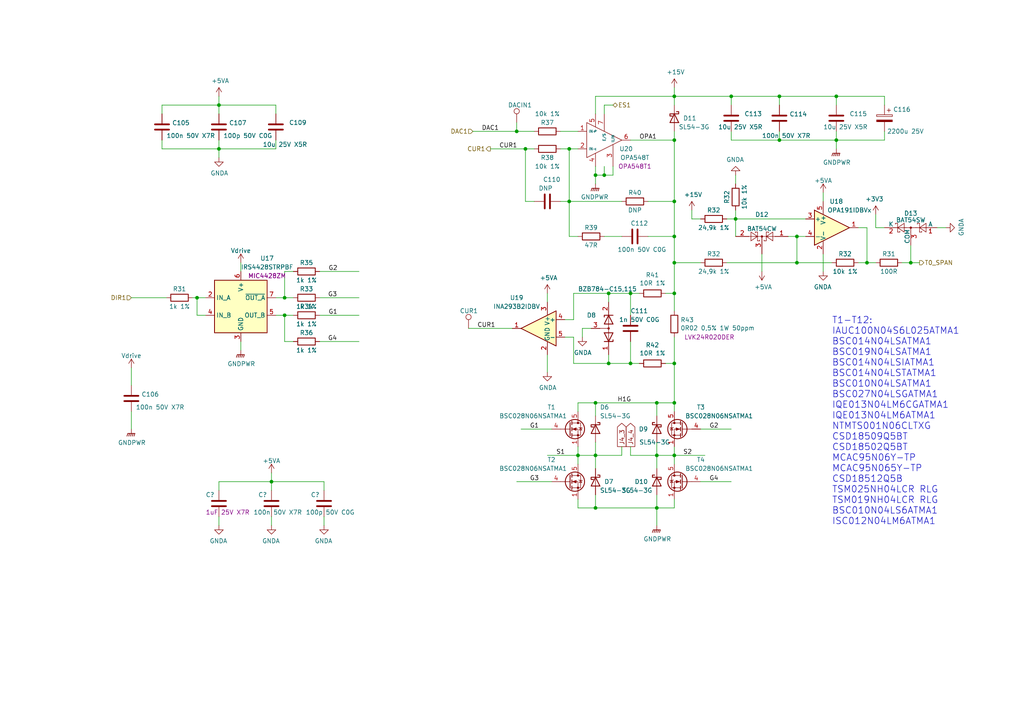
<source format=kicad_sch>
(kicad_sch (version 20230121) (generator eeschema)

  (uuid 4a3830eb-a4f7-4a52-9a6d-e3ccbaf0bd78)

  (paper "A4")

  (title_block
    (title "Compensation coils driver 3x3A for Kasli system")
    (date "2023-11-17")
    (rev "3_Artiq")
    (company "Nicolaus Copernicus University in Toruń")
    (comment 1 "KL FAMO")
    (comment 3 "designed by Adam Ledziński")
  )

  (lib_symbols
    (symbol "Amplifier_Current:INA196" (pin_names (offset 0.127)) (in_bom yes) (on_board yes)
      (property "Reference" "U" (at 3.81 3.81 0)
        (effects (font (size 1.27 1.27)))
      )
      (property "Value" "INA196" (at 3.81 -3.81 0)
        (effects (font (size 1.27 1.27)))
      )
      (property "Footprint" "Package_TO_SOT_SMD:SOT-23-5" (at 0 0 0)
        (effects (font (size 1.27 1.27)) hide)
      )
      (property "Datasheet" "http://www.ti.com/lit/ds/symlink/ina193.pdf" (at 0 0 0)
        (effects (font (size 1.27 1.27)) hide)
      )
      (property "ki_keywords" "current sense shunt monitor" (at 0 0 0)
        (effects (font (size 1.27 1.27)) hide)
      )
      (property "ki_description" "Current Shunt Monitor −16V to +80V Common-Mode Range, 20V/V, SOT-23-5" (at 0 0 0)
        (effects (font (size 1.27 1.27)) hide)
      )
      (property "ki_fp_filters" "SOT?23*" (at 0 0 0)
        (effects (font (size 1.27 1.27)) hide)
      )
      (symbol "INA196_0_1"
        (polyline
          (pts
            (xy 5.08 0)
            (xy -5.08 5.08)
            (xy -5.08 -5.08)
            (xy 5.08 0)
          )
          (stroke (width 0.254) (type default))
          (fill (type background))
        )
      )
      (symbol "INA196_1_1"
        (pin output line (at 7.62 0 180) (length 2.54)
          (name "~" (effects (font (size 1.27 1.27))))
          (number "1" (effects (font (size 1.27 1.27))))
        )
        (pin power_in line (at -2.54 -7.62 90) (length 3.81)
          (name "GND" (effects (font (size 1.27 1.27))))
          (number "2" (effects (font (size 1.27 1.27))))
        )
        (pin power_in line (at -2.54 7.62 270) (length 3.81)
          (name "V+" (effects (font (size 1.27 1.27))))
          (number "3" (effects (font (size 1.27 1.27))))
        )
        (pin input line (at -7.62 2.54 0) (length 2.54)
          (name "+" (effects (font (size 1.27 1.27))))
          (number "4" (effects (font (size 1.27 1.27))))
        )
        (pin input line (at -7.62 -2.54 0) (length 2.54)
          (name "-" (effects (font (size 1.27 1.27))))
          (number "5" (effects (font (size 1.27 1.27))))
        )
      )
    )
    (symbol "Amplifier_Operational:OPA196xDBV" (pin_names (offset 0.127)) (in_bom yes) (on_board yes)
      (property "Reference" "U" (at -1.27 6.35 0)
        (effects (font (size 1.27 1.27)) (justify left))
      )
      (property "Value" "OPA196xDBV" (at -1.27 3.81 0)
        (effects (font (size 1.27 1.27)) (justify left))
      )
      (property "Footprint" "Package_TO_SOT_SMD:SOT-23-5" (at -2.54 -5.08 0)
        (effects (font (size 1.27 1.27)) (justify left) hide)
      )
      (property "Datasheet" "http://www.ti.com/lit/ds/symlink/opa4196.pdf" (at 0 5.08 0)
        (effects (font (size 1.27 1.27)) hide)
      )
      (property "ki_keywords" "single opamp" (at 0 0 0)
        (effects (font (size 1.27 1.27)) hide)
      )
      (property "ki_description" "Single, Low-Power, Low Offset Voltage, Rail-to-Rail Operational Amplifier, SOT-23-5" (at 0 0 0)
        (effects (font (size 1.27 1.27)) hide)
      )
      (property "ki_fp_filters" "SOT?23*" (at 0 0 0)
        (effects (font (size 1.27 1.27)) hide)
      )
      (symbol "OPA196xDBV_0_1"
        (polyline
          (pts
            (xy -5.08 5.08)
            (xy 5.08 0)
            (xy -5.08 -5.08)
            (xy -5.08 5.08)
          )
          (stroke (width 0.254) (type default))
          (fill (type background))
        )
        (pin power_in line (at -2.54 -7.62 90) (length 3.81)
          (name "V-" (effects (font (size 1.27 1.27))))
          (number "2" (effects (font (size 1.27 1.27))))
        )
        (pin power_in line (at -2.54 7.62 270) (length 3.81)
          (name "V+" (effects (font (size 1.27 1.27))))
          (number "5" (effects (font (size 1.27 1.27))))
        )
      )
      (symbol "OPA196xDBV_1_1"
        (pin output line (at 7.62 0 180) (length 2.54)
          (name "~" (effects (font (size 1.27 1.27))))
          (number "1" (effects (font (size 1.27 1.27))))
        )
        (pin input line (at -7.62 2.54 0) (length 2.54)
          (name "+" (effects (font (size 1.27 1.27))))
          (number "3" (effects (font (size 1.27 1.27))))
        )
        (pin input line (at -7.62 -2.54 0) (length 2.54)
          (name "-" (effects (font (size 1.27 1.27))))
          (number "4" (effects (font (size 1.27 1.27))))
        )
      )
    )
    (symbol "Connector:TestPoint" (pin_numbers hide) (pin_names (offset 0.762) hide) (in_bom yes) (on_board yes)
      (property "Reference" "TP" (at 0 6.858 0)
        (effects (font (size 1.27 1.27)))
      )
      (property "Value" "TestPoint" (at 0 5.08 0)
        (effects (font (size 1.27 1.27)))
      )
      (property "Footprint" "" (at 5.08 0 0)
        (effects (font (size 1.27 1.27)) hide)
      )
      (property "Datasheet" "~" (at 5.08 0 0)
        (effects (font (size 1.27 1.27)) hide)
      )
      (property "ki_keywords" "test point tp" (at 0 0 0)
        (effects (font (size 1.27 1.27)) hide)
      )
      (property "ki_description" "test point" (at 0 0 0)
        (effects (font (size 1.27 1.27)) hide)
      )
      (property "ki_fp_filters" "Pin* Test*" (at 0 0 0)
        (effects (font (size 1.27 1.27)) hide)
      )
      (symbol "TestPoint_0_1"
        (circle (center 0 3.302) (radius 0.762)
          (stroke (width 0) (type default))
          (fill (type none))
        )
      )
      (symbol "TestPoint_1_1"
        (pin passive line (at 0 0 90) (length 2.54)
          (name "1" (effects (font (size 1.27 1.27))))
          (number "1" (effects (font (size 1.27 1.27))))
        )
      )
    )
    (symbol "Device:C" (pin_numbers hide) (pin_names (offset 0.254)) (in_bom yes) (on_board yes)
      (property "Reference" "C" (at 0.635 2.54 0)
        (effects (font (size 1.27 1.27)) (justify left))
      )
      (property "Value" "C" (at 0.635 -2.54 0)
        (effects (font (size 1.27 1.27)) (justify left))
      )
      (property "Footprint" "" (at 0.9652 -3.81 0)
        (effects (font (size 1.27 1.27)) hide)
      )
      (property "Datasheet" "~" (at 0 0 0)
        (effects (font (size 1.27 1.27)) hide)
      )
      (property "ki_keywords" "cap capacitor" (at 0 0 0)
        (effects (font (size 1.27 1.27)) hide)
      )
      (property "ki_description" "Unpolarized capacitor" (at 0 0 0)
        (effects (font (size 1.27 1.27)) hide)
      )
      (property "ki_fp_filters" "C_*" (at 0 0 0)
        (effects (font (size 1.27 1.27)) hide)
      )
      (symbol "C_0_1"
        (polyline
          (pts
            (xy -2.032 -0.762)
            (xy 2.032 -0.762)
          )
          (stroke (width 0.508) (type default))
          (fill (type none))
        )
        (polyline
          (pts
            (xy -2.032 0.762)
            (xy 2.032 0.762)
          )
          (stroke (width 0.508) (type default))
          (fill (type none))
        )
      )
      (symbol "C_1_1"
        (pin passive line (at 0 3.81 270) (length 2.794)
          (name "~" (effects (font (size 1.27 1.27))))
          (number "1" (effects (font (size 1.27 1.27))))
        )
        (pin passive line (at 0 -3.81 90) (length 2.794)
          (name "~" (effects (font (size 1.27 1.27))))
          (number "2" (effects (font (size 1.27 1.27))))
        )
      )
    )
    (symbol "Device:D_Schottky" (pin_numbers hide) (pin_names (offset 1.016) hide) (in_bom yes) (on_board yes)
      (property "Reference" "D" (at 0 2.54 0)
        (effects (font (size 1.27 1.27)))
      )
      (property "Value" "D_Schottky" (at 0 -2.54 0)
        (effects (font (size 1.27 1.27)))
      )
      (property "Footprint" "" (at 0 0 0)
        (effects (font (size 1.27 1.27)) hide)
      )
      (property "Datasheet" "~" (at 0 0 0)
        (effects (font (size 1.27 1.27)) hide)
      )
      (property "ki_keywords" "diode Schottky" (at 0 0 0)
        (effects (font (size 1.27 1.27)) hide)
      )
      (property "ki_description" "Schottky diode" (at 0 0 0)
        (effects (font (size 1.27 1.27)) hide)
      )
      (property "ki_fp_filters" "TO-???* *_Diode_* *SingleDiode* D_*" (at 0 0 0)
        (effects (font (size 1.27 1.27)) hide)
      )
      (symbol "D_Schottky_0_1"
        (polyline
          (pts
            (xy 1.27 0)
            (xy -1.27 0)
          )
          (stroke (width 0) (type default))
          (fill (type none))
        )
        (polyline
          (pts
            (xy 1.27 1.27)
            (xy 1.27 -1.27)
            (xy -1.27 0)
            (xy 1.27 1.27)
          )
          (stroke (width 0.254) (type default))
          (fill (type none))
        )
        (polyline
          (pts
            (xy -1.905 0.635)
            (xy -1.905 1.27)
            (xy -1.27 1.27)
            (xy -1.27 -1.27)
            (xy -0.635 -1.27)
            (xy -0.635 -0.635)
          )
          (stroke (width 0.254) (type default))
          (fill (type none))
        )
      )
      (symbol "D_Schottky_1_1"
        (pin passive line (at -3.81 0 0) (length 2.54)
          (name "K" (effects (font (size 1.27 1.27))))
          (number "1" (effects (font (size 1.27 1.27))))
        )
        (pin passive line (at 3.81 0 180) (length 2.54)
          (name "A" (effects (font (size 1.27 1.27))))
          (number "2" (effects (font (size 1.27 1.27))))
        )
      )
    )
    (symbol "Device:R" (pin_numbers hide) (pin_names (offset 0)) (in_bom yes) (on_board yes)
      (property "Reference" "R" (at 2.032 0 90)
        (effects (font (size 1.27 1.27)))
      )
      (property "Value" "R" (at 0 0 90)
        (effects (font (size 1.27 1.27)))
      )
      (property "Footprint" "" (at -1.778 0 90)
        (effects (font (size 1.27 1.27)) hide)
      )
      (property "Datasheet" "~" (at 0 0 0)
        (effects (font (size 1.27 1.27)) hide)
      )
      (property "ki_keywords" "R res resistor" (at 0 0 0)
        (effects (font (size 1.27 1.27)) hide)
      )
      (property "ki_description" "Resistor" (at 0 0 0)
        (effects (font (size 1.27 1.27)) hide)
      )
      (property "ki_fp_filters" "R_*" (at 0 0 0)
        (effects (font (size 1.27 1.27)) hide)
      )
      (symbol "R_0_1"
        (rectangle (start -1.016 -2.54) (end 1.016 2.54)
          (stroke (width 0.254) (type default))
          (fill (type none))
        )
      )
      (symbol "R_1_1"
        (pin passive line (at 0 3.81 270) (length 1.27)
          (name "~" (effects (font (size 1.27 1.27))))
          (number "1" (effects (font (size 1.27 1.27))))
        )
        (pin passive line (at 0 -3.81 90) (length 1.27)
          (name "~" (effects (font (size 1.27 1.27))))
          (number "2" (effects (font (size 1.27 1.27))))
        )
      )
    )
    (symbol "Diode:BAT54C" (pin_names (offset 1.016)) (in_bom yes) (on_board yes)
      (property "Reference" "D" (at 0.635 -3.81 0)
        (effects (font (size 1.27 1.27)) (justify left))
      )
      (property "Value" "BAT54C" (at -6.35 3.175 0)
        (effects (font (size 1.27 1.27)) (justify left))
      )
      (property "Footprint" "Package_TO_SOT_SMD:SOT-23" (at 1.905 3.175 0)
        (effects (font (size 1.27 1.27)) (justify left) hide)
      )
      (property "Datasheet" "http://www.diodes.com/_files/datasheets/ds11005.pdf" (at -2.032 0 0)
        (effects (font (size 1.27 1.27)) hide)
      )
      (property "ki_keywords" "schottky diode common cathode" (at 0 0 0)
        (effects (font (size 1.27 1.27)) hide)
      )
      (property "ki_description" "dual schottky barrier diode, common cathode" (at 0 0 0)
        (effects (font (size 1.27 1.27)) hide)
      )
      (property "ki_fp_filters" "SOT?23*" (at 0 0 0)
        (effects (font (size 1.27 1.27)) hide)
      )
      (symbol "BAT54C_0_1"
        (polyline
          (pts
            (xy -1.905 0)
            (xy 1.905 0)
          )
          (stroke (width 0) (type default))
          (fill (type none))
        )
        (polyline
          (pts
            (xy -1.905 1.27)
            (xy -1.905 1.016)
          )
          (stroke (width 0) (type default))
          (fill (type none))
        )
        (polyline
          (pts
            (xy -1.27 -1.27)
            (xy -0.635 -1.27)
          )
          (stroke (width 0) (type default))
          (fill (type none))
        )
        (polyline
          (pts
            (xy -1.27 0)
            (xy -3.81 0)
          )
          (stroke (width 0) (type default))
          (fill (type none))
        )
        (polyline
          (pts
            (xy -1.27 1.27)
            (xy -1.905 1.27)
          )
          (stroke (width 0) (type default))
          (fill (type none))
        )
        (polyline
          (pts
            (xy -1.27 1.27)
            (xy -1.27 -1.27)
          )
          (stroke (width 0) (type default))
          (fill (type none))
        )
        (polyline
          (pts
            (xy -0.635 -1.27)
            (xy -0.635 -1.016)
          )
          (stroke (width 0) (type default))
          (fill (type none))
        )
        (polyline
          (pts
            (xy 0.635 -1.27)
            (xy 0.635 -1.016)
          )
          (stroke (width 0) (type default))
          (fill (type none))
        )
        (polyline
          (pts
            (xy 1.27 -1.27)
            (xy 0.635 -1.27)
          )
          (stroke (width 0) (type default))
          (fill (type none))
        )
        (polyline
          (pts
            (xy 1.27 1.27)
            (xy 1.27 -1.27)
          )
          (stroke (width 0) (type default))
          (fill (type none))
        )
        (polyline
          (pts
            (xy 1.27 1.27)
            (xy 1.905 1.27)
          )
          (stroke (width 0) (type default))
          (fill (type none))
        )
        (polyline
          (pts
            (xy 1.905 1.27)
            (xy 1.905 1.016)
          )
          (stroke (width 0) (type default))
          (fill (type none))
        )
        (polyline
          (pts
            (xy 3.81 0)
            (xy 1.27 0)
          )
          (stroke (width 0) (type default))
          (fill (type none))
        )
        (polyline
          (pts
            (xy -3.175 -1.27)
            (xy -3.175 1.27)
            (xy -1.27 0)
            (xy -3.175 -1.27)
          )
          (stroke (width 0) (type default))
          (fill (type none))
        )
        (polyline
          (pts
            (xy 3.175 -1.27)
            (xy 3.175 1.27)
            (xy 1.27 0)
            (xy 3.175 -1.27)
          )
          (stroke (width 0) (type default))
          (fill (type none))
        )
        (circle (center 0 0) (radius 0.254)
          (stroke (width 0) (type default))
          (fill (type outline))
        )
      )
      (symbol "BAT54C_1_1"
        (pin passive line (at -7.62 0 0) (length 3.81)
          (name "~" (effects (font (size 1.27 1.27))))
          (number "1" (effects (font (size 1.27 1.27))))
        )
        (pin passive line (at 7.62 0 180) (length 3.81)
          (name "~" (effects (font (size 1.27 1.27))))
          (number "2" (effects (font (size 1.27 1.27))))
        )
        (pin passive line (at 0 -5.08 90) (length 5.08)
          (name "~" (effects (font (size 1.27 1.27))))
          (number "3" (effects (font (size 1.27 1.27))))
        )
      )
    )
    (symbol "Diode:BAT54SW" (pin_names (offset 0)) (in_bom yes) (on_board yes)
      (property "Reference" "D" (at 0.635 -3.81 0)
        (effects (font (size 1.27 1.27)) (justify left))
      )
      (property "Value" "BAT54SW" (at -6.35 3.175 0)
        (effects (font (size 1.27 1.27)) (justify left))
      )
      (property "Footprint" "Package_TO_SOT_SMD:SOT-323_SC-70" (at 1.905 3.175 0)
        (effects (font (size 1.27 1.27)) (justify left) hide)
      )
      (property "Datasheet" "https://assets.nexperia.com/documents/data-sheet/BAT54W_SER.pdf" (at -3.048 0 0)
        (effects (font (size 1.27 1.27)) hide)
      )
      (property "ki_keywords" "dual schottky diode" (at 0 0 0)
        (effects (font (size 1.27 1.27)) hide)
      )
      (property "ki_description" "Vr 30V, If 200mA, Dual schottky barrier diode, in series, SOT-323" (at 0 0 0)
        (effects (font (size 1.27 1.27)) hide)
      )
      (property "ki_fp_filters" "SOT?323*" (at 0 0 0)
        (effects (font (size 1.27 1.27)) hide)
      )
      (symbol "BAT54SW_0_1"
        (polyline
          (pts
            (xy -3.81 0)
            (xy -1.27 0)
          )
          (stroke (width 0) (type default))
          (fill (type none))
        )
        (polyline
          (pts
            (xy -3.175 -1.27)
            (xy -3.175 -1.016)
          )
          (stroke (width 0) (type default))
          (fill (type none))
        )
        (polyline
          (pts
            (xy -2.54 -1.27)
            (xy -3.175 -1.27)
          )
          (stroke (width 0) (type default))
          (fill (type none))
        )
        (polyline
          (pts
            (xy -2.54 -1.27)
            (xy -2.54 1.27)
          )
          (stroke (width 0) (type default))
          (fill (type none))
        )
        (polyline
          (pts
            (xy -2.54 1.27)
            (xy -1.905 1.27)
          )
          (stroke (width 0) (type default))
          (fill (type none))
        )
        (polyline
          (pts
            (xy -1.905 0)
            (xy 1.905 0)
          )
          (stroke (width 0) (type default))
          (fill (type none))
        )
        (polyline
          (pts
            (xy -1.905 1.27)
            (xy -1.905 1.016)
          )
          (stroke (width 0) (type default))
          (fill (type none))
        )
        (polyline
          (pts
            (xy 1.27 0)
            (xy 3.81 0)
          )
          (stroke (width 0) (type default))
          (fill (type none))
        )
        (polyline
          (pts
            (xy 3.175 -1.27)
            (xy 3.175 -1.016)
          )
          (stroke (width 0) (type default))
          (fill (type none))
        )
        (polyline
          (pts
            (xy 3.81 -1.27)
            (xy 3.175 -1.27)
          )
          (stroke (width 0) (type default))
          (fill (type none))
        )
        (polyline
          (pts
            (xy 3.81 -1.27)
            (xy 3.81 1.27)
          )
          (stroke (width 0) (type default))
          (fill (type none))
        )
        (polyline
          (pts
            (xy 3.81 1.27)
            (xy 4.445 1.27)
          )
          (stroke (width 0) (type default))
          (fill (type none))
        )
        (polyline
          (pts
            (xy 4.445 1.27)
            (xy 4.445 1.016)
          )
          (stroke (width 0) (type default))
          (fill (type none))
        )
        (polyline
          (pts
            (xy -4.445 1.27)
            (xy -4.445 -1.27)
            (xy -2.54 0)
            (xy -4.445 1.27)
          )
          (stroke (width 0) (type default))
          (fill (type none))
        )
        (polyline
          (pts
            (xy 1.905 1.27)
            (xy 1.905 -1.27)
            (xy 3.81 0)
            (xy 1.905 1.27)
          )
          (stroke (width 0) (type default))
          (fill (type none))
        )
        (circle (center 0 0) (radius 0.254)
          (stroke (width 0) (type default))
          (fill (type outline))
        )
      )
      (symbol "BAT54SW_1_1"
        (pin passive line (at -7.62 0 0) (length 3.81)
          (name "A" (effects (font (size 1.27 1.27))))
          (number "1" (effects (font (size 1.27 1.27))))
        )
        (pin passive line (at 7.62 0 180) (length 3.81)
          (name "K" (effects (font (size 1.27 1.27))))
          (number "2" (effects (font (size 1.27 1.27))))
        )
        (pin passive line (at 0 -5.08 90) (length 5.08)
          (name "COM" (effects (font (size 1.27 1.27))))
          (number "3" (effects (font (size 1.27 1.27))))
        )
      )
    )
    (symbol "Driver_FET:MIC4428" (in_bom yes) (on_board yes)
      (property "Reference" "U" (at -7.62 8.89 0)
        (effects (font (size 1.27 1.27)) (justify left))
      )
      (property "Value" "MIC4428" (at 1.27 8.89 0)
        (effects (font (size 1.27 1.27)) (justify left))
      )
      (property "Footprint" "" (at 0 -7.62 0)
        (effects (font (size 1.27 1.27)) hide)
      )
      (property "Datasheet" "http://ww1.microchip.com/downloads/en/DeviceDoc/mic4426.pdf" (at 0 -7.62 0)
        (effects (font (size 1.27 1.27)) hide)
      )
      (property "ki_keywords" "Driver, Dual MOSFET" (at 0 0 0)
        (effects (font (size 1.27 1.27)) hide)
      )
      (property "ki_description" "Dual 1.5A-Peak Low-Side MOSFET Driver, DIP-8/SOIC-8/MSOP-8" (at 0 0 0)
        (effects (font (size 1.27 1.27)) hide)
      )
      (property "ki_fp_filters" "DIP*W7.62mm* SOIC*3.9x4.9mm*P1.27mm* MSOP*P0.65mm*" (at 0 0 0)
        (effects (font (size 1.27 1.27)) hide)
      )
      (symbol "MIC4428_0_1"
        (rectangle (start -7.62 -7.62) (end 7.62 7.62)
          (stroke (width 0.254) (type default))
          (fill (type background))
        )
      )
      (symbol "MIC4428_1_1"
        (pin no_connect line (at -7.62 0 0) (length 2.54) hide
          (name "NC" (effects (font (size 1.27 1.27))))
          (number "1" (effects (font (size 1.27 1.27))))
        )
        (pin input line (at -10.16 2.54 0) (length 2.54)
          (name "IN_A" (effects (font (size 1.27 1.27))))
          (number "2" (effects (font (size 1.27 1.27))))
        )
        (pin power_in line (at 0 -10.16 90) (length 2.54)
          (name "GND" (effects (font (size 1.27 1.27))))
          (number "3" (effects (font (size 1.27 1.27))))
        )
        (pin input line (at -10.16 -2.54 0) (length 2.54)
          (name "IN_B" (effects (font (size 1.27 1.27))))
          (number "4" (effects (font (size 1.27 1.27))))
        )
        (pin output line (at 10.16 -2.54 180) (length 2.54)
          (name "OUT_B" (effects (font (size 1.27 1.27))))
          (number "5" (effects (font (size 1.27 1.27))))
        )
        (pin power_in line (at 0 10.16 270) (length 2.54)
          (name "V+" (effects (font (size 1.27 1.27))))
          (number "6" (effects (font (size 1.27 1.27))))
        )
        (pin output line (at 10.16 2.54 180) (length 2.54)
          (name "~{OUT_A}" (effects (font (size 1.27 1.27))))
          (number "7" (effects (font (size 1.27 1.27))))
        )
        (pin no_connect line (at 7.62 0 180) (length 2.54) hide
          (name "NC" (effects (font (size 1.27 1.27))))
          (number "8" (effects (font (size 1.27 1.27))))
        )
      )
    )
    (symbol "Transistor_FET:BSC028N06LS3" (pin_names hide) (in_bom yes) (on_board yes)
      (property "Reference" "Q" (at 5.08 1.905 0)
        (effects (font (size 1.27 1.27)) (justify left))
      )
      (property "Value" "BSC028N06LS3" (at 5.08 0 0)
        (effects (font (size 1.27 1.27)) (justify left))
      )
      (property "Footprint" "Package_TO_SOT_SMD:TDSON-8-1" (at 5.08 -1.905 0)
        (effects (font (size 1.27 1.27) italic) (justify left) hide)
      )
      (property "Datasheet" "http://www.infineon.com/dgdl/Infineon-BSC028N06LS3-DS-v02_02-en.pdf?fileId=db3a30431ddc9372011ebafa4c607f8c" (at 0 0 90)
        (effects (font (size 1.27 1.27)) (justify left) hide)
      )
      (property "ki_keywords" "OptiMOS Power MOSFET N-MOS" (at 0 0 0)
        (effects (font (size 1.27 1.27)) hide)
      )
      (property "ki_description" "100A Id, 60V Vds, OptiMOS N-Channel Power MOSFET, 2.8mOhm Ron, Qg (typ) 31.0nC, PG-TDSON-8" (at 0 0 0)
        (effects (font (size 1.27 1.27)) hide)
      )
      (property "ki_fp_filters" "TDSON*" (at 0 0 0)
        (effects (font (size 1.27 1.27)) hide)
      )
      (symbol "BSC028N06LS3_0_1"
        (polyline
          (pts
            (xy 0.254 0)
            (xy -2.54 0)
          )
          (stroke (width 0) (type default))
          (fill (type none))
        )
        (polyline
          (pts
            (xy 0.254 1.905)
            (xy 0.254 -1.905)
          )
          (stroke (width 0.254) (type default))
          (fill (type none))
        )
        (polyline
          (pts
            (xy 0.762 -1.27)
            (xy 0.762 -2.286)
          )
          (stroke (width 0.254) (type default))
          (fill (type none))
        )
        (polyline
          (pts
            (xy 0.762 0.508)
            (xy 0.762 -0.508)
          )
          (stroke (width 0.254) (type default))
          (fill (type none))
        )
        (polyline
          (pts
            (xy 0.762 2.286)
            (xy 0.762 1.27)
          )
          (stroke (width 0.254) (type default))
          (fill (type none))
        )
        (polyline
          (pts
            (xy 2.54 2.54)
            (xy 2.54 1.778)
          )
          (stroke (width 0) (type default))
          (fill (type none))
        )
        (polyline
          (pts
            (xy 2.54 -2.54)
            (xy 2.54 0)
            (xy 0.762 0)
          )
          (stroke (width 0) (type default))
          (fill (type none))
        )
        (polyline
          (pts
            (xy 0.762 -1.778)
            (xy 3.302 -1.778)
            (xy 3.302 1.778)
            (xy 0.762 1.778)
          )
          (stroke (width 0) (type default))
          (fill (type none))
        )
        (polyline
          (pts
            (xy 1.016 0)
            (xy 2.032 0.381)
            (xy 2.032 -0.381)
            (xy 1.016 0)
          )
          (stroke (width 0) (type default))
          (fill (type outline))
        )
        (polyline
          (pts
            (xy 2.794 0.508)
            (xy 2.921 0.381)
            (xy 3.683 0.381)
            (xy 3.81 0.254)
          )
          (stroke (width 0) (type default))
          (fill (type none))
        )
        (polyline
          (pts
            (xy 3.302 0.381)
            (xy 2.921 -0.254)
            (xy 3.683 -0.254)
            (xy 3.302 0.381)
          )
          (stroke (width 0) (type default))
          (fill (type none))
        )
        (circle (center 1.651 0) (radius 2.794)
          (stroke (width 0.254) (type default))
          (fill (type none))
        )
        (circle (center 2.54 -1.778) (radius 0.254)
          (stroke (width 0) (type default))
          (fill (type outline))
        )
        (circle (center 2.54 1.778) (radius 0.254)
          (stroke (width 0) (type default))
          (fill (type outline))
        )
      )
      (symbol "BSC028N06LS3_1_1"
        (pin passive line (at 2.54 -5.08 90) (length 2.54)
          (name "S" (effects (font (size 1.27 1.27))))
          (number "1" (effects (font (size 1.27 1.27))))
        )
        (pin passive line (at 2.54 -5.08 90) (length 2.54) hide
          (name "S" (effects (font (size 1.27 1.27))))
          (number "2" (effects (font (size 1.27 1.27))))
        )
        (pin passive line (at 2.54 -5.08 90) (length 2.54) hide
          (name "S" (effects (font (size 1.27 1.27))))
          (number "3" (effects (font (size 1.27 1.27))))
        )
        (pin passive line (at -5.08 0 0) (length 2.54)
          (name "G" (effects (font (size 1.27 1.27))))
          (number "4" (effects (font (size 1.27 1.27))))
        )
        (pin passive line (at 2.54 5.08 270) (length 2.54)
          (name "D" (effects (font (size 1.27 1.27))))
          (number "5" (effects (font (size 1.27 1.27))))
        )
      )
    )
    (symbol "c100AvA-rescue:+3.3V-power" (power) (pin_names (offset 0)) (in_bom yes) (on_board yes)
      (property "Reference" "#PWR" (at 0 -3.81 0)
        (effects (font (size 1.27 1.27)) hide)
      )
      (property "Value" "+3.3V-power" (at 0 3.556 0)
        (effects (font (size 1.27 1.27)))
      )
      (property "Footprint" "" (at 0 0 0)
        (effects (font (size 1.27 1.27)) hide)
      )
      (property "Datasheet" "" (at 0 0 0)
        (effects (font (size 1.27 1.27)) hide)
      )
      (symbol "+3.3V-power_0_1"
        (polyline
          (pts
            (xy -0.762 1.27)
            (xy 0 2.54)
          )
          (stroke (width 0) (type solid))
          (fill (type none))
        )
        (polyline
          (pts
            (xy 0 0)
            (xy 0 2.54)
          )
          (stroke (width 0) (type solid))
          (fill (type none))
        )
        (polyline
          (pts
            (xy 0 2.54)
            (xy 0.762 1.27)
          )
          (stroke (width 0) (type solid))
          (fill (type none))
        )
      )
      (symbol "+3.3V-power_1_1"
        (pin power_in line (at 0 0 90) (length 0) hide
          (name "+3V3" (effects (font (size 1.27 1.27))))
          (number "1" (effects (font (size 1.27 1.27))))
        )
      )
    )
    (symbol "c3Av2_A-rescue:CP-Device" (pin_numbers hide) (pin_names (offset 0.254)) (in_bom yes) (on_board yes)
      (property "Reference" "C" (at 0.635 2.54 0)
        (effects (font (size 1.27 1.27)) (justify left))
      )
      (property "Value" "Device_CP" (at 0.635 -2.54 0)
        (effects (font (size 1.27 1.27)) (justify left))
      )
      (property "Footprint" "" (at 0.9652 -3.81 0)
        (effects (font (size 1.27 1.27)) hide)
      )
      (property "Datasheet" "" (at 0 0 0)
        (effects (font (size 1.27 1.27)) hide)
      )
      (property "ki_fp_filters" "CP_*" (at 0 0 0)
        (effects (font (size 1.27 1.27)) hide)
      )
      (symbol "CP-Device_0_1"
        (rectangle (start -2.286 0.508) (end 2.286 1.016)
          (stroke (width 0) (type solid))
          (fill (type none))
        )
        (polyline
          (pts
            (xy -1.778 2.286)
            (xy -0.762 2.286)
          )
          (stroke (width 0) (type solid))
          (fill (type none))
        )
        (polyline
          (pts
            (xy -1.27 2.794)
            (xy -1.27 1.778)
          )
          (stroke (width 0) (type solid))
          (fill (type none))
        )
        (rectangle (start 2.286 -0.508) (end -2.286 -1.016)
          (stroke (width 0) (type solid))
          (fill (type outline))
        )
      )
      (symbol "CP-Device_1_1"
        (pin passive line (at 0 3.81 270) (length 2.794)
          (name "~" (effects (font (size 1.27 1.27))))
          (number "1" (effects (font (size 1.27 1.27))))
        )
        (pin passive line (at 0 -3.81 90) (length 2.794)
          (name "~" (effects (font (size 1.27 1.27))))
          (number "2" (effects (font (size 1.27 1.27))))
        )
      )
    )
    (symbol "c3Av2_A-rescue:D_Zener_x2_ACom_KKA-Device" (pin_names (offset 0.762) hide) (in_bom yes) (on_board yes)
      (property "Reference" "D" (at 1.27 -2.54 0)
        (effects (font (size 1.27 1.27)))
      )
      (property "Value" "Device_D_Zener_x2_ACom_KKA" (at 0 2.54 0)
        (effects (font (size 1.27 1.27)))
      )
      (property "Footprint" "" (at 0 0 0)
        (effects (font (size 1.27 1.27)) hide)
      )
      (property "Datasheet" "" (at 0 0 0)
        (effects (font (size 1.27 1.27)) hide)
      )
      (property "ki_fp_filters" "SOT* SC*" (at 0 0 0)
        (effects (font (size 1.27 1.27)) hide)
      )
      (symbol "D_Zener_x2_ACom_KKA-Device_0_1"
        (polyline
          (pts
            (xy -3.556 0)
            (xy 3.81 0)
          )
          (stroke (width 0) (type solid))
          (fill (type none))
        )
        (polyline
          (pts
            (xy 0 0)
            (xy 0 -2.54)
          )
          (stroke (width 0) (type solid))
          (fill (type none))
        )
        (polyline
          (pts
            (xy -3.81 -1.27)
            (xy -3.81 1.27)
            (xy -3.302 1.27)
          )
          (stroke (width 0.254) (type solid))
          (fill (type none))
        )
        (polyline
          (pts
            (xy 3.302 -1.27)
            (xy 3.81 -1.27)
            (xy 3.81 1.27)
          )
          (stroke (width 0.254) (type solid))
          (fill (type none))
        )
        (polyline
          (pts
            (xy -1.27 -1.27)
            (xy -3.81 0)
            (xy -1.27 1.27)
            (xy -1.27 -1.27)
            (xy -1.27 -1.27)
            (xy -1.27 -1.27)
          )
          (stroke (width 0.254) (type solid))
          (fill (type none))
        )
        (polyline
          (pts
            (xy 1.27 1.27)
            (xy 3.81 0)
            (xy 1.27 -1.27)
            (xy 1.27 1.27)
            (xy 1.27 1.27)
            (xy 1.27 1.27)
          )
          (stroke (width 0.254) (type solid))
          (fill (type none))
        )
        (circle (center 0 0) (radius 0.254)
          (stroke (width 0) (type solid))
          (fill (type outline))
        )
        (pin passive line (at -7.62 0 0) (length 3.81)
          (name "K" (effects (font (size 1.27 1.27))))
          (number "1" (effects (font (size 1.27 1.27))))
        )
        (pin passive line (at 7.62 0 180) (length 3.81)
          (name "K" (effects (font (size 1.27 1.27))))
          (number "2" (effects (font (size 1.27 1.27))))
        )
        (pin passive line (at 0 -5.08 90) (length 2.54)
          (name "A" (effects (font (size 1.27 1.27))))
          (number "3" (effects (font (size 1.27 1.27))))
        )
      )
    )
    (symbol "ff:OPA548T" (in_bom yes) (on_board yes)
      (property "Reference" "U" (at 8.89 15.24 0)
        (effects (font (size 1.27 1.27)) (justify left top))
      )
      (property "Value" "OPA548Fx" (at 8.255 12.7 0)
        (effects (font (size 1.27 1.27)) (justify left top))
      )
      (property "Footprint" "Package_TO_SOT_THT:TO-220-7_P2.54x3.7mm_StaggerOdd_Lead3.8mm_Vertical" (at 24.13 -94.92 0)
        (effects (font (size 1.27 1.27)) (justify left top) hide)
      )
      (property "Datasheet" "https://www.ti.com/lit/ds/symlink/opa548.pdf" (at 24.13 -194.92 0)
        (effects (font (size 1.27 1.27)) (justify left top) hide)
      )
      (property "ki_description" "High-Voltage, High-Current, Wide-Output-Voltage-Swing Power Operational Amplfier (60V, 3A)" (at 0 0 0)
        (effects (font (size 1.27 1.27)) hide)
      )
      (symbol "OPA548T_0_1"
        (polyline
          (pts
            (xy -5.08 5.08)
            (xy -5.08 -5.08)
            (xy 5.08 0)
            (xy -5.08 5.08)
          )
          (stroke (width 0) (type default))
          (fill (type none))
        )
      )
      (symbol "OPA548T_1_1"
        (pin input line (at -7.62 2.54 0) (length 2.54)
          (name "IN+" (effects (font (size 0.762 0.762))))
          (number "1" (effects (font (size 1.27 1.27))))
        )
        (pin input line (at -7.62 -2.54 0) (length 2.54)
          (name "IN-" (effects (font (size 0.762 0.762))))
          (number "2" (effects (font (size 1.27 1.27))))
        )
        (pin passive line (at 2.54 -7.62 90) (length 6.35)
          (name "ILIM" (effects (font (size 0.762 0.762))))
          (number "3" (effects (font (size 1.27 1.27))))
        )
        (pin power_in line (at -2.54 -7.62 90) (length 3.81)
          (name "-" (effects (font (size 0.889 0.889))))
          (number "4" (effects (font (size 1.27 1.27))))
        )
        (pin power_in line (at -2.54 7.62 270) (length 3.81)
          (name "+" (effects (font (size 0.762 0.762))))
          (number "5" (effects (font (size 1.27 1.27))))
        )
        (pin output line (at 7.62 0 180) (length 2.54)
          (name "" (effects (font (size 1.27 1.27))))
          (number "6" (effects (font (size 1.27 1.27))))
        )
        (pin passive line (at 0 7.62 270) (length 5.08)
          (name "E/S" (effects (font (size 0.762 0.762))))
          (number "7" (effects (font (size 1.27 1.27))))
        )
      )
    )
    (symbol "power:+15V" (power) (pin_names (offset 0)) (in_bom yes) (on_board yes)
      (property "Reference" "#PWR" (at 0 -3.81 0)
        (effects (font (size 1.27 1.27)) hide)
      )
      (property "Value" "+15V" (at 0 3.556 0)
        (effects (font (size 1.27 1.27)))
      )
      (property "Footprint" "" (at 0 0 0)
        (effects (font (size 1.27 1.27)) hide)
      )
      (property "Datasheet" "" (at 0 0 0)
        (effects (font (size 1.27 1.27)) hide)
      )
      (property "ki_keywords" "global power" (at 0 0 0)
        (effects (font (size 1.27 1.27)) hide)
      )
      (property "ki_description" "Power symbol creates a global label with name \"+15V\"" (at 0 0 0)
        (effects (font (size 1.27 1.27)) hide)
      )
      (symbol "+15V_0_1"
        (polyline
          (pts
            (xy -0.762 1.27)
            (xy 0 2.54)
          )
          (stroke (width 0) (type default))
          (fill (type none))
        )
        (polyline
          (pts
            (xy 0 0)
            (xy 0 2.54)
          )
          (stroke (width 0) (type default))
          (fill (type none))
        )
        (polyline
          (pts
            (xy 0 2.54)
            (xy 0.762 1.27)
          )
          (stroke (width 0) (type default))
          (fill (type none))
        )
      )
      (symbol "+15V_1_1"
        (pin power_in line (at 0 0 90) (length 0) hide
          (name "+15V" (effects (font (size 1.27 1.27))))
          (number "1" (effects (font (size 1.27 1.27))))
        )
      )
    )
    (symbol "power:+5VA" (power) (pin_names (offset 0)) (in_bom yes) (on_board yes)
      (property "Reference" "#PWR" (at 0 -3.81 0)
        (effects (font (size 1.27 1.27)) hide)
      )
      (property "Value" "+5VA" (at 0 3.556 0)
        (effects (font (size 1.27 1.27)))
      )
      (property "Footprint" "" (at 0 0 0)
        (effects (font (size 1.27 1.27)) hide)
      )
      (property "Datasheet" "" (at 0 0 0)
        (effects (font (size 1.27 1.27)) hide)
      )
      (property "ki_keywords" "global power" (at 0 0 0)
        (effects (font (size 1.27 1.27)) hide)
      )
      (property "ki_description" "Power symbol creates a global label with name \"+5VA\"" (at 0 0 0)
        (effects (font (size 1.27 1.27)) hide)
      )
      (symbol "+5VA_0_1"
        (polyline
          (pts
            (xy -0.762 1.27)
            (xy 0 2.54)
          )
          (stroke (width 0) (type default))
          (fill (type none))
        )
        (polyline
          (pts
            (xy 0 0)
            (xy 0 2.54)
          )
          (stroke (width 0) (type default))
          (fill (type none))
        )
        (polyline
          (pts
            (xy 0 2.54)
            (xy 0.762 1.27)
          )
          (stroke (width 0) (type default))
          (fill (type none))
        )
      )
      (symbol "+5VA_1_1"
        (pin power_in line (at 0 0 90) (length 0) hide
          (name "+5VA" (effects (font (size 1.27 1.27))))
          (number "1" (effects (font (size 1.27 1.27))))
        )
      )
    )
    (symbol "power:GNDA" (power) (pin_names (offset 0)) (in_bom yes) (on_board yes)
      (property "Reference" "#PWR" (at 0 -6.35 0)
        (effects (font (size 1.27 1.27)) hide)
      )
      (property "Value" "GNDA" (at 0 -3.81 0)
        (effects (font (size 1.27 1.27)))
      )
      (property "Footprint" "" (at 0 0 0)
        (effects (font (size 1.27 1.27)) hide)
      )
      (property "Datasheet" "" (at 0 0 0)
        (effects (font (size 1.27 1.27)) hide)
      )
      (property "ki_keywords" "global power" (at 0 0 0)
        (effects (font (size 1.27 1.27)) hide)
      )
      (property "ki_description" "Power symbol creates a global label with name \"GNDA\" , analog ground" (at 0 0 0)
        (effects (font (size 1.27 1.27)) hide)
      )
      (symbol "GNDA_0_1"
        (polyline
          (pts
            (xy 0 0)
            (xy 0 -1.27)
            (xy 1.27 -1.27)
            (xy 0 -2.54)
            (xy -1.27 -1.27)
            (xy 0 -1.27)
          )
          (stroke (width 0) (type default))
          (fill (type none))
        )
      )
      (symbol "GNDA_1_1"
        (pin power_in line (at 0 0 270) (length 0) hide
          (name "GNDA" (effects (font (size 1.27 1.27))))
          (number "1" (effects (font (size 1.27 1.27))))
        )
      )
    )
    (symbol "power:GNDPWR" (power) (pin_names (offset 0)) (in_bom yes) (on_board yes)
      (property "Reference" "#PWR" (at 0 -5.08 0)
        (effects (font (size 1.27 1.27)) hide)
      )
      (property "Value" "GNDPWR" (at 0 -3.302 0)
        (effects (font (size 1.27 1.27)))
      )
      (property "Footprint" "" (at 0 -1.27 0)
        (effects (font (size 1.27 1.27)) hide)
      )
      (property "Datasheet" "" (at 0 -1.27 0)
        (effects (font (size 1.27 1.27)) hide)
      )
      (property "ki_keywords" "global ground" (at 0 0 0)
        (effects (font (size 1.27 1.27)) hide)
      )
      (property "ki_description" "Power symbol creates a global label with name \"GNDPWR\" , global ground" (at 0 0 0)
        (effects (font (size 1.27 1.27)) hide)
      )
      (symbol "GNDPWR_0_1"
        (polyline
          (pts
            (xy 0 -1.27)
            (xy 0 0)
          )
          (stroke (width 0) (type default))
          (fill (type none))
        )
        (polyline
          (pts
            (xy -1.016 -1.27)
            (xy -1.27 -2.032)
            (xy -1.27 -2.032)
          )
          (stroke (width 0.2032) (type default))
          (fill (type none))
        )
        (polyline
          (pts
            (xy -0.508 -1.27)
            (xy -0.762 -2.032)
            (xy -0.762 -2.032)
          )
          (stroke (width 0.2032) (type default))
          (fill (type none))
        )
        (polyline
          (pts
            (xy 0 -1.27)
            (xy -0.254 -2.032)
            (xy -0.254 -2.032)
          )
          (stroke (width 0.2032) (type default))
          (fill (type none))
        )
        (polyline
          (pts
            (xy 0.508 -1.27)
            (xy 0.254 -2.032)
            (xy 0.254 -2.032)
          )
          (stroke (width 0.2032) (type default))
          (fill (type none))
        )
        (polyline
          (pts
            (xy 1.016 -1.27)
            (xy -1.016 -1.27)
            (xy -1.016 -1.27)
          )
          (stroke (width 0.2032) (type default))
          (fill (type none))
        )
        (polyline
          (pts
            (xy 1.016 -1.27)
            (xy 0.762 -2.032)
            (xy 0.762 -2.032)
            (xy 0.762 -2.032)
          )
          (stroke (width 0.2032) (type default))
          (fill (type none))
        )
      )
      (symbol "GNDPWR_1_1"
        (pin power_in line (at 0 0 270) (length 0) hide
          (name "GNDPWR" (effects (font (size 1.27 1.27))))
          (number "1" (effects (font (size 1.27 1.27))))
        )
      )
    )
    (symbol "power:Vdrive" (power) (pin_names (offset 0)) (in_bom yes) (on_board yes)
      (property "Reference" "#PWR" (at -5.08 -3.81 0)
        (effects (font (size 1.27 1.27)) hide)
      )
      (property "Value" "Vdrive" (at 0 3.81 0)
        (effects (font (size 1.27 1.27)))
      )
      (property "Footprint" "" (at 0 0 0)
        (effects (font (size 1.27 1.27)) hide)
      )
      (property "Datasheet" "" (at 0 0 0)
        (effects (font (size 1.27 1.27)) hide)
      )
      (property "ki_keywords" "global power" (at 0 0 0)
        (effects (font (size 1.27 1.27)) hide)
      )
      (property "ki_description" "Power symbol creates a global label with name \"Vdrive\"" (at 0 0 0)
        (effects (font (size 1.27 1.27)) hide)
      )
      (symbol "Vdrive_0_1"
        (polyline
          (pts
            (xy -0.762 1.27)
            (xy 0 2.54)
          )
          (stroke (width 0) (type default))
          (fill (type none))
        )
        (polyline
          (pts
            (xy 0 0)
            (xy 0 2.54)
          )
          (stroke (width 0) (type default))
          (fill (type none))
        )
        (polyline
          (pts
            (xy 0 2.54)
            (xy 0.762 1.27)
          )
          (stroke (width 0) (type default))
          (fill (type none))
        )
      )
      (symbol "Vdrive_1_1"
        (pin power_in line (at 0 0 90) (length 0) hide
          (name "Vdrive" (effects (font (size 1.27 1.27))))
          (number "1" (effects (font (size 1.27 1.27))))
        )
      )
    )
  )

  (junction (at 195.58 40.64) (diameter 0) (color 0 0 0 0)
    (uuid 0a92f44e-2348-4218-839b-ca3f8ab78685)
  )
  (junction (at 63.5 43.18) (diameter 0) (color 0 0 0 0)
    (uuid 0cb3963e-7625-4114-9b80-42c0a8189581)
  )
  (junction (at 182.88 105.41) (diameter 0) (color 0 0 0 0)
    (uuid 1ba71f4c-1d84-4cf1-b69c-cd873247f0bc)
  )
  (junction (at 195.58 116.84) (diameter 0) (color 0 0 0 0)
    (uuid 1f54109d-8f1d-4d9f-af21-f78ec39df549)
  )
  (junction (at 195.58 85.09) (diameter 0) (color 0 0 0 0)
    (uuid 1fdca120-6e67-438b-a89b-0979dc6abdda)
  )
  (junction (at 190.5 132.08) (diameter 0) (color 0 0 0 0)
    (uuid 20cb4040-6cc1-4e24-8e68-878ac4f32616)
  )
  (junction (at 264.16 76.2) (diameter 0) (color 0 0 0 0)
    (uuid 27e18967-422b-484d-a9ab-cd34c5868ca1)
  )
  (junction (at 251.46 76.2) (diameter 0) (color 0 0 0 0)
    (uuid 2d321b0a-fc45-4025-a36e-c2df2efb8611)
  )
  (junction (at 190.5 147.32) (diameter 0) (color 0 0 0 0)
    (uuid 470a0eac-4c17-4e20-b454-74ada86eeca9)
  )
  (junction (at 195.58 27.94) (diameter 0) (color 0 0 0 0)
    (uuid 48606383-edbb-4d91-b29b-e47e9500c796)
  )
  (junction (at 172.72 116.84) (diameter 0) (color 0 0 0 0)
    (uuid 49b3bea7-76a8-4874-8aa7-6563a985be4e)
  )
  (junction (at 172.72 50.8) (diameter 0) (color 0 0 0 0)
    (uuid 4de2bc33-a474-4d5a-a34f-80e476262e0b)
  )
  (junction (at 231.14 68.58) (diameter 0) (color 0 0 0 0)
    (uuid 50019a84-7136-42d5-b4f9-3c84704dbe17)
  )
  (junction (at 195.58 76.2) (diameter 0) (color 0 0 0 0)
    (uuid 54224789-5894-4a9d-b564-ed34f5e1ce02)
  )
  (junction (at 213.36 63.5) (diameter 0) (color 0 0 0 0)
    (uuid 5e380434-1f03-4998-8fa7-167ab992d19f)
  )
  (junction (at 195.58 105.41) (diameter 0) (color 0 0 0 0)
    (uuid 6802d086-d3d1-4cfc-9ef4-8b22c2fecf92)
  )
  (junction (at 165.1 58.42) (diameter 0) (color 0 0 0 0)
    (uuid 708dd646-16b1-4024-9157-734d1d965804)
  )
  (junction (at 195.58 132.08) (diameter 0) (color 0 0 0 0)
    (uuid 756f96eb-74d8-4496-97d0-f33477b9eb03)
  )
  (junction (at 78.74 139.7) (diameter 0) (color 0 0 0 0)
    (uuid 7aa26fa4-5cfa-4be5-ade1-644f07241f78)
  )
  (junction (at 195.58 68.58) (diameter 0) (color 0 0 0 0)
    (uuid 7ddcd057-fc33-45d3-ac09-d0690159f2db)
  )
  (junction (at 212.09 27.94) (diameter 0) (color 0 0 0 0)
    (uuid 9bdccdfd-ea10-4186-9aa1-0391ca1032f3)
  )
  (junction (at 167.64 132.08) (diameter 0) (color 0 0 0 0)
    (uuid aca87250-cdde-4f68-96a2-9b756fd33c1d)
  )
  (junction (at 176.53 105.41) (diameter 0) (color 0 0 0 0)
    (uuid acb9ce7c-ad13-44cf-9ef6-c664accd0f33)
  )
  (junction (at 149.86 38.1) (diameter 0) (color 0 0 0 0)
    (uuid ad6db428-6f67-47bb-8114-e37dc0509575)
  )
  (junction (at 152.4 43.18) (diameter 0) (color 0 0 0 0)
    (uuid b47f4060-e10d-4efb-bb43-466b93118739)
  )
  (junction (at 172.72 147.32) (diameter 0) (color 0 0 0 0)
    (uuid b49408ed-1aee-48eb-80e9-467c818f2e3b)
  )
  (junction (at 165.1 43.18) (diameter 0) (color 0 0 0 0)
    (uuid b727d930-9c6b-4bf6-b03e-b65a0297a930)
  )
  (junction (at 57.15 86.36) (diameter 0) (color 0 0 0 0)
    (uuid bbd0a5c2-b5ba-45cb-bc15-6b96cbeeaef1)
  )
  (junction (at 226.06 27.94) (diameter 0) (color 0 0 0 0)
    (uuid bde0fac3-516c-4f96-b7e3-12ce15a58b9f)
  )
  (junction (at 172.72 132.08) (diameter 0) (color 0 0 0 0)
    (uuid ced7176d-c13d-4ae3-acb1-78b61d580957)
  )
  (junction (at 190.5 116.84) (diameter 0) (color 0 0 0 0)
    (uuid ceef9456-b7d0-41e4-8982-9f8e1aa0b48b)
  )
  (junction (at 242.57 27.94) (diameter 0) (color 0 0 0 0)
    (uuid d10699e9-ed70-4231-8c97-833017bf2562)
  )
  (junction (at 175.26 50.8) (diameter 0) (color 0 0 0 0)
    (uuid d6fb45cf-2623-4bcb-a691-431e3cb2bf25)
  )
  (junction (at 82.55 86.36) (diameter 0) (color 0 0 0 0)
    (uuid d749c0d2-556c-4e90-bf3d-c085e3a8f533)
  )
  (junction (at 231.14 76.2) (diameter 0) (color 0 0 0 0)
    (uuid d873369e-f45d-4533-b5ee-c607666f25cc)
  )
  (junction (at 182.88 85.09) (diameter 0) (color 0 0 0 0)
    (uuid dbdeb559-5f74-4859-9871-7e691a8adbd1)
  )
  (junction (at 176.53 85.09) (diameter 0) (color 0 0 0 0)
    (uuid dedc6c9e-fafd-43aa-898e-b50728f84943)
  )
  (junction (at 195.58 58.42) (diameter 0) (color 0 0 0 0)
    (uuid ea290cf4-a3e6-4236-a00b-4ebdde23f812)
  )
  (junction (at 226.06 40.64) (diameter 0) (color 0 0 0 0)
    (uuid f15127c4-6650-4fb3-9181-4efd0f8ed149)
  )
  (junction (at 63.5 30.48) (diameter 0) (color 0 0 0 0)
    (uuid f4678197-0ba1-4778-9058-cd504ea06596)
  )
  (junction (at 242.57 40.64) (diameter 0) (color 0 0 0 0)
    (uuid f7cf3e78-0559-473e-920d-8692c97b41e8)
  )
  (junction (at 82.55 91.44) (diameter 0) (color 0 0 0 0)
    (uuid f8653a36-8fef-4892-860a-572f52f91b8d)
  )

  (wire (pts (xy 256.54 40.64) (xy 242.57 40.64))
    (stroke (width 0) (type default))
    (uuid 010de925-b5f4-451e-811c-99835db11cb2)
  )
  (wire (pts (xy 82.55 91.44) (xy 80.01 91.44))
    (stroke (width 0) (type default))
    (uuid 03616fa2-ecd8-497b-853a-018cc836e664)
  )
  (wire (pts (xy 203.2 63.5) (xy 200.66 63.5))
    (stroke (width 0) (type default))
    (uuid 03658f92-f8d9-40d1-bfad-0fd8148d6cb2)
  )
  (wire (pts (xy 46.99 30.48) (xy 63.5 30.48))
    (stroke (width 0) (type default))
    (uuid 0393cd1a-0ff5-41d0-9f63-8f472cf6c6d5)
  )
  (wire (pts (xy 264.16 76.2) (xy 261.62 76.2))
    (stroke (width 0) (type default))
    (uuid 061ede3b-7704-4551-818f-f1fac950c633)
  )
  (wire (pts (xy 167.64 43.18) (xy 165.1 43.18))
    (stroke (width 0) (type default))
    (uuid 0692141a-ee77-4342-90b4-e81f1346496d)
  )
  (wire (pts (xy 182.88 85.09) (xy 182.88 91.44))
    (stroke (width 0) (type default))
    (uuid 073752da-d988-40db-baf9-ea45f3f02bc8)
  )
  (wire (pts (xy 172.72 135.89) (xy 172.72 132.08))
    (stroke (width 0) (type default))
    (uuid 0828214c-4a7d-4e7b-aa6e-a42edba7d0d9)
  )
  (wire (pts (xy 190.5 132.08) (xy 190.5 135.89))
    (stroke (width 0) (type default))
    (uuid 086ec98b-2998-43a6-a073-48dd081ae8df)
  )
  (wire (pts (xy 195.58 27.94) (xy 212.09 27.94))
    (stroke (width 0) (type default))
    (uuid 0964b3b8-045b-4819-9c34-0186b7272cd1)
  )
  (wire (pts (xy 165.1 43.18) (xy 165.1 58.42))
    (stroke (width 0) (type default))
    (uuid 09904f9f-3d4c-4af1-a380-be4048ea3c49)
  )
  (wire (pts (xy 195.58 105.41) (xy 195.58 97.79))
    (stroke (width 0) (type default))
    (uuid 0a70307d-f45b-408a-8818-2b1909beb1d5)
  )
  (wire (pts (xy 167.64 68.58) (xy 165.1 68.58))
    (stroke (width 0) (type default))
    (uuid 0e2dab8a-176d-4a3f-9e94-248a3d6410d6)
  )
  (wire (pts (xy 135.89 95.25) (xy 148.59 95.25))
    (stroke (width 0) (type default))
    (uuid 0ec4f6b6-eedf-4e42-ba95-31526446c473)
  )
  (wire (pts (xy 187.96 58.42) (xy 195.58 58.42))
    (stroke (width 0) (type default))
    (uuid 107638e9-c383-42ca-b80b-abe6ec256249)
  )
  (wire (pts (xy 195.58 132.08) (xy 204.47 132.08))
    (stroke (width 0) (type default))
    (uuid 111adf8d-7c08-4c43-b95f-62512c2cd1b2)
  )
  (wire (pts (xy 182.88 99.06) (xy 182.88 105.41))
    (stroke (width 0) (type default))
    (uuid 11e62396-68c6-46a9-9a13-0dcc3094ad0f)
  )
  (wire (pts (xy 167.64 116.84) (xy 172.72 116.84))
    (stroke (width 0) (type default))
    (uuid 16b9d560-7e67-47d6-9438-62bd7bb357d4)
  )
  (wire (pts (xy 149.86 38.1) (xy 149.86 35.56))
    (stroke (width 0) (type default))
    (uuid 185650d0-4901-4693-a7da-9852b2eddc3d)
  )
  (wire (pts (xy 165.1 58.42) (xy 165.1 68.58))
    (stroke (width 0) (type default))
    (uuid 1919047a-afd9-4c77-809b-e8be7fc2c5e4)
  )
  (wire (pts (xy 55.88 86.36) (xy 57.15 86.36))
    (stroke (width 0) (type default))
    (uuid 1bfdedd0-ceb6-44d8-89dc-c7a81732c122)
  )
  (wire (pts (xy 152.4 58.42) (xy 152.4 43.18))
    (stroke (width 0) (type default))
    (uuid 1db4ffca-4976-432e-81e6-98407beb76ca)
  )
  (wire (pts (xy 242.57 40.64) (xy 242.57 38.1))
    (stroke (width 0) (type default))
    (uuid 1e73df12-2678-4d67-abb7-b24d32e49554)
  )
  (wire (pts (xy 226.06 40.64) (xy 242.57 40.64))
    (stroke (width 0) (type default))
    (uuid 20b0b469-2cc7-4afe-b971-8a2d56937a6a)
  )
  (wire (pts (xy 78.74 137.16) (xy 78.74 139.7))
    (stroke (width 0) (type default))
    (uuid 241f689a-a722-45c0-b3e1-ed483cc04e0f)
  )
  (wire (pts (xy 57.15 91.44) (xy 59.69 91.44))
    (stroke (width 0) (type default))
    (uuid 263c8930-f26c-4743-b350-dc6ee6861d79)
  )
  (wire (pts (xy 154.94 58.42) (xy 152.4 58.42))
    (stroke (width 0) (type default))
    (uuid 2728ea08-48b7-4a2c-98b2-36ca455a2f2e)
  )
  (wire (pts (xy 167.64 147.32) (xy 167.64 144.78))
    (stroke (width 0) (type default))
    (uuid 2ac15fef-9ac4-43a2-8f32-9453e09a960a)
  )
  (wire (pts (xy 190.5 116.84) (xy 195.58 116.84))
    (stroke (width 0) (type default))
    (uuid 2d3a26de-0db7-4b46-9109-760bced6ecd0)
  )
  (wire (pts (xy 195.58 76.2) (xy 203.2 76.2))
    (stroke (width 0) (type default))
    (uuid 2e423891-d745-4784-a355-ab101f474090)
  )
  (wire (pts (xy 231.14 76.2) (xy 231.14 68.58))
    (stroke (width 0) (type default))
    (uuid 2f389946-d106-4b49-8f43-5a6fb9f6406d)
  )
  (wire (pts (xy 180.34 132.08) (xy 180.34 129.54))
    (stroke (width 0) (type default))
    (uuid 3210f9ee-76a7-49f2-8830-e8189bd97ab8)
  )
  (wire (pts (xy 231.14 76.2) (xy 241.3 76.2))
    (stroke (width 0) (type default))
    (uuid 32fa14d9-cc4c-4672-a1e6-22daab4a5a62)
  )
  (wire (pts (xy 85.09 99.06) (xy 82.55 99.06))
    (stroke (width 0) (type default))
    (uuid 33386e7f-08f3-4145-a743-559c62075ca8)
  )
  (wire (pts (xy 248.92 76.2) (xy 251.46 76.2))
    (stroke (width 0) (type default))
    (uuid 34c0a504-cf1b-41c7-b8c4-e1fac6454e13)
  )
  (wire (pts (xy 242.57 27.94) (xy 242.57 30.48))
    (stroke (width 0) (type default))
    (uuid 3556e26a-b2e0-429b-be33-f8fa86faa403)
  )
  (wire (pts (xy 166.37 97.79) (xy 166.37 105.41))
    (stroke (width 0) (type default))
    (uuid 358b2c0e-fab5-4aa6-919b-9b8d06320125)
  )
  (wire (pts (xy 172.72 147.32) (xy 167.64 147.32))
    (stroke (width 0) (type default))
    (uuid 38407810-9cb4-4472-8c6e-737f595f1ad7)
  )
  (wire (pts (xy 166.37 105.41) (xy 176.53 105.41))
    (stroke (width 0) (type default))
    (uuid 3864c5ab-8893-4f04-be21-bb8ce65f7d91)
  )
  (wire (pts (xy 166.37 85.09) (xy 176.53 85.09))
    (stroke (width 0) (type default))
    (uuid 38d8d48c-b1af-42e2-99c4-c0dd23963d49)
  )
  (wire (pts (xy 63.5 43.18) (xy 80.01 43.18))
    (stroke (width 0) (type default))
    (uuid 39579987-c70a-4856-8738-38705c0073fd)
  )
  (wire (pts (xy 63.5 27.94) (xy 63.5 30.48))
    (stroke (width 0) (type default))
    (uuid 3ae554a7-8eab-41f6-8624-cad91d601899)
  )
  (wire (pts (xy 63.5 142.24) (xy 63.5 139.7))
    (stroke (width 0) (type default))
    (uuid 3b544d6a-b97c-40fb-bd11-0c4e92ea1353)
  )
  (wire (pts (xy 172.72 33.02) (xy 172.72 27.94))
    (stroke (width 0) (type default))
    (uuid 3d2c00da-deaa-401d-a180-c337689bf010)
  )
  (wire (pts (xy 78.74 139.7) (xy 63.5 139.7))
    (stroke (width 0) (type default))
    (uuid 4126cf45-e083-475c-af6f-c1c5a3410bb1)
  )
  (wire (pts (xy 238.76 55.88) (xy 238.76 58.42))
    (stroke (width 0) (type default))
    (uuid 419a7895-1d5f-4966-8900-1425255b238a)
  )
  (wire (pts (xy 195.58 132.08) (xy 195.58 129.54))
    (stroke (width 0) (type default))
    (uuid 42042a9b-234c-472d-8c00-14892ad92a4d)
  )
  (wire (pts (xy 85.09 91.44) (xy 82.55 91.44))
    (stroke (width 0) (type default))
    (uuid 420746cf-76bb-4f41-94a3-02dac42c1834)
  )
  (wire (pts (xy 80.01 40.64) (xy 80.01 43.18))
    (stroke (width 0) (type default))
    (uuid 426f61f9-a6a8-41c0-b799-020f11f62303)
  )
  (wire (pts (xy 274.32 66.04) (xy 271.78 66.04))
    (stroke (width 0) (type default))
    (uuid 43d200b4-1738-430e-86fb-14775260459c)
  )
  (wire (pts (xy 212.09 27.94) (xy 212.09 30.48))
    (stroke (width 0) (type default))
    (uuid 4440210f-88a1-4670-873a-729b763e9357)
  )
  (wire (pts (xy 231.14 68.58) (xy 228.6 68.58))
    (stroke (width 0) (type default))
    (uuid 4828701f-7b1f-4d26-b0c6-901e17a33f75)
  )
  (wire (pts (xy 172.72 116.84) (xy 190.5 116.84))
    (stroke (width 0) (type default))
    (uuid 4b7024e5-8a63-4d2f-a9cf-b32469a2c21d)
  )
  (wire (pts (xy 171.45 95.25) (xy 168.91 95.25))
    (stroke (width 0) (type default))
    (uuid 4c23146b-0abe-4e1e-b329-160d223b34ad)
  )
  (wire (pts (xy 92.71 78.74) (xy 104.14 78.74))
    (stroke (width 0) (type default))
    (uuid 4d1753e6-2b2d-4b12-ad9b-60dcea8f4145)
  )
  (wire (pts (xy 176.53 85.09) (xy 176.53 87.63))
    (stroke (width 0) (type default))
    (uuid 4fca8fdb-018e-480a-b318-ac8201f20091)
  )
  (wire (pts (xy 256.54 30.48) (xy 256.54 27.94))
    (stroke (width 0) (type default))
    (uuid 4fe00616-6dc4-43f5-9561-aa49ff1d125b)
  )
  (wire (pts (xy 231.14 68.58) (xy 233.68 68.58))
    (stroke (width 0) (type default))
    (uuid 518458f7-62ba-4b4f-899e-83dd510a1600)
  )
  (wire (pts (xy 190.5 132.08) (xy 190.5 128.27))
    (stroke (width 0) (type default))
    (uuid 53cc7f13-a1b0-41c1-b0ac-396d8728affe)
  )
  (wire (pts (xy 168.91 95.25) (xy 168.91 97.79))
    (stroke (width 0) (type default))
    (uuid 53ede473-1400-4456-9be0-6d4335358ade)
  )
  (wire (pts (xy 172.72 147.32) (xy 190.5 147.32))
    (stroke (width 0) (type default))
    (uuid 54f01a47-5897-4316-85a7-0d144a35fc71)
  )
  (wire (pts (xy 256.54 38.1) (xy 256.54 40.64))
    (stroke (width 0) (type default))
    (uuid 581850ec-9439-4639-974f-5a268fac5079)
  )
  (wire (pts (xy 82.55 78.74) (xy 82.55 86.36))
    (stroke (width 0) (type default))
    (uuid 58f406fb-d638-4c44-8f3c-03a1b1cad94a)
  )
  (wire (pts (xy 182.88 129.54) (xy 182.88 132.08))
    (stroke (width 0) (type default))
    (uuid 59a362b3-0996-4e9b-b3e7-239c4743cfe9)
  )
  (wire (pts (xy 195.58 58.42) (xy 195.58 68.58))
    (stroke (width 0) (type default))
    (uuid 5afc9439-f81b-483b-a7c9-f46d0d7fca63)
  )
  (wire (pts (xy 195.58 68.58) (xy 195.58 76.2))
    (stroke (width 0) (type default))
    (uuid 5c5d4c64-60a2-4f20-8cb5-88818debc852)
  )
  (wire (pts (xy 167.64 132.08) (xy 167.64 129.54))
    (stroke (width 0) (type default))
    (uuid 5e3d17b1-5dca-436c-9d75-41fa78efca96)
  )
  (wire (pts (xy 158.75 132.08) (xy 167.64 132.08))
    (stroke (width 0) (type default))
    (uuid 5ed4c6a2-0c51-4524-815c-7944dd33ea72)
  )
  (wire (pts (xy 193.04 105.41) (xy 195.58 105.41))
    (stroke (width 0) (type default))
    (uuid 63047a91-cc5e-4611-9459-9ac5a36447f7)
  )
  (wire (pts (xy 175.26 68.58) (xy 180.34 68.58))
    (stroke (width 0) (type default))
    (uuid 652e5237-ea66-46da-97ce-4aed1f410cb9)
  )
  (wire (pts (xy 195.58 132.08) (xy 195.58 134.62))
    (stroke (width 0) (type default))
    (uuid 667467c7-4034-4b28-a3f6-aa1939d8677b)
  )
  (wire (pts (xy 152.4 43.18) (xy 154.94 43.18))
    (stroke (width 0) (type default))
    (uuid 6a0a7efd-b35e-446b-94f7-cda698855394)
  )
  (wire (pts (xy 163.83 92.71) (xy 166.37 92.71))
    (stroke (width 0) (type default))
    (uuid 6baaa9ad-c1cd-4244-a1d9-21876278e133)
  )
  (wire (pts (xy 251.46 66.04) (xy 248.92 66.04))
    (stroke (width 0) (type default))
    (uuid 6d6fe0ac-34f4-45cd-a4f7-3e32e4f4d5b3)
  )
  (wire (pts (xy 175.26 50.8) (xy 175.26 48.26))
    (stroke (width 0) (type default))
    (uuid 6dd4db26-e56f-473b-aab2-dedcc4f41a19)
  )
  (wire (pts (xy 212.09 40.64) (xy 226.06 40.64))
    (stroke (width 0) (type default))
    (uuid 6e58ef8c-78bf-404c-855a-d72d904c994a)
  )
  (wire (pts (xy 166.37 92.71) (xy 166.37 85.09))
    (stroke (width 0) (type default))
    (uuid 6eb04205-6f40-4a2f-8690-60f1dfe35539)
  )
  (wire (pts (xy 175.26 30.48) (xy 175.26 33.02))
    (stroke (width 0) (type default))
    (uuid 70c3cb08-3422-4a4a-80dd-5a59ca28f8a8)
  )
  (wire (pts (xy 266.7 76.2) (xy 264.16 76.2))
    (stroke (width 0) (type default))
    (uuid 71e39da3-4a76-42b3-891e-41c6b7c06148)
  )
  (wire (pts (xy 38.1 86.36) (xy 48.26 86.36))
    (stroke (width 0) (type default))
    (uuid 729738bc-0930-4017-a1c1-f3ae7ef9ecff)
  )
  (wire (pts (xy 195.58 27.94) (xy 195.58 25.4))
    (stroke (width 0) (type default))
    (uuid 72996917-b53d-4030-a130-b72d7c47df83)
  )
  (wire (pts (xy 46.99 33.02) (xy 46.99 30.48))
    (stroke (width 0) (type default))
    (uuid 732477c2-898d-45fa-a51a-23cfeec8e998)
  )
  (wire (pts (xy 172.72 132.08) (xy 172.72 128.27))
    (stroke (width 0) (type default))
    (uuid 7469aeac-c00c-41e2-acd7-87a9e5556e04)
  )
  (wire (pts (xy 195.58 116.84) (xy 195.58 119.38))
    (stroke (width 0) (type default))
    (uuid 75ec01ab-58ff-41c3-9e0b-4a23b09798d5)
  )
  (wire (pts (xy 213.36 63.5) (xy 213.36 68.58))
    (stroke (width 0) (type default))
    (uuid 75ffe1ae-9540-4f3f-a5ed-e91bcfcd9235)
  )
  (wire (pts (xy 142.24 43.18) (xy 152.4 43.18))
    (stroke (width 0) (type default))
    (uuid 7714bd65-350c-4807-9401-e82be88973e5)
  )
  (wire (pts (xy 38.1 119.38) (xy 38.1 124.46))
    (stroke (width 0) (type default))
    (uuid 781214bf-4196-460c-ad09-3b4e73027dcf)
  )
  (wire (pts (xy 212.09 27.94) (xy 226.06 27.94))
    (stroke (width 0) (type default))
    (uuid 7895611b-8c0c-49a4-bc14-bfdf80990ccc)
  )
  (wire (pts (xy 46.99 43.18) (xy 46.99 40.64))
    (stroke (width 0) (type default))
    (uuid 79aa8f1b-d4f6-4ba9-8e20-70b9b7a18923)
  )
  (wire (pts (xy 254 66.04) (xy 256.54 66.04))
    (stroke (width 0) (type default))
    (uuid 7cfa309d-7ce3-4cae-8562-1b7e7e58ff2f)
  )
  (wire (pts (xy 162.56 58.42) (xy 165.1 58.42))
    (stroke (width 0) (type default))
    (uuid 7d01daf2-5a9e-4322-a017-8d4db2b235ed)
  )
  (wire (pts (xy 176.53 85.09) (xy 182.88 85.09))
    (stroke (width 0) (type default))
    (uuid 7f9073f0-0c50-4511-8e95-9af647a53276)
  )
  (wire (pts (xy 63.5 43.18) (xy 63.5 40.64))
    (stroke (width 0) (type default))
    (uuid 7fd27092-603e-4d4b-994b-8c9212ffe247)
  )
  (wire (pts (xy 226.06 27.94) (xy 242.57 27.94))
    (stroke (width 0) (type default))
    (uuid 806bc963-8b13-418c-a4cf-0bb99527745f)
  )
  (wire (pts (xy 167.64 38.1) (xy 162.56 38.1))
    (stroke (width 0) (type default))
    (uuid 837eb148-5cb7-4165-9b23-0520e3bdd3d2)
  )
  (wire (pts (xy 172.72 132.08) (xy 180.34 132.08))
    (stroke (width 0) (type default))
    (uuid 85829f35-65d9-4571-bca1-a2225b98b87c)
  )
  (wire (pts (xy 149.86 38.1) (xy 137.16 38.1))
    (stroke (width 0) (type default))
    (uuid 8661ac6e-7f1f-484f-b479-fa1de0ea264b)
  )
  (wire (pts (xy 78.74 139.7) (xy 93.98 139.7))
    (stroke (width 0) (type default))
    (uuid 8754c00f-9315-46d5-a9a3-5353e4a2bf7c)
  )
  (wire (pts (xy 93.98 139.7) (xy 93.98 142.24))
    (stroke (width 0) (type default))
    (uuid 87a3e47b-c9fa-45ee-90ea-76c6bf4e589b)
  )
  (wire (pts (xy 182.88 40.64) (xy 195.58 40.64))
    (stroke (width 0) (type default))
    (uuid 87edba3c-fde2-47b7-bdbd-547def77ee82)
  )
  (wire (pts (xy 254 62.23) (xy 254 66.04))
    (stroke (width 0) (type default))
    (uuid 88676aab-970e-452e-9053-da9e01da97e0)
  )
  (wire (pts (xy 226.06 27.94) (xy 226.06 30.48))
    (stroke (width 0) (type default))
    (uuid 8a90fc51-472e-45ad-b0d9-5fb21160e015)
  )
  (wire (pts (xy 172.72 50.8) (xy 175.26 50.8))
    (stroke (width 0) (type default))
    (uuid 8b967178-0a87-4343-aff4-0753867d36dc)
  )
  (wire (pts (xy 190.5 147.32) (xy 190.5 152.4))
    (stroke (width 0) (type default))
    (uuid 8d0610c1-edda-48d7-8b3c-3ba24c9c3599)
  )
  (wire (pts (xy 176.53 102.87) (xy 176.53 105.41))
    (stroke (width 0) (type default))
    (uuid 8e08f054-17bb-480e-b108-4b9761b3a4f4)
  )
  (wire (pts (xy 190.5 132.08) (xy 195.58 132.08))
    (stroke (width 0) (type default))
    (uuid 9013a6d3-cf9c-415b-8f41-0a5013b37bea)
  )
  (wire (pts (xy 195.58 40.64) (xy 195.58 58.42))
    (stroke (width 0) (type default))
    (uuid 92646022-25fb-4f60-afc7-375f483c7aca)
  )
  (wire (pts (xy 195.58 144.78) (xy 195.58 147.32))
    (stroke (width 0) (type default))
    (uuid 94226369-a7c8-4815-b0b3-d6ec925813ee)
  )
  (wire (pts (xy 254 76.2) (xy 251.46 76.2))
    (stroke (width 0) (type default))
    (uuid 9494d563-d1c0-4f5b-ae9f-986408319d06)
  )
  (wire (pts (xy 195.58 76.2) (xy 195.58 85.09))
    (stroke (width 0) (type default))
    (uuid 94a2dea6-fa91-468c-967f-8a5e3f1b69f1)
  )
  (wire (pts (xy 213.36 50.8) (xy 213.36 53.34))
    (stroke (width 0) (type default))
    (uuid 95ce988e-8208-44f5-a694-8baba2eac771)
  )
  (wire (pts (xy 172.72 27.94) (xy 195.58 27.94))
    (stroke (width 0) (type default))
    (uuid 98ea2676-1f5e-42fc-8dc4-6fb5849b4768)
  )
  (wire (pts (xy 195.58 30.48) (xy 195.58 27.94))
    (stroke (width 0) (type default))
    (uuid 9a41f5a7-6ed6-41b9-906c-8227da4ef907)
  )
  (wire (pts (xy 256.54 27.94) (xy 242.57 27.94))
    (stroke (width 0) (type default))
    (uuid 9a582b29-907c-4ef7-820e-7fcf2fec3731)
  )
  (wire (pts (xy 93.98 152.4) (xy 93.98 149.86))
    (stroke (width 0) (type default))
    (uuid 9be4fa46-6bbc-46a6-b78d-55412d11df75)
  )
  (wire (pts (xy 264.16 71.12) (xy 264.16 76.2))
    (stroke (width 0) (type default))
    (uuid 9ce8c595-301b-468b-a3e8-830f9425b2b7)
  )
  (wire (pts (xy 151.13 124.46) (xy 160.02 124.46))
    (stroke (width 0) (type default))
    (uuid a0fa7003-c12a-4a7c-b5fc-9ab38aae2c02)
  )
  (wire (pts (xy 251.46 76.2) (xy 251.46 66.04))
    (stroke (width 0) (type default))
    (uuid a164ffb6-e31b-4820-9bf0-f0c223e172ad)
  )
  (wire (pts (xy 242.57 43.18) (xy 242.57 40.64))
    (stroke (width 0) (type default))
    (uuid a3fdf1b3-10dc-465c-9a73-8ad2d10902f3)
  )
  (wire (pts (xy 177.8 30.48) (xy 175.26 30.48))
    (stroke (width 0) (type default))
    (uuid a41c0b5b-7d4f-45a6-83c8-ad53d9bf0e41)
  )
  (wire (pts (xy 63.5 30.48) (xy 80.01 30.48))
    (stroke (width 0) (type default))
    (uuid a462bd9b-7ecf-4b25-92e7-49e334c169a1)
  )
  (wire (pts (xy 82.55 99.06) (xy 82.55 91.44))
    (stroke (width 0) (type default))
    (uuid a82b6542-886e-425a-8335-f6ab4b953655)
  )
  (wire (pts (xy 210.82 76.2) (xy 231.14 76.2))
    (stroke (width 0) (type default))
    (uuid a9011270-6e4d-4289-b193-1169ab81ebf4)
  )
  (wire (pts (xy 195.58 147.32) (xy 190.5 147.32))
    (stroke (width 0) (type default))
    (uuid a9116596-f36e-4ec7-bdb8-d3f19d55e602)
  )
  (wire (pts (xy 195.58 105.41) (xy 195.58 116.84))
    (stroke (width 0) (type default))
    (uuid aa258100-c169-4777-9581-bc501c63c5ca)
  )
  (wire (pts (xy 220.98 73.66) (xy 220.98 78.74))
    (stroke (width 0) (type default))
    (uuid af55dca2-c9b6-466d-8b3a-a4c70a4d6832)
  )
  (wire (pts (xy 149.86 139.7) (xy 160.02 139.7))
    (stroke (width 0) (type default))
    (uuid b0dd9fe5-8326-4518-ba47-e1c5141a16c1)
  )
  (wire (pts (xy 200.66 63.5) (xy 200.66 60.96))
    (stroke (width 0) (type default))
    (uuid b4ea485e-735c-43e0-8ebe-2fb40c8efd15)
  )
  (wire (pts (xy 167.64 134.62) (xy 167.64 132.08))
    (stroke (width 0) (type default))
    (uuid b4f67a2b-742c-4de6-a037-830c1015d625)
  )
  (wire (pts (xy 172.72 143.51) (xy 172.72 147.32))
    (stroke (width 0) (type default))
    (uuid b55ef6dc-05ac-4991-af8b-16958092fdc8)
  )
  (wire (pts (xy 82.55 86.36) (xy 85.09 86.36))
    (stroke (width 0) (type default))
    (uuid b89fd2f1-e966-4adf-8aa1-c9596e497aaa)
  )
  (wire (pts (xy 78.74 142.24) (xy 78.74 139.7))
    (stroke (width 0) (type default))
    (uuid ba8ef437-4c31-4583-9e59-f8016b2bdef2)
  )
  (wire (pts (xy 210.82 63.5) (xy 213.36 63.5))
    (stroke (width 0) (type default))
    (uuid bb63ebbf-0aa8-441b-ac47-91771f31c00e)
  )
  (wire (pts (xy 172.72 48.26) (xy 172.72 50.8))
    (stroke (width 0) (type default))
    (uuid bbdf8770-f0ec-490a-b765-32ccbc37e8f6)
  )
  (wire (pts (xy 177.8 50.8) (xy 175.26 50.8))
    (stroke (width 0) (type default))
    (uuid bc8a2255-4d1c-4cf1-9e3c-23312639021a)
  )
  (wire (pts (xy 85.09 78.74) (xy 82.55 78.74))
    (stroke (width 0) (type default))
    (uuid bcba0832-b88f-4f23-b9a0-2b5d4b2e9b45)
  )
  (wire (pts (xy 63.5 43.18) (xy 63.5 45.72))
    (stroke (width 0) (type default))
    (uuid be8ecfb9-8c9b-418b-8d37-7960e4c0b7db)
  )
  (wire (pts (xy 69.85 78.74) (xy 69.85 76.2))
    (stroke (width 0) (type default))
    (uuid c255beee-75bb-449f-bcf8-82031b21cb53)
  )
  (wire (pts (xy 172.72 120.65) (xy 172.72 116.84))
    (stroke (width 0) (type default))
    (uuid c37d5fda-b085-4f0c-b310-c992358f5257)
  )
  (wire (pts (xy 104.14 99.06) (xy 92.71 99.06))
    (stroke (width 0) (type default))
    (uuid c3fbc94c-f08c-44d0-a89e-1d2aa1156140)
  )
  (wire (pts (xy 203.2 124.46) (xy 212.09 124.46))
    (stroke (width 0) (type default))
    (uuid c629d28a-8881-4f6b-a652-dc6bc9de6d9e)
  )
  (wire (pts (xy 63.5 152.4) (xy 63.5 149.86))
    (stroke (width 0) (type default))
    (uuid c7b407f7-e92f-4b35-83d1-5cd8f1f965e8)
  )
  (wire (pts (xy 167.64 119.38) (xy 167.64 116.84))
    (stroke (width 0) (type default))
    (uuid c8539dde-bebf-475f-aedb-cb3dab57ae18)
  )
  (wire (pts (xy 80.01 33.02) (xy 80.01 30.48))
    (stroke (width 0) (type default))
    (uuid c9fff717-c321-4f5e-bc04-ee4f78c44bc0)
  )
  (wire (pts (xy 176.53 105.41) (xy 182.88 105.41))
    (stroke (width 0) (type default))
    (uuid cb119b6e-f26e-4c76-997e-55f93ae93bc6)
  )
  (wire (pts (xy 226.06 40.64) (xy 226.06 38.1))
    (stroke (width 0) (type default))
    (uuid cbb88b2f-a56d-47b4-8f03-117718189c16)
  )
  (wire (pts (xy 212.09 139.7) (xy 203.2 139.7))
    (stroke (width 0) (type default))
    (uuid cf8dd4cb-1e77-41ab-9839-8a1ac49f8a13)
  )
  (wire (pts (xy 195.58 85.09) (xy 193.04 85.09))
    (stroke (width 0) (type default))
    (uuid d2a086fc-d18e-410b-8036-b766dba09374)
  )
  (wire (pts (xy 46.99 43.18) (xy 63.5 43.18))
    (stroke (width 0) (type default))
    (uuid d4296b9c-5353-4cce-8ecc-40ac4f404ba0)
  )
  (wire (pts (xy 190.5 143.51) (xy 190.5 147.32))
    (stroke (width 0) (type default))
    (uuid d474e3d3-90b6-4c20-b246-75de205917ec)
  )
  (wire (pts (xy 57.15 86.36) (xy 59.69 86.36))
    (stroke (width 0) (type default))
    (uuid d4fbddce-f29a-4e82-bead-e565fa28dfaf)
  )
  (wire (pts (xy 63.5 33.02) (xy 63.5 30.48))
    (stroke (width 0) (type default))
    (uuid d5d7f3fe-f4de-439c-a07b-b73c41788e51)
  )
  (wire (pts (xy 163.83 97.79) (xy 166.37 97.79))
    (stroke (width 0) (type default))
    (uuid d709e967-cafd-446a-9f0f-86f8a2f30dd8)
  )
  (wire (pts (xy 104.14 86.36) (xy 92.71 86.36))
    (stroke (width 0) (type default))
    (uuid d8e42f12-35ad-4030-b02e-0c186ab45a40)
  )
  (wire (pts (xy 238.76 78.74) (xy 238.76 73.66))
    (stroke (width 0) (type default))
    (uuid d8fdaf88-12d0-48a4-b082-6c15de9808be)
  )
  (wire (pts (xy 78.74 152.4) (xy 78.74 149.86))
    (stroke (width 0) (type default))
    (uuid d9453cc6-3875-4f6f-9472-d1ded34673a0)
  )
  (wire (pts (xy 57.15 86.36) (xy 57.15 91.44))
    (stroke (width 0) (type default))
    (uuid dce412c4-f9e9-4822-b66a-0937ea946c22)
  )
  (wire (pts (xy 195.58 85.09) (xy 195.58 90.17))
    (stroke (width 0) (type default))
    (uuid de4b069f-f665-4438-ada0-b8f8705949fc)
  )
  (wire (pts (xy 80.01 86.36) (xy 82.55 86.36))
    (stroke (width 0) (type default))
    (uuid e123b0f1-5103-4237-ab87-9dba4be5224f)
  )
  (wire (pts (xy 69.85 101.6) (xy 69.85 99.06))
    (stroke (width 0) (type default))
    (uuid e124b59a-97c0-4793-a192-56496c47de2d)
  )
  (wire (pts (xy 92.71 91.44) (xy 104.14 91.44))
    (stroke (width 0) (type default))
    (uuid e1b39955-612d-47ee-a508-0e39396d6274)
  )
  (wire (pts (xy 172.72 50.8) (xy 172.72 53.34))
    (stroke (width 0) (type default))
    (uuid e204f3d9-841f-48b2-b48d-802135802ecd)
  )
  (wire (pts (xy 177.8 48.26) (xy 177.8 50.8))
    (stroke (width 0) (type default))
    (uuid e2707e1c-459a-4520-b065-9913119c7861)
  )
  (wire (pts (xy 195.58 40.64) (xy 195.58 38.1))
    (stroke (width 0) (type default))
    (uuid e3cd922b-c7de-49c3-8c27-eb5e8806facf)
  )
  (wire (pts (xy 182.88 85.09) (xy 185.42 85.09))
    (stroke (width 0) (type default))
    (uuid e9df888e-a748-48bd-b0bc-036fbf98b2e3)
  )
  (wire (pts (xy 158.75 87.63) (xy 158.75 85.09))
    (stroke (width 0) (type default))
    (uuid ea08e81d-e2bf-4c8f-b48f-e86d7ba6337c)
  )
  (wire (pts (xy 195.58 68.58) (xy 187.96 68.58))
    (stroke (width 0) (type default))
    (uuid ed041255-35d5-4693-ab3b-c1067fe29658)
  )
  (wire (pts (xy 182.88 105.41) (xy 185.42 105.41))
    (stroke (width 0) (type default))
    (uuid ee2d787a-b0ba-4d70-8b19-fe94fc0ac57b)
  )
  (wire (pts (xy 190.5 120.65) (xy 190.5 116.84))
    (stroke (width 0) (type default))
    (uuid eeb8a2fa-d234-4852-8bdf-091c8c9620ec)
  )
  (wire (pts (xy 213.36 60.96) (xy 213.36 63.5))
    (stroke (width 0) (type default))
    (uuid ef56adf3-bbd6-472a-a8ed-e7e14163d498)
  )
  (wire (pts (xy 182.88 132.08) (xy 190.5 132.08))
    (stroke (width 0) (type default))
    (uuid ef731e2b-3d2d-48c2-b1dd-3b8412ff1492)
  )
  (wire (pts (xy 167.64 132.08) (xy 172.72 132.08))
    (stroke (width 0) (type default))
    (uuid efeecd04-fb66-4f0f-9768-c0a290676e54)
  )
  (wire (pts (xy 38.1 106.68) (xy 38.1 111.76))
    (stroke (width 0) (type default))
    (uuid f27b50a7-41fd-4f7f-8af2-47ce6d4d6afc)
  )
  (wire (pts (xy 212.09 38.1) (xy 212.09 40.64))
    (stroke (width 0) (type default))
    (uuid f53e9466-f2e7-4bcd-95d9-d1aef455448b)
  )
  (wire (pts (xy 180.34 58.42) (xy 165.1 58.42))
    (stroke (width 0) (type default))
    (uuid f61e9d14-24dc-49fc-989b-b83c3c304537)
  )
  (wire (pts (xy 154.94 38.1) (xy 149.86 38.1))
    (stroke (width 0) (type default))
    (uuid f62385d3-2e74-4474-bb65-b02df20668da)
  )
  (wire (pts (xy 158.75 102.87) (xy 158.75 107.95))
    (stroke (width 0) (type default))
    (uuid f7ecfd8c-eb1b-4771-a66e-4eb60a4bec47)
  )
  (wire (pts (xy 165.1 43.18) (xy 162.56 43.18))
    (stroke (width 0) (type default))
    (uuid f95f741b-5ce8-41b9-87d7-0a3b1d660f25)
  )
  (wire (pts (xy 213.36 63.5) (xy 233.68 63.5))
    (stroke (width 0) (type default))
    (uuid fb468799-59bb-4cf3-8511-0a1cb29ffb7f)
  )

  (text "T1-T12:\nIAUC100N04S6L025ATMA1\nBSC014N04LSATMA1\nBSC019N04LSATMA1\nBSC014N04LSIATMA1\nBSC014N04LSTATMA1\nBSC010N04LSATMA1\nBSC027N04LSGATMA1\nIQE013N04LM6CGATMA1\nIQE013N04LM6ATMA1\nNTMTS001N06CLTXG\nCSD18509Q5BT\nCSD18502Q5BT\nMCAC95N06Y-TP\nMCAC95N065Y-TP\nCSD18512Q5B\nTSM025NH04LCR RLG\nTSM019NH04LCR RLG\nBSC010N04LS6ATMA1\nISC012N04LM6ATMA1\n"
    (at 241.3 152.4 0)
    (effects (font (size 1.905 1.905)) (justify left bottom))
    (uuid 2e952ffc-590f-4ade-bb0b-a1600b78a3c5)
  )

  (label "G1" (at 95.25 91.44 0) (fields_autoplaced)
    (effects (font (size 1.27 1.27)) (justify left bottom))
    (uuid 112e36c5-5335-450f-8ca6-3af2019bb4fd)
  )
  (label "CUR1" (at 138.43 95.25 0) (fields_autoplaced)
    (effects (font (size 1.27 1.27)) (justify left bottom))
    (uuid 3780655b-9e5a-4491-8c7c-328905db1fb6)
  )
  (label "DAC1" (at 139.7 38.1 0) (fields_autoplaced)
    (effects (font (size 1.27 1.27)) (justify left bottom))
    (uuid 3f11aa6f-e24c-4ea5-9ff0-725cb83673bf)
  )
  (label "G2" (at 205.74 124.46 0) (fields_autoplaced)
    (effects (font (size 1.27 1.27)) (justify left bottom))
    (uuid 48613eda-7d7b-47ac-8d99-5625a43c3c68)
  )
  (label "G4" (at 97.79 99.06 180) (fields_autoplaced)
    (effects (font (size 1.27 1.27)) (justify right bottom))
    (uuid 49029a62-f0a8-45ce-bc59-5f1fd0e18336)
  )
  (label "G3" (at 97.79 86.36 180) (fields_autoplaced)
    (effects (font (size 1.27 1.27)) (justify right bottom))
    (uuid 771abb2d-ecd1-4353-81ce-408c1fcfbdd2)
  )
  (label "H1G" (at 179.07 116.84 0) (fields_autoplaced)
    (effects (font (size 1.27 1.27)) (justify left bottom))
    (uuid 789ed9b0-8fe6-4b74-b832-0fa12ca8a052)
  )
  (label "CUR1" (at 144.78 43.18 0) (fields_autoplaced)
    (effects (font (size 1.27 1.27)) (justify left bottom))
    (uuid 7ca7cf17-da95-4967-8d16-dad456a22699)
  )
  (label "G4" (at 205.74 139.7 0) (fields_autoplaced)
    (effects (font (size 1.27 1.27)) (justify left bottom))
    (uuid 84876edc-3373-483e-8978-870466287f0a)
  )
  (label "G1" (at 153.67 124.46 0) (fields_autoplaced)
    (effects (font (size 1.27 1.27)) (justify left bottom))
    (uuid 8d3f9c4a-d476-42b1-91a7-49551fa16ee7)
  )
  (label "G2" (at 95.25 78.74 0) (fields_autoplaced)
    (effects (font (size 1.27 1.27)) (justify left bottom))
    (uuid a9b4ac85-f210-4a4f-b950-3595dd97f7e9)
  )
  (label "OPA1" (at 185.42 40.64 0) (fields_autoplaced)
    (effects (font (size 1.27 1.27)) (justify left bottom))
    (uuid ac1cdcd4-384b-4e11-8a68-7ab61b06341b)
  )
  (label "S2" (at 198.12 132.08 0) (fields_autoplaced)
    (effects (font (size 1.27 1.27)) (justify left bottom))
    (uuid de109111-63c6-4871-a0bf-302b3ae165d3)
  )
  (label "S1" (at 161.29 132.08 0) (fields_autoplaced)
    (effects (font (size 1.27 1.27)) (justify left bottom))
    (uuid eb419dc7-f258-48ad-9895-d0d870c3d279)
  )
  (label "G3" (at 153.67 139.7 0) (fields_autoplaced)
    (effects (font (size 1.27 1.27)) (justify left bottom))
    (uuid fa848160-db83-4da1-8c85-d890c7e0e7af)
  )

  (global_label "J4_4" (shape output) (at 182.88 129.54 90) (fields_autoplaced)
    (effects (font (size 1.27 1.27)) (justify left))
    (uuid 998932c4-f7d4-43c1-b005-e5c2a1383a11)
    (property "Intersheetrefs" "${INTERSHEET_REFS}" (at 182.88 122.28 90)
      (effects (font (size 1.27 1.27)) (justify left) hide)
    )
  )
  (global_label "J4_3" (shape output) (at 180.34 129.54 90) (fields_autoplaced)
    (effects (font (size 1.27 1.27)) (justify left))
    (uuid b0814da0-b832-4581-8262-4f7244bae03d)
    (property "Intersheetrefs" "${INTERSHEET_REFS}" (at 180.34 122.28 90)
      (effects (font (size 1.27 1.27)) (justify left) hide)
    )
  )

  (hierarchical_label "T0_SPAN" (shape output) (at 266.7 76.2 0) (fields_autoplaced)
    (effects (font (size 1.27 1.27)) (justify left))
    (uuid 0ff26948-1eb1-4880-a57f-bd1ee5eca52f)
  )
  (hierarchical_label "CUR1" (shape output) (at 142.24 43.18 180) (fields_autoplaced)
    (effects (font (size 1.27 1.27)) (justify right))
    (uuid 8df33fd2-a91d-4311-8c81-aedaa22f6094)
  )
  (hierarchical_label "DAC1" (shape input) (at 137.16 38.1 180) (fields_autoplaced)
    (effects (font (size 1.27 1.27)) (justify right))
    (uuid 90b35d1a-143b-4a64-9abd-7b34438f52f2)
  )
  (hierarchical_label "DIR1" (shape input) (at 38.1 86.36 180) (fields_autoplaced)
    (effects (font (size 1.27 1.27)) (justify right))
    (uuid bd907f30-9354-43e8-9a2d-f55af0ba7bbc)
  )
  (hierarchical_label "ES1" (shape bidirectional) (at 177.8 30.48 0) (fields_autoplaced)
    (effects (font (size 1.27 1.27)) (justify left))
    (uuid e4d71fbc-1067-4429-873d-1d76d2d264f9)
  )

  (symbol (lib_id "Device:D_Schottky") (at 190.5 124.46 90) (mirror x) (unit 1)
    (in_bom yes) (on_board yes) (dnp no)
    (uuid 00000000-0000-0000-0000-00005f2f972b)
    (property "Reference" "D9" (at 187.96 124.46 90)
      (effects (font (size 1.27 1.27)) (justify left))
    )
    (property "Value" "SL54-3G" (at 194.31 128.27 90)
      (effects (font (size 1.27 1.27)) (justify left))
    )
    (property "Footprint" "Diode_SMD:D_SMB" (at 190.5 124.46 0)
      (effects (font (size 1.27 1.27)) hide)
    )
    (property "Datasheet" "~" (at 190.5 124.46 0)
      (effects (font (size 1.27 1.27)) hide)
    )
    (property "Comm" "Diotec SL54-3G" (at 190.5 124.46 90)
      (effects (font (size 1.27 1.27)) hide)
    )
    (pin "1" (uuid d205265d-e903-4903-acee-a20df3122d8a))
    (pin "2" (uuid a918004a-7d80-4393-9264-a3f65cdf4a66))
    (instances
      (project "current3x3A_Artiq"
        (path "/dc24e63b-ef84-47e9-9c01-a21a92ed8fec/61150f0f-3a0a-4e7d-9d4f-1c8f6d178a77"
          (reference "D9") (unit 1)
        )
      )
      (project "c3Av2_A"
        (path "/e4bc28ea-32a9-436c-9168-8ca0b34f92a1"
          (reference "D?") (unit 1)
        )
        (path "/e4bc28ea-32a9-436c-9168-8ca0b34f92a1/00000000-0000-0000-0000-0000641320b1"
          (reference "D7") (unit 1)
        )
      )
    )
  )

  (symbol (lib_id "c3Av2_A-rescue:D_Zener_x2_ACom_KKA-Device") (at 176.53 95.25 270) (mirror x) (unit 1)
    (in_bom yes) (on_board yes) (dnp no)
    (uuid 00000000-0000-0000-0000-00005f2f973c)
    (property "Reference" "D8" (at 170.18 91.44 90)
      (effects (font (size 1.27 1.27)) (justify left))
    )
    (property "Value" "BZB784-C15,115" (at 167.64 83.82 90)
      (effects (font (size 1.27 1.27)) (justify left))
    )
    (property "Footprint" "Package_TO_SOT_SMD:SOT-323_SC-70" (at 176.53 95.25 0)
      (effects (font (size 1.27 1.27)) hide)
    )
    (property "Datasheet" "~" (at 176.53 95.25 0)
      (effects (font (size 1.27 1.27)) hide)
    )
    (property "Comm" "" (at 176.53 95.25 0)
      (effects (font (size 1.27 1.27)))
    )
    (property "Vendor" "" (at 176.53 95.25 0)
      (effects (font (size 1.27 1.27)) hide)
    )
    (pin "1" (uuid d2a4b104-041f-4d7c-a0e7-87aabed58da9))
    (pin "2" (uuid b708378e-581c-46b7-a090-d9966dcfd8e8))
    (pin "3" (uuid 0d3054c5-2aba-4f6b-bcb2-1775b1795047))
    (instances
      (project "current3x3A_Artiq"
        (path "/dc24e63b-ef84-47e9-9c01-a21a92ed8fec/61150f0f-3a0a-4e7d-9d4f-1c8f6d178a77"
          (reference "D8") (unit 1)
        )
      )
      (project "c3Av2_A"
        (path "/e4bc28ea-32a9-436c-9168-8ca0b34f92a1"
          (reference "D?") (unit 1)
        )
        (path "/e4bc28ea-32a9-436c-9168-8ca0b34f92a1/00000000-0000-0000-0000-0000641320b1"
          (reference "D1") (unit 1)
        )
      )
    )
  )

  (symbol (lib_id "power:GNDPWR") (at 242.57 43.18 0) (unit 1)
    (in_bom yes) (on_board yes) (dnp no)
    (uuid 00000000-0000-0000-0000-00005fe68d9b)
    (property "Reference" "#PWR0153" (at 242.57 48.26 0)
      (effects (font (size 1.27 1.27)) hide)
    )
    (property "Value" "GNDPWR" (at 242.7224 47.117 0)
      (effects (font (size 1.27 1.27)))
    )
    (property "Footprint" "" (at 242.57 44.45 0)
      (effects (font (size 1.27 1.27)) hide)
    )
    (property "Datasheet" "" (at 242.57 44.45 0)
      (effects (font (size 1.27 1.27)) hide)
    )
    (pin "1" (uuid 607cf274-63d5-494f-b340-e45f7c829ddd))
    (instances
      (project "current3x3A_Artiq"
        (path "/dc24e63b-ef84-47e9-9c01-a21a92ed8fec/61150f0f-3a0a-4e7d-9d4f-1c8f6d178a77"
          (reference "#PWR0153") (unit 1)
        )
      )
      (project "c3Av2_A"
        (path "/e4bc28ea-32a9-436c-9168-8ca0b34f92a1"
          (reference "#PWR?") (unit 1)
        )
        (path "/e4bc28ea-32a9-436c-9168-8ca0b34f92a1/00000000-0000-0000-0000-0000641320b1"
          (reference "#PWR011") (unit 1)
        )
      )
    )
  )

  (symbol (lib_id "Amplifier_Current:INA196") (at 156.21 95.25 0) (mirror y) (unit 1)
    (in_bom yes) (on_board yes) (dnp no)
    (uuid 00000000-0000-0000-0000-000060daa73f)
    (property "Reference" "U19" (at 149.86 86.36 0)
      (effects (font (size 1.27 1.27)))
    )
    (property "Value" "INA293B2IDBV" (at 149.86 88.9 0)
      (effects (font (size 1.27 1.27)))
    )
    (property "Footprint" "Package_TO_SOT_SMD:SOT-23-5" (at 156.21 95.25 0)
      (effects (font (size 1.27 1.27)) hide)
    )
    (property "Datasheet" "https://www.ti.com/lit/ds/symlink/ina293.pdf?ts=1623847588072&ref_url=https%253A%252F%252Fwww.ti.com%252Fproduct%252FINA293%253FkeyMatch%253DINA293%2526tisearch%253Dsearch-everything%2526usecase%253DGPN" (at 156.21 95.25 0)
      (effects (font (size 1.27 1.27)) hide)
    )
    (property "Comm" "" (at 156.21 95.25 0)
      (effects (font (size 1.27 1.27)))
    )
    (property "Vendor" "" (at 156.21 95.25 0)
      (effects (font (size 1.27 1.27)) hide)
    )
    (pin "1" (uuid 34fee89b-0898-4e7b-97dc-9fa3e7eca050))
    (pin "2" (uuid 6af1ed70-1ce9-4a43-b928-d1dea2e37faa))
    (pin "3" (uuid bef7a7b5-917d-4022-8acc-66e7978a6ffc))
    (pin "4" (uuid 7242fe36-db9a-43fa-b9b9-cbaa58aedeb2))
    (pin "5" (uuid 0c023ce0-2189-4dc0-8250-3acac3645068))
    (instances
      (project "current3x3A_Artiq"
        (path "/dc24e63b-ef84-47e9-9c01-a21a92ed8fec/61150f0f-3a0a-4e7d-9d4f-1c8f6d178a77"
          (reference "U19") (unit 1)
        )
      )
      (project "c3Av2_A"
        (path "/e4bc28ea-32a9-436c-9168-8ca0b34f92a1/00000000-0000-0000-0000-0000641320b1"
          (reference "U6") (unit 1)
        )
      )
    )
  )

  (symbol (lib_id "power:GNDPWR") (at 69.85 101.6 0) (unit 1)
    (in_bom yes) (on_board yes) (dnp no)
    (uuid 00000000-0000-0000-0000-000060f973df)
    (property "Reference" "#PWR0139" (at 69.85 106.68 0)
      (effects (font (size 1.27 1.27)) hide)
    )
    (property "Value" "GNDPWR" (at 70.0024 105.537 0)
      (effects (font (size 1.27 1.27)))
    )
    (property "Footprint" "" (at 69.85 102.87 0)
      (effects (font (size 1.27 1.27)) hide)
    )
    (property "Datasheet" "" (at 69.85 102.87 0)
      (effects (font (size 1.27 1.27)) hide)
    )
    (pin "1" (uuid 48da5bf7-cac1-4ed3-9a02-7091d3787cdc))
    (instances
      (project "current3x3A_Artiq"
        (path "/dc24e63b-ef84-47e9-9c01-a21a92ed8fec/61150f0f-3a0a-4e7d-9d4f-1c8f6d178a77"
          (reference "#PWR0139") (unit 1)
        )
      )
      (project "c3Av2_A"
        (path "/e4bc28ea-32a9-436c-9168-8ca0b34f92a1"
          (reference "#PWR?") (unit 1)
        )
        (path "/e4bc28ea-32a9-436c-9168-8ca0b34f92a1/00000000-0000-0000-0000-0000641320b1"
          (reference "#PWR016") (unit 1)
        )
      )
    )
  )

  (symbol (lib_id "Driver_FET:MIC4428") (at 69.85 88.9 0) (unit 1)
    (in_bom yes) (on_board yes) (dnp no)
    (uuid 00000000-0000-0000-0000-00006124cf60)
    (property "Reference" "U17" (at 77.47 74.93 0)
      (effects (font (size 1.27 1.27)))
    )
    (property "Value" "IRS4428STRPBF" (at 77.47 77.47 0)
      (effects (font (size 1.27 1.27)))
    )
    (property "Footprint" "Package_SO:SO-8_3.9x4.9mm_P1.27mm" (at 69.85 96.52 0)
      (effects (font (size 1.27 1.27)) hide)
    )
    (property "Datasheet" "https://www.ixysic.com/home/pdfs.nsf/www/IX4426-27-28.pdf/$file/IX4426-27-28.pdf" (at 69.85 96.52 0)
      (effects (font (size 1.27 1.27)) hide)
    )
    (property "Comm" "MIC4428ZM" (at 77.47 80.01 0)
      (effects (font (size 1.27 1.27)))
    )
    (property "Vendor" "" (at 69.85 88.9 0)
      (effects (font (size 1.27 1.27)) hide)
    )
    (pin "1" (uuid 7350edd8-e507-48a4-91d4-6cc792b81c2f))
    (pin "2" (uuid 21030606-6ab2-49ab-be8c-bd2bc3c26412))
    (pin "3" (uuid 8d62df99-f11e-457d-8baf-de3fbdc2100a))
    (pin "4" (uuid 07d674fa-2b3a-4c56-a75b-24875ae001ec))
    (pin "5" (uuid 363716bc-991b-411e-9aea-917077e3a7a4))
    (pin "6" (uuid e8e06587-9d89-4aef-b55d-970a715709fb))
    (pin "7" (uuid 24e33d43-a14b-45c4-bb65-e87552444e0f))
    (pin "8" (uuid 9dff1970-6b52-47c7-a53d-ad5d5f1af633))
    (instances
      (project "current3x3A_Artiq"
        (path "/dc24e63b-ef84-47e9-9c01-a21a92ed8fec/61150f0f-3a0a-4e7d-9d4f-1c8f6d178a77"
          (reference "U17") (unit 1)
        )
      )
      (project "c3Av2_A"
        (path "/e4bc28ea-32a9-436c-9168-8ca0b34f92a1/00000000-0000-0000-0000-0000641320b1"
          (reference "U2") (unit 1)
        )
      )
    )
  )

  (symbol (lib_id "Device:R") (at 88.9 78.74 270) (unit 1)
    (in_bom yes) (on_board yes) (dnp no)
    (uuid 00000000-0000-0000-0000-000061466b6b)
    (property "Reference" "R35" (at 88.9 76.2 90)
      (effects (font (size 1.27 1.27)))
    )
    (property "Value" "1k 1%" (at 88.9 81.28 90)
      (effects (font (size 1.27 1.27)))
    )
    (property "Footprint" "Resistor_SMD:R_0603_1608Metric" (at 88.9 76.962 90)
      (effects (font (size 1.27 1.27)) hide)
    )
    (property "Datasheet" "~" (at 88.9 78.74 0)
      (effects (font (size 1.27 1.27)) hide)
    )
    (pin "1" (uuid a98d6ac1-c731-476a-9c04-ddf7037a7c09))
    (pin "2" (uuid f55912d0-8f5b-412c-989e-c1b4e2f5d98d))
    (instances
      (project "current3x3A_Artiq"
        (path "/dc24e63b-ef84-47e9-9c01-a21a92ed8fec/61150f0f-3a0a-4e7d-9d4f-1c8f6d178a77"
          (reference "R35") (unit 1)
        )
      )
      (project "c3Av2_A"
        (path "/e4bc28ea-32a9-436c-9168-8ca0b34f92a1"
          (reference "R?") (unit 1)
        )
        (path "/e4bc28ea-32a9-436c-9168-8ca0b34f92a1/00000000-0000-0000-0000-0000641320b1"
          (reference "R6") (unit 1)
        )
      )
    )
  )

  (symbol (lib_id "Device:C") (at 38.1 115.57 0) (unit 1)
    (in_bom yes) (on_board yes) (dnp no)
    (uuid 00000000-0000-0000-0000-0000615379ff)
    (property "Reference" "C106" (at 41.021 114.3762 0)
      (effects (font (size 1.27 1.27)) (justify left))
    )
    (property "Value" "100n 50V X7R" (at 39.37 118.11 0)
      (effects (font (size 1.27 1.27)) (justify left))
    )
    (property "Footprint" "Capacitor_SMD:C_0603_1608Metric" (at 39.0652 119.38 0)
      (effects (font (size 1.27 1.27)) hide)
    )
    (property "Datasheet" "~" (at 38.1 115.57 0)
      (effects (font (size 1.27 1.27)) hide)
    )
    (pin "1" (uuid 52c1b5cc-ef1d-408c-89c2-c1189b804840))
    (pin "2" (uuid 8e23267d-a2b6-4584-ba34-48cc735f9413))
    (instances
      (project "current3x3A_Artiq"
        (path "/dc24e63b-ef84-47e9-9c01-a21a92ed8fec/61150f0f-3a0a-4e7d-9d4f-1c8f6d178a77"
          (reference "C106") (unit 1)
        )
      )
      (project "c3Av2_A"
        (path "/e4bc28ea-32a9-436c-9168-8ca0b34f92a1/00000000-0000-0000-0000-0000641320b1"
          (reference "C69") (unit 1)
        )
        (path "/e4bc28ea-32a9-436c-9168-8ca0b34f92a1"
          (reference "C?") (unit 1)
        )
      )
    )
  )

  (symbol (lib_id "Connector:TestPoint") (at 149.86 35.56 0) (unit 1)
    (in_bom yes) (on_board yes) (dnp no)
    (uuid 00000000-0000-0000-0000-000063b0b6eb)
    (property "Reference" "DACIN1" (at 147.32 30.48 0)
      (effects (font (size 1.27 1.27)) (justify left))
    )
    (property "Value" "TestPoint" (at 146.05 30.48 0)
      (effects (font (size 1.27 1.27)) (justify left) hide)
    )
    (property "Footprint" "TestPoint:TestPoint_THTPad_1.5x1.5mm_Drill0.7mm" (at 154.94 35.56 0)
      (effects (font (size 1.27 1.27)) hide)
    )
    (property "Datasheet" "~" (at 154.94 35.56 0)
      (effects (font (size 1.27 1.27)) hide)
    )
    (property "Comm" "" (at 149.86 35.56 0)
      (effects (font (size 1.27 1.27)))
    )
    (property "Vendor" "" (at 149.86 35.56 0)
      (effects (font (size 1.27 1.27)) hide)
    )
    (pin "1" (uuid af71c2f9-0c59-4fea-af8c-909e45e93cfc))
    (instances
      (project "current3x3A_Artiq"
        (path "/dc24e63b-ef84-47e9-9c01-a21a92ed8fec/61150f0f-3a0a-4e7d-9d4f-1c8f6d178a77"
          (reference "DACIN1") (unit 1)
        )
      )
      (project "c3Av2_A"
        (path "/e4bc28ea-32a9-436c-9168-8ca0b34f92a1/00000000-0000-0000-0000-0000641320b1"
          (reference "DACIN1") (unit 1)
        )
        (path "/e4bc28ea-32a9-436c-9168-8ca0b34f92a1/00000000-0000-0000-0000-000064132056"
          (reference "8V?") (unit 1)
        )
      )
    )
  )

  (symbol (lib_id "Device:C") (at 212.09 34.29 0) (mirror y) (unit 1)
    (in_bom yes) (on_board yes) (dnp no)
    (uuid 00000000-0000-0000-0000-000063cc7219)
    (property "Reference" "C113" (at 215.9 33.02 0)
      (effects (font (size 1.27 1.27)) (justify right))
    )
    (property "Value" "10u 25V X5R" (at 208.28 36.83 0)
      (effects (font (size 1.27 1.27)) (justify right))
    )
    (property "Footprint" "Capacitor_SMD:C_0603_1608Metric" (at 211.1248 38.1 0)
      (effects (font (size 1.27 1.27)) hide)
    )
    (property "Datasheet" "~" (at 212.09 34.29 0)
      (effects (font (size 1.27 1.27)) hide)
    )
    (property "Comm" "GRM188R61E106KA73D" (at 212.09 34.29 0)
      (effects (font (size 1.27 1.27)) hide)
    )
    (pin "1" (uuid f2d510f5-15c9-4daa-bc77-8a65d108cd9d))
    (pin "2" (uuid 628d774c-d48a-4b69-9682-16f78f3470d7))
    (instances
      (project "current3x3A_Artiq"
        (path "/dc24e63b-ef84-47e9-9c01-a21a92ed8fec/61150f0f-3a0a-4e7d-9d4f-1c8f6d178a77"
          (reference "C113") (unit 1)
        )
      )
      (project "c3Av2_A"
        (path "/e4bc28ea-32a9-436c-9168-8ca0b34f92a1/00000000-0000-0000-0000-0000641320b1"
          (reference "C3") (unit 1)
        )
        (path "/e4bc28ea-32a9-436c-9168-8ca0b34f92a1/00000000-0000-0000-0000-000064132056"
          (reference "C?") (unit 1)
        )
      )
    )
  )

  (symbol (lib_id "Device:C") (at 242.57 34.29 0) (mirror y) (unit 1)
    (in_bom yes) (on_board yes) (dnp no)
    (uuid 00000000-0000-0000-0000-000063ccf1b7)
    (property "Reference" "C115" (at 246.38 33.02 0)
      (effects (font (size 1.27 1.27)) (justify right))
    )
    (property "Value" "10u 25V X5R" (at 238.76 36.83 0)
      (effects (font (size 1.27 1.27)) (justify right))
    )
    (property "Footprint" "Capacitor_SMD:C_0603_1608Metric" (at 241.6048 38.1 0)
      (effects (font (size 1.27 1.27)) hide)
    )
    (property "Datasheet" "~" (at 242.57 34.29 0)
      (effects (font (size 1.27 1.27)) hide)
    )
    (property "Comm" "GRM188R61E106KA73D" (at 242.57 34.29 0)
      (effects (font (size 1.27 1.27)) hide)
    )
    (pin "1" (uuid f871e7c2-aaab-4806-9b59-142bf575ff1a))
    (pin "2" (uuid 3de4accb-aa9e-46f3-a6eb-3ed7b6ff69c4))
    (instances
      (project "current3x3A_Artiq"
        (path "/dc24e63b-ef84-47e9-9c01-a21a92ed8fec/61150f0f-3a0a-4e7d-9d4f-1c8f6d178a77"
          (reference "C115") (unit 1)
        )
      )
      (project "c3Av2_A"
        (path "/e4bc28ea-32a9-436c-9168-8ca0b34f92a1/00000000-0000-0000-0000-0000641320b1"
          (reference "C7") (unit 1)
        )
        (path "/e4bc28ea-32a9-436c-9168-8ca0b34f92a1/00000000-0000-0000-0000-000064132056"
          (reference "C?") (unit 1)
        )
      )
    )
  )

  (symbol (lib_id "Device:C") (at 80.01 36.83 0) (mirror y) (unit 1)
    (in_bom yes) (on_board yes) (dnp no)
    (uuid 00000000-0000-0000-0000-000063d66bab)
    (property "Reference" "C109" (at 83.82 35.56 0)
      (effects (font (size 1.27 1.27)) (justify right))
    )
    (property "Value" "10u 25V X5R" (at 76.2 41.91 0)
      (effects (font (size 1.27 1.27)) (justify right))
    )
    (property "Footprint" "Capacitor_SMD:C_0603_1608Metric" (at 79.0448 40.64 0)
      (effects (font (size 1.27 1.27)) hide)
    )
    (property "Datasheet" "~" (at 80.01 36.83 0)
      (effects (font (size 1.27 1.27)) hide)
    )
    (property "Comm" "GRM188R61E106KA73D" (at 80.01 36.83 0)
      (effects (font (size 1.27 1.27)) hide)
    )
    (pin "1" (uuid 999f4016-0bc6-4eca-b214-87c4bb3ccc26))
    (pin "2" (uuid e29b06c3-dca0-4bfa-b48f-b6dec08962f8))
    (instances
      (project "current3x3A_Artiq"
        (path "/dc24e63b-ef84-47e9-9c01-a21a92ed8fec/61150f0f-3a0a-4e7d-9d4f-1c8f6d178a77"
          (reference "C109") (unit 1)
        )
      )
      (project "c3Av2_A"
        (path "/e4bc28ea-32a9-436c-9168-8ca0b34f92a1/00000000-0000-0000-0000-0000641320b1"
          (reference "C2") (unit 1)
        )
        (path "/e4bc28ea-32a9-436c-9168-8ca0b34f92a1/00000000-0000-0000-0000-000064132056"
          (reference "C?") (unit 1)
        )
      )
    )
  )

  (symbol (lib_id "Device:C") (at 226.06 34.29 0) (unit 1)
    (in_bom yes) (on_board yes) (dnp no)
    (uuid 00000000-0000-0000-0000-0000641320b7)
    (property "Reference" "C114" (at 228.981 33.0962 0)
      (effects (font (size 1.27 1.27)) (justify left))
    )
    (property "Value" "100n 50V X7R" (at 220.98 39.37 0)
      (effects (font (size 1.27 1.27)) (justify left))
    )
    (property "Footprint" "Capacitor_SMD:C_0603_1608Metric" (at 227.0252 38.1 0)
      (effects (font (size 1.27 1.27)) hide)
    )
    (property "Datasheet" "~" (at 226.06 34.29 0)
      (effects (font (size 1.27 1.27)) hide)
    )
    (pin "1" (uuid 657b74ac-cf1b-4601-852d-1c8a688ea39d))
    (pin "2" (uuid be53b656-9ee3-4727-a564-c904b2b25759))
    (instances
      (project "current3x3A_Artiq"
        (path "/dc24e63b-ef84-47e9-9c01-a21a92ed8fec/61150f0f-3a0a-4e7d-9d4f-1c8f6d178a77"
          (reference "C114") (unit 1)
        )
      )
      (project "c3Av2_A"
        (path "/e4bc28ea-32a9-436c-9168-8ca0b34f92a1/00000000-0000-0000-0000-0000641320b1"
          (reference "C5") (unit 1)
        )
        (path "/e4bc28ea-32a9-436c-9168-8ca0b34f92a1"
          (reference "C?") (unit 1)
        )
      )
    )
  )

  (symbol (lib_id "Device:C") (at 46.99 36.83 0) (unit 1)
    (in_bom yes) (on_board yes) (dnp no)
    (uuid 00000000-0000-0000-0000-0000641320bb)
    (property "Reference" "C105" (at 49.911 35.6362 0)
      (effects (font (size 1.27 1.27)) (justify left))
    )
    (property "Value" "100n 50V X7R" (at 48.26 39.37 0)
      (effects (font (size 1.27 1.27)) (justify left))
    )
    (property "Footprint" "Capacitor_SMD:C_0603_1608Metric" (at 47.9552 40.64 0)
      (effects (font (size 1.27 1.27)) hide)
    )
    (property "Datasheet" "~" (at 46.99 36.83 0)
      (effects (font (size 1.27 1.27)) hide)
    )
    (pin "1" (uuid a56925dd-a7a9-4c63-91c5-ecbfbd5bedf3))
    (pin "2" (uuid 238e2994-a49a-488f-8b76-0f9f84d9652d))
    (instances
      (project "current3x3A_Artiq"
        (path "/dc24e63b-ef84-47e9-9c01-a21a92ed8fec/61150f0f-3a0a-4e7d-9d4f-1c8f6d178a77"
          (reference "C105") (unit 1)
        )
      )
      (project "c3Av2_A"
        (path "/e4bc28ea-32a9-436c-9168-8ca0b34f92a1/00000000-0000-0000-0000-0000641320b1"
          (reference "C12") (unit 1)
        )
        (path "/e4bc28ea-32a9-436c-9168-8ca0b34f92a1"
          (reference "C?") (unit 1)
        )
      )
    )
  )

  (symbol (lib_id "Device:C") (at 182.88 95.25 0) (mirror x) (unit 1)
    (in_bom yes) (on_board yes) (dnp no)
    (uuid 00000000-0000-0000-0000-0000641320c4)
    (property "Reference" "C111" (at 185.42 90.17 0)
      (effects (font (size 1.27 1.27)))
    )
    (property "Value" "1n 50V C0G" (at 185.42 92.71 0)
      (effects (font (size 1.27 1.27)))
    )
    (property "Footprint" "Capacitor_SMD:C_0603_1608Metric" (at 183.8452 91.44 0)
      (effects (font (size 1.27 1.27)) hide)
    )
    (property "Datasheet" "~" (at 182.88 95.25 0)
      (effects (font (size 1.27 1.27)) hide)
    )
    (pin "1" (uuid e89edb3b-9ae0-4ebf-be6d-6a2593ce1770))
    (pin "2" (uuid a2c7e8f8-d11e-4251-aad3-a1c2df5479f2))
    (instances
      (project "current3x3A_Artiq"
        (path "/dc24e63b-ef84-47e9-9c01-a21a92ed8fec/61150f0f-3a0a-4e7d-9d4f-1c8f6d178a77"
          (reference "C111") (unit 1)
        )
      )
      (project "c3Av2_A"
        (path "/e4bc28ea-32a9-436c-9168-8ca0b34f92a1"
          (reference "C?") (unit 1)
        )
        (path "/e4bc28ea-32a9-436c-9168-8ca0b34f92a1/00000000-0000-0000-0000-0000641320b1"
          (reference "C15") (unit 1)
        )
      )
    )
  )

  (symbol (lib_id "Device:R") (at 189.23 85.09 90) (unit 1)
    (in_bom yes) (on_board yes) (dnp no)
    (uuid 00000000-0000-0000-0000-0000641320c5)
    (property "Reference" "R41" (at 189.23 79.756 90)
      (effects (font (size 1.27 1.27)))
    )
    (property "Value" "10R 1%" (at 189.23 82.1182 90)
      (effects (font (size 1.27 1.27)))
    )
    (property "Footprint" "Resistor_SMD:R_0603_1608Metric" (at 189.23 86.868 90)
      (effects (font (size 1.27 1.27)) hide)
    )
    (property "Datasheet" "~" (at 189.23 85.09 0)
      (effects (font (size 1.27 1.27)) hide)
    )
    (property "Comm" "" (at 189.23 85.09 0)
      (effects (font (size 1.27 1.27)))
    )
    (property "Vendor" "" (at 189.23 85.09 0)
      (effects (font (size 1.27 1.27)) hide)
    )
    (pin "1" (uuid 76f541b5-f083-4fe0-8787-dcb4b7d0cf26))
    (pin "2" (uuid 9becb1ae-7ec3-4d27-adf4-c326a9672da2))
    (instances
      (project "current3x3A_Artiq"
        (path "/dc24e63b-ef84-47e9-9c01-a21a92ed8fec/61150f0f-3a0a-4e7d-9d4f-1c8f6d178a77"
          (reference "R41") (unit 1)
        )
      )
      (project "c3Av2_A"
        (path "/e4bc28ea-32a9-436c-9168-8ca0b34f92a1"
          (reference "R?") (unit 1)
        )
        (path "/e4bc28ea-32a9-436c-9168-8ca0b34f92a1/00000000-0000-0000-0000-0000641320b1"
          (reference "R7") (unit 1)
        )
      )
    )
  )

  (symbol (lib_id "Device:D_Schottky") (at 172.72 139.7 270) (unit 1)
    (in_bom yes) (on_board yes) (dnp no)
    (uuid 00000000-0000-0000-0000-0000641320ce)
    (property "Reference" "D7" (at 175.26 139.7 90)
      (effects (font (size 1.27 1.27)) (justify left))
    )
    (property "Value" "SL54-3G" (at 173.99 142.24 90)
      (effects (font (size 1.27 1.27)) (justify left))
    )
    (property "Footprint" "Diode_SMD:D_SMB" (at 172.72 139.7 0)
      (effects (font (size 1.27 1.27)) hide)
    )
    (property "Datasheet" "~" (at 172.72 139.7 0)
      (effects (font (size 1.27 1.27)) hide)
    )
    (property "Comm" "Diotec SL54-3G" (at 172.72 139.7 90)
      (effects (font (size 1.27 1.27)) hide)
    )
    (pin "1" (uuid 9ab56ce4-441d-4733-9726-fa5fa2b44822))
    (pin "2" (uuid 6f13789e-a42b-4da7-8ac2-3c89904926d4))
    (instances
      (project "current3x3A_Artiq"
        (path "/dc24e63b-ef84-47e9-9c01-a21a92ed8fec/61150f0f-3a0a-4e7d-9d4f-1c8f6d178a77"
          (reference "D7") (unit 1)
        )
      )
      (project "c3Av2_A"
        (path "/e4bc28ea-32a9-436c-9168-8ca0b34f92a1"
          (reference "D?") (unit 1)
        )
        (path "/e4bc28ea-32a9-436c-9168-8ca0b34f92a1/00000000-0000-0000-0000-0000641320b1"
          (reference "D4") (unit 1)
        )
      )
    )
  )

  (symbol (lib_id "Transistor_FET:BSC028N06LS3") (at 165.1 124.46 0) (unit 1)
    (in_bom yes) (on_board yes) (dnp no)
    (uuid 00000000-0000-0000-0000-0000641320f6)
    (property "Reference" "T1" (at 158.75 118.11 0)
      (effects (font (size 1.27 1.27)) (justify left))
    )
    (property "Value" "BSC028N06NSATMA1" (at 144.78 120.65 0)
      (effects (font (size 1.27 1.27)) (justify left))
    )
    (property "Footprint" "Package_TO_SOT_SMD:TDSON-8-1" (at 170.18 126.365 0)
      (effects (font (size 1.27 1.27) italic) (justify left) hide)
    )
    (property "Datasheet" "http://www.infineon.com/dgdl/Infineon-BSC028N06LS3-DS-v02_02-en.pdf?fileId=db3a30431ddc9372011ebafa4c607f8c" (at 165.1 124.46 90)
      (effects (font (size 1.27 1.27)) (justify left) hide)
    )
    (property "Comm" "" (at 165.1 124.46 0)
      (effects (font (size 1.27 1.27)))
    )
    (property "Vendor" "" (at 165.1 124.46 0)
      (effects (font (size 1.27 1.27)) hide)
    )
    (pin "1" (uuid 13aac61b-5feb-4ee4-93bd-3e1eb995563b))
    (pin "2" (uuid 2f2849a2-cb3d-4743-bcb6-9e7d1483a13a))
    (pin "3" (uuid 66d28c39-b56b-4bcc-b486-826931c03253))
    (pin "4" (uuid bfd8ad90-4eec-4f25-b499-07523eb4cde0))
    (pin "5" (uuid 51a269a7-8328-4bed-9a9c-4911c9b8ee32))
    (instances
      (project "current3x3A_Artiq"
        (path "/dc24e63b-ef84-47e9-9c01-a21a92ed8fec/61150f0f-3a0a-4e7d-9d4f-1c8f6d178a77"
          (reference "T1") (unit 1)
        )
      )
      (project "c3Av2_A"
        (path "/e4bc28ea-32a9-436c-9168-8ca0b34f92a1/00000000-0000-0000-0000-0000641320b1"
          (reference "T1") (unit 1)
        )
      )
    )
  )

  (symbol (lib_id "Transistor_FET:BSC028N06LS3") (at 165.1 139.7 0) (unit 1)
    (in_bom yes) (on_board yes) (dnp no)
    (uuid 00000000-0000-0000-0000-0000641320f7)
    (property "Reference" "T2" (at 158.75 133.35 0)
      (effects (font (size 1.27 1.27)) (justify left))
    )
    (property "Value" "BSC028N06NSATMA1" (at 144.78 135.89 0)
      (effects (font (size 1.27 1.27)) (justify left))
    )
    (property "Footprint" "Package_TO_SOT_SMD:TDSON-8-1" (at 170.18 141.605 0)
      (effects (font (size 1.27 1.27) italic) (justify left) hide)
    )
    (property "Datasheet" "http://www.infineon.com/dgdl/Infineon-BSC028N06LS3-DS-v02_02-en.pdf?fileId=db3a30431ddc9372011ebafa4c607f8c" (at 165.1 139.7 90)
      (effects (font (size 1.27 1.27)) (justify left) hide)
    )
    (pin "1" (uuid 96dc3ded-ed52-4f59-963c-835183c2b0d2))
    (pin "2" (uuid 3feb8477-714c-41e6-b8ae-0796e4f934f4))
    (pin "3" (uuid f1787e5c-94b3-466e-8c68-3ebbbea1ef14))
    (pin "4" (uuid c52782b2-0e06-4a65-8618-7d6349ae5997))
    (pin "5" (uuid 710885d6-47a7-48bd-ae1d-852cbad7385c))
    (instances
      (project "current3x3A_Artiq"
        (path "/dc24e63b-ef84-47e9-9c01-a21a92ed8fec/61150f0f-3a0a-4e7d-9d4f-1c8f6d178a77"
          (reference "T2") (unit 1)
        )
      )
      (project "c3Av2_A"
        (path "/e4bc28ea-32a9-436c-9168-8ca0b34f92a1/00000000-0000-0000-0000-0000641320b1"
          (reference "T2") (unit 1)
        )
      )
    )
  )

  (symbol (lib_id "Transistor_FET:BSC028N06LS3") (at 198.12 124.46 0) (mirror y) (unit 1)
    (in_bom yes) (on_board yes) (dnp no)
    (uuid 00000000-0000-0000-0000-0000641320f8)
    (property "Reference" "T3" (at 204.47 118.11 0)
      (effects (font (size 1.27 1.27)) (justify left))
    )
    (property "Value" "BSC028N06NSATMA1" (at 218.44 120.65 0)
      (effects (font (size 1.27 1.27)) (justify left))
    )
    (property "Footprint" "Package_TO_SOT_SMD:TDSON-8-1" (at 193.04 126.365 0)
      (effects (font (size 1.27 1.27) italic) (justify left) hide)
    )
    (property "Datasheet" "http://www.infineon.com/dgdl/Infineon-BSC028N06LS3-DS-v02_02-en.pdf?fileId=db3a30431ddc9372011ebafa4c607f8c" (at 198.12 124.46 90)
      (effects (font (size 1.27 1.27)) (justify left) hide)
    )
    (pin "1" (uuid 66ca850e-65fa-4aba-8de6-63a1c5ec7707))
    (pin "2" (uuid 3feaf0cb-91f4-4f9c-a308-341fa9fd309c))
    (pin "3" (uuid 03df5241-bde3-4a65-8a59-a6e2675c8770))
    (pin "4" (uuid 5aaaf4fa-3932-4892-82d7-0fe1ed80ad11))
    (pin "5" (uuid 349bf455-a66a-44c8-a36b-daed29007d3c))
    (instances
      (project "current3x3A_Artiq"
        (path "/dc24e63b-ef84-47e9-9c01-a21a92ed8fec/61150f0f-3a0a-4e7d-9d4f-1c8f6d178a77"
          (reference "T3") (unit 1)
        )
      )
      (project "c3Av2_A"
        (path "/e4bc28ea-32a9-436c-9168-8ca0b34f92a1/00000000-0000-0000-0000-0000641320b1"
          (reference "T3") (unit 1)
        )
      )
    )
  )

  (symbol (lib_id "Transistor_FET:BSC028N06LS3") (at 198.12 139.7 0) (mirror y) (unit 1)
    (in_bom yes) (on_board yes) (dnp no)
    (uuid 00000000-0000-0000-0000-0000641320f9)
    (property "Reference" "T4" (at 204.47 133.35 0)
      (effects (font (size 1.27 1.27)) (justify left))
    )
    (property "Value" "BSC028N06NSATMA1" (at 218.44 135.89 0)
      (effects (font (size 1.27 1.27)) (justify left))
    )
    (property "Footprint" "Package_TO_SOT_SMD:TDSON-8-1" (at 193.04 141.605 0)
      (effects (font (size 1.27 1.27) italic) (justify left) hide)
    )
    (property "Datasheet" "http://www.infineon.com/dgdl/Infineon-BSC028N06LS3-DS-v02_02-en.pdf?fileId=db3a30431ddc9372011ebafa4c607f8c" (at 198.12 139.7 90)
      (effects (font (size 1.27 1.27)) (justify left) hide)
    )
    (pin "1" (uuid ead66a01-30e2-4d90-a15a-637c2e244ea0))
    (pin "2" (uuid f1e1be55-aabf-4d80-9c3a-2af603381acb))
    (pin "3" (uuid 3005a634-47e5-45ea-b416-454d620d9d76))
    (pin "4" (uuid f231b342-310b-4f2c-88d5-b670652395b9))
    (pin "5" (uuid 8c5dd789-ac8d-420a-8b3a-aed648f59762))
    (instances
      (project "current3x3A_Artiq"
        (path "/dc24e63b-ef84-47e9-9c01-a21a92ed8fec/61150f0f-3a0a-4e7d-9d4f-1c8f6d178a77"
          (reference "T4") (unit 1)
        )
      )
      (project "c3Av2_A"
        (path "/e4bc28ea-32a9-436c-9168-8ca0b34f92a1/00000000-0000-0000-0000-0000641320b1"
          (reference "T4") (unit 1)
        )
      )
    )
  )

  (symbol (lib_id "power:GNDPWR") (at 38.1 124.46 0) (unit 1)
    (in_bom yes) (on_board yes) (dnp no)
    (uuid 00000000-0000-0000-0000-000064132112)
    (property "Reference" "#PWR0143" (at 38.1 129.54 0)
      (effects (font (size 1.27 1.27)) hide)
    )
    (property "Value" "GNDPWR" (at 38.2524 128.397 0)
      (effects (font (size 1.27 1.27)))
    )
    (property "Footprint" "" (at 38.1 125.73 0)
      (effects (font (size 1.27 1.27)) hide)
    )
    (property "Datasheet" "" (at 38.1 125.73 0)
      (effects (font (size 1.27 1.27)) hide)
    )
    (pin "1" (uuid 7525d32f-8e8f-43ac-a011-8c9347af8a29))
    (instances
      (project "current3x3A_Artiq"
        (path "/dc24e63b-ef84-47e9-9c01-a21a92ed8fec/61150f0f-3a0a-4e7d-9d4f-1c8f6d178a77"
          (reference "#PWR0143") (unit 1)
        )
      )
      (project "c3Av2_A"
        (path "/e4bc28ea-32a9-436c-9168-8ca0b34f92a1"
          (reference "#PWR?") (unit 1)
        )
        (path "/e4bc28ea-32a9-436c-9168-8ca0b34f92a1/00000000-0000-0000-0000-0000641320b1"
          (reference "#PWR017") (unit 1)
        )
      )
    )
  )

  (symbol (lib_id "power:+5VA") (at 63.5 27.94 0) (unit 1)
    (in_bom yes) (on_board yes) (dnp no)
    (uuid 00000000-0000-0000-0000-000064132159)
    (property "Reference" "#PWR0136" (at 63.5 31.75 0)
      (effects (font (size 1.27 1.27)) hide)
    )
    (property "Value" "+5VA" (at 63.881 23.4442 0)
      (effects (font (size 1.27 1.27)))
    )
    (property "Footprint" "" (at 63.5 27.94 0)
      (effects (font (size 1.27 1.27)) hide)
    )
    (property "Datasheet" "" (at 63.5 27.94 0)
      (effects (font (size 1.27 1.27)) hide)
    )
    (pin "1" (uuid dc268560-aa01-4704-97b5-8f235a664a22))
    (instances
      (project "current3x3A_Artiq"
        (path "/dc24e63b-ef84-47e9-9c01-a21a92ed8fec/61150f0f-3a0a-4e7d-9d4f-1c8f6d178a77"
          (reference "#PWR0136") (unit 1)
        )
      )
      (project "c3Av2_A"
        (path "/e4bc28ea-32a9-436c-9168-8ca0b34f92a1/00000000-0000-0000-0000-0000641320b1"
          (reference "#PWR021") (unit 1)
        )
      )
    )
  )

  (symbol (lib_id "power:+5VA") (at 158.75 85.09 0) (unit 1)
    (in_bom yes) (on_board yes) (dnp no)
    (uuid 00000000-0000-0000-0000-00006413215a)
    (property "Reference" "#PWR0144" (at 158.75 88.9 0)
      (effects (font (size 1.27 1.27)) hide)
    )
    (property "Value" "+5VA" (at 159.131 80.5942 0)
      (effects (font (size 1.27 1.27)))
    )
    (property "Footprint" "" (at 158.75 85.09 0)
      (effects (font (size 1.27 1.27)) hide)
    )
    (property "Datasheet" "" (at 158.75 85.09 0)
      (effects (font (size 1.27 1.27)) hide)
    )
    (pin "1" (uuid 3c83aebb-599e-48c8-a4fe-ae713c0db8b9))
    (instances
      (project "current3x3A_Artiq"
        (path "/dc24e63b-ef84-47e9-9c01-a21a92ed8fec/61150f0f-3a0a-4e7d-9d4f-1c8f6d178a77"
          (reference "#PWR0144") (unit 1)
        )
      )
      (project "c3Av2_A"
        (path "/e4bc28ea-32a9-436c-9168-8ca0b34f92a1/00000000-0000-0000-0000-0000641320b1"
          (reference "#PWR023") (unit 1)
        )
      )
    )
  )

  (symbol (lib_id "Device:R") (at 195.58 93.98 0) (unit 1)
    (in_bom yes) (on_board yes) (dnp no)
    (uuid 00000000-0000-0000-0000-000064132182)
    (property "Reference" "R43" (at 197.358 92.7862 0)
      (effects (font (size 1.27 1.27)) (justify left))
    )
    (property "Value" "0R02 0,5% 1W 50ppm" (at 197.358 95.1484 0)
      (effects (font (size 1.27 1.27)) (justify left))
    )
    (property "Footprint" "Resistor_SMD:R_2512_6332Metric" (at 193.802 93.98 90)
      (effects (font (size 1.27 1.27)) hide)
    )
    (property "Datasheet" "~" (at 195.58 93.98 0)
      (effects (font (size 1.27 1.27)) hide)
    )
    (property "Comm" "LVK24R020DER" (at 205.74 97.79 0)
      (effects (font (size 1.27 1.27)))
    )
    (property "Vendor" "" (at 195.58 93.98 0)
      (effects (font (size 1.27 1.27)) hide)
    )
    (pin "1" (uuid 9800db29-2424-4073-9014-16411bcfdaab))
    (pin "2" (uuid 6581aecc-32f8-41f5-b5b2-e60b88e3216a))
    (instances
      (project "current3x3A_Artiq"
        (path "/dc24e63b-ef84-47e9-9c01-a21a92ed8fec/61150f0f-3a0a-4e7d-9d4f-1c8f6d178a77"
          (reference "R43") (unit 1)
        )
      )
      (project "c3Av2_A"
        (path "/e4bc28ea-32a9-436c-9168-8ca0b34f92a1/00000000-0000-0000-0000-00005f2f834a"
          (reference "R?") (unit 1)
        )
        (path "/e4bc28ea-32a9-436c-9168-8ca0b34f92a1/00000000-0000-0000-0000-0000641320b1"
          (reference "R12") (unit 1)
        )
        (path "/e4bc28ea-32a9-436c-9168-8ca0b34f92a1"
          (reference "R?") (unit 1)
        )
      )
    )
  )

  (symbol (lib_id "Device:C") (at 184.15 68.58 270) (unit 1)
    (in_bom yes) (on_board yes) (dnp no)
    (uuid 00000000-0000-0000-0000-000064132188)
    (property "Reference" "C112" (at 182.88 64.77 90)
      (effects (font (size 1.27 1.27)) (justify left))
    )
    (property "Value" "100n 50V C0G" (at 179.07 72.39 90)
      (effects (font (size 1.27 1.27)) (justify left))
    )
    (property "Footprint" "Capacitor_SMD:C_1206_3216Metric" (at 180.34 69.5452 0)
      (effects (font (size 1.27 1.27)) hide)
    )
    (property "Datasheet" "~" (at 184.15 68.58 0)
      (effects (font (size 1.27 1.27)) hide)
    )
    (pin "1" (uuid 145a5200-7cc9-4e46-aa70-b9daf186e127))
    (pin "2" (uuid 5d4d18bb-c5a5-4d28-bbde-88339946b71e))
    (instances
      (project "current3x3A_Artiq"
        (path "/dc24e63b-ef84-47e9-9c01-a21a92ed8fec/61150f0f-3a0a-4e7d-9d4f-1c8f6d178a77"
          (reference "C112") (unit 1)
        )
      )
      (project "c3Av2_A"
        (path "/e4bc28ea-32a9-436c-9168-8ca0b34f92a1"
          (reference "C?") (unit 1)
        )
        (path "/e4bc28ea-32a9-436c-9168-8ca0b34f92a1/00000000-0000-0000-0000-0000641320b1"
          (reference "C37") (unit 1)
        )
      )
    )
  )

  (symbol (lib_id "Device:D_Schottky") (at 190.5 139.7 90) (mirror x) (unit 1)
    (in_bom yes) (on_board yes) (dnp no)
    (uuid 00000000-0000-0000-0000-000064810b0a)
    (property "Reference" "D10" (at 187.96 139.7 90)
      (effects (font (size 1.27 1.27)) (justify left))
    )
    (property "Value" "SL54-3G" (at 189.23 142.24 90)
      (effects (font (size 1.27 1.27)) (justify left))
    )
    (property "Footprint" "Diode_SMD:D_SMB" (at 190.5 139.7 0)
      (effects (font (size 1.27 1.27)) hide)
    )
    (property "Datasheet" "~" (at 190.5 139.7 0)
      (effects (font (size 1.27 1.27)) hide)
    )
    (property "Comm" "Diotec SL54-3G" (at 190.5 139.7 90)
      (effects (font (size 1.27 1.27)) hide)
    )
    (pin "1" (uuid c03ddaf6-b383-42ba-bd50-133f42315df8))
    (pin "2" (uuid 76c97937-7165-4f5a-9a52-57707e8e4792))
    (instances
      (project "current3x3A_Artiq"
        (path "/dc24e63b-ef84-47e9-9c01-a21a92ed8fec/61150f0f-3a0a-4e7d-9d4f-1c8f6d178a77"
          (reference "D10") (unit 1)
        )
      )
      (project "c3Av2_A"
        (path "/e4bc28ea-32a9-436c-9168-8ca0b34f92a1"
          (reference "D?") (unit 1)
        )
        (path "/e4bc28ea-32a9-436c-9168-8ca0b34f92a1/00000000-0000-0000-0000-0000641320b1"
          (reference "D8") (unit 1)
        )
      )
    )
  )

  (symbol (lib_id "Device:D_Schottky") (at 195.58 34.29 270) (unit 1)
    (in_bom yes) (on_board yes) (dnp no)
    (uuid 00000000-0000-0000-0000-000064810b0c)
    (property "Reference" "D11" (at 198.12 34.29 90)
      (effects (font (size 1.27 1.27)) (justify left))
    )
    (property "Value" "SL54-3G" (at 196.85 36.83 90)
      (effects (font (size 1.27 1.27)) (justify left))
    )
    (property "Footprint" "Diode_SMD:D_SMB" (at 195.58 34.29 0)
      (effects (font (size 1.27 1.27)) hide)
    )
    (property "Datasheet" "~" (at 195.58 34.29 0)
      (effects (font (size 1.27 1.27)) hide)
    )
    (property "Comm" "Diotec SL54-3G" (at 195.58 34.29 90)
      (effects (font (size 1.27 1.27)) hide)
    )
    (pin "1" (uuid f3d7e5b7-2e63-45a3-adc1-92415c4cada2))
    (pin "2" (uuid b1ae1a02-dc88-4672-8369-774de01b254d))
    (instances
      (project "current3x3A_Artiq"
        (path "/dc24e63b-ef84-47e9-9c01-a21a92ed8fec/61150f0f-3a0a-4e7d-9d4f-1c8f6d178a77"
          (reference "D11") (unit 1)
        )
      )
      (project "c3Av2_A"
        (path "/e4bc28ea-32a9-436c-9168-8ca0b34f92a1"
          (reference "D?") (unit 1)
        )
        (path "/e4bc28ea-32a9-436c-9168-8ca0b34f92a1/00000000-0000-0000-0000-0000641320b1"
          (reference "D2") (unit 1)
        )
      )
    )
  )

  (symbol (lib_id "power:GNDA") (at 168.91 97.79 0) (unit 1)
    (in_bom yes) (on_board yes) (dnp no)
    (uuid 00000000-0000-0000-0000-000064810b0f)
    (property "Reference" "#PWR0146" (at 168.91 104.14 0)
      (effects (font (size 1.27 1.27)) hide)
    )
    (property "Value" "GNDA" (at 169.037 102.2858 0)
      (effects (font (size 1.27 1.27)))
    )
    (property "Footprint" "" (at 168.91 97.79 0)
      (effects (font (size 1.27 1.27)) hide)
    )
    (property "Datasheet" "" (at 168.91 97.79 0)
      (effects (font (size 1.27 1.27)) hide)
    )
    (pin "1" (uuid 07cca0f3-8b48-45a6-832b-8a33163ad5cb))
    (instances
      (project "current3x3A_Artiq"
        (path "/dc24e63b-ef84-47e9-9c01-a21a92ed8fec/61150f0f-3a0a-4e7d-9d4f-1c8f6d178a77"
          (reference "#PWR0146") (unit 1)
        )
      )
      (project "c3Av2_A"
        (path "/e4bc28ea-32a9-436c-9168-8ca0b34f92a1"
          (reference "#PWR?") (unit 1)
        )
        (path "/e4bc28ea-32a9-436c-9168-8ca0b34f92a1/00000000-0000-0000-0000-0000641320b1"
          (reference "#PWR025") (unit 1)
        )
      )
    )
  )

  (symbol (lib_id "Device:R") (at 158.75 43.18 270) (unit 1)
    (in_bom yes) (on_board yes) (dnp no)
    (uuid 00000000-0000-0000-0000-000064810b12)
    (property "Reference" "R38" (at 158.75 45.72 90)
      (effects (font (size 1.27 1.27)))
    )
    (property "Value" "10k 1%" (at 158.75 48.26 90)
      (effects (font (size 1.27 1.27)))
    )
    (property "Footprint" "Resistor_SMD:R_0603_1608Metric" (at 158.75 41.402 90)
      (effects (font (size 1.27 1.27)) hide)
    )
    (property "Datasheet" "~" (at 158.75 43.18 0)
      (effects (font (size 1.27 1.27)) hide)
    )
    (pin "1" (uuid 8573a805-00b0-4412-ae6a-57a4c95bfc8d))
    (pin "2" (uuid 611c137d-fd82-4f6a-9452-061d132d5c87))
    (instances
      (project "current3x3A_Artiq"
        (path "/dc24e63b-ef84-47e9-9c01-a21a92ed8fec/61150f0f-3a0a-4e7d-9d4f-1c8f6d178a77"
          (reference "R38") (unit 1)
        )
      )
      (project "c3Av2_A"
        (path "/e4bc28ea-32a9-436c-9168-8ca0b34f92a1"
          (reference "R?") (unit 1)
        )
        (path "/e4bc28ea-32a9-436c-9168-8ca0b34f92a1/00000000-0000-0000-0000-0000641320b1"
          (reference "R4") (unit 1)
        )
      )
    )
  )

  (symbol (lib_id "Device:R") (at 88.9 99.06 270) (unit 1)
    (in_bom yes) (on_board yes) (dnp no)
    (uuid 00000000-0000-0000-0000-000064810b59)
    (property "Reference" "R36" (at 88.9 96.52 90)
      (effects (font (size 1.27 1.27)))
    )
    (property "Value" "1k 1%" (at 88.9 101.6 90)
      (effects (font (size 1.27 1.27)))
    )
    (property "Footprint" "Resistor_SMD:R_0603_1608Metric" (at 88.9 97.282 90)
      (effects (font (size 1.27 1.27)) hide)
    )
    (property "Datasheet" "~" (at 88.9 99.06 0)
      (effects (font (size 1.27 1.27)) hide)
    )
    (pin "1" (uuid c6396529-6253-45e8-b08d-87d965be30d6))
    (pin "2" (uuid 2f0832d4-f0f2-4251-b63a-0a4a956e2b9b))
    (instances
      (project "current3x3A_Artiq"
        (path "/dc24e63b-ef84-47e9-9c01-a21a92ed8fec/61150f0f-3a0a-4e7d-9d4f-1c8f6d178a77"
          (reference "R36") (unit 1)
        )
      )
      (project "c3Av2_A"
        (path "/e4bc28ea-32a9-436c-9168-8ca0b34f92a1"
          (reference "R?") (unit 1)
        )
        (path "/e4bc28ea-32a9-436c-9168-8ca0b34f92a1/00000000-0000-0000-0000-0000641320b1"
          (reference "R9") (unit 1)
        )
      )
    )
  )

  (symbol (lib_id "Device:R") (at 171.45 68.58 270) (unit 1)
    (in_bom yes) (on_board yes) (dnp no)
    (uuid 00000000-0000-0000-0000-000064810b69)
    (property "Reference" "R39" (at 171.45 66.04 90)
      (effects (font (size 1.27 1.27)))
    )
    (property "Value" "47R" (at 171.45 71.12 90)
      (effects (font (size 1.27 1.27)))
    )
    (property "Footprint" "Resistor_SMD:R_0805_2012Metric" (at 171.45 66.802 90)
      (effects (font (size 1.27 1.27)) hide)
    )
    (property "Datasheet" "~" (at 171.45 68.58 0)
      (effects (font (size 1.27 1.27)) hide)
    )
    (pin "1" (uuid 6a79a292-b577-484e-ac08-bb8615786da9))
    (pin "2" (uuid f8e611bc-b9cc-4936-845f-b4be64849e96))
    (instances
      (project "current3x3A_Artiq"
        (path "/dc24e63b-ef84-47e9-9c01-a21a92ed8fec/61150f0f-3a0a-4e7d-9d4f-1c8f6d178a77"
          (reference "R39") (unit 1)
        )
      )
      (project "c3Av2_A"
        (path "/e4bc28ea-32a9-436c-9168-8ca0b34f92a1"
          (reference "R?") (unit 1)
        )
        (path "/e4bc28ea-32a9-436c-9168-8ca0b34f92a1/00000000-0000-0000-0000-0000641320b1"
          (reference "R39") (unit 1)
        )
      )
    )
  )

  (symbol (lib_id "Device:C") (at 158.75 58.42 270) (unit 1)
    (in_bom yes) (on_board yes) (dnp no)
    (uuid 00000000-0000-0000-0000-000064810b78)
    (property "Reference" "C110" (at 157.48 52.07 90)
      (effects (font (size 1.27 1.27)) (justify left))
    )
    (property "Value" "DNP" (at 156.21 54.61 90)
      (effects (font (size 1.27 1.27)) (justify left))
    )
    (property "Footprint" "Capacitor_SMD:C_0603_1608Metric" (at 154.94 59.3852 0)
      (effects (font (size 1.27 1.27)) hide)
    )
    (property "Datasheet" "~" (at 158.75 58.42 0)
      (effects (font (size 1.27 1.27)) hide)
    )
    (pin "1" (uuid b343579e-c9d8-48d7-80a9-6910f8c9314a))
    (pin "2" (uuid fa3dca5f-aef5-45ba-9a05-b94869ac82ed))
    (instances
      (project "current3x3A_Artiq"
        (path "/dc24e63b-ef84-47e9-9c01-a21a92ed8fec/61150f0f-3a0a-4e7d-9d4f-1c8f6d178a77"
          (reference "C110") (unit 1)
        )
      )
      (project "c3Av2_A"
        (path "/e4bc28ea-32a9-436c-9168-8ca0b34f92a1"
          (reference "C?") (unit 1)
        )
        (path "/e4bc28ea-32a9-436c-9168-8ca0b34f92a1/00000000-0000-0000-0000-0000641320b1"
          (reference "C84") (unit 1)
        )
      )
    )
  )

  (symbol (lib_id "Device:R") (at 184.15 58.42 270) (unit 1)
    (in_bom yes) (on_board yes) (dnp no)
    (uuid 00000000-0000-0000-0000-000064810b7a)
    (property "Reference" "R40" (at 184.15 55.88 90)
      (effects (font (size 1.27 1.27)))
    )
    (property "Value" "DNP" (at 184.15 60.96 90)
      (effects (font (size 1.27 1.27)))
    )
    (property "Footprint" "Resistor_SMD:R_0805_2012Metric" (at 184.15 56.642 90)
      (effects (font (size 1.27 1.27)) hide)
    )
    (property "Datasheet" "~" (at 184.15 58.42 0)
      (effects (font (size 1.27 1.27)) hide)
    )
    (pin "1" (uuid baf4ac6f-da2d-4791-a63c-541148c340b9))
    (pin "2" (uuid a729c905-50c7-4a7f-9d63-bd0d2425ef9e))
    (instances
      (project "current3x3A_Artiq"
        (path "/dc24e63b-ef84-47e9-9c01-a21a92ed8fec/61150f0f-3a0a-4e7d-9d4f-1c8f6d178a77"
          (reference "R40") (unit 1)
        )
      )
      (project "c3Av2_A"
        (path "/e4bc28ea-32a9-436c-9168-8ca0b34f92a1"
          (reference "R?") (unit 1)
        )
        (path "/e4bc28ea-32a9-436c-9168-8ca0b34f92a1/00000000-0000-0000-0000-0000641320b1"
          (reference "R34") (unit 1)
        )
      )
    )
  )

  (symbol (lib_id "Connector:TestPoint") (at 135.89 95.25 0) (unit 1)
    (in_bom yes) (on_board yes) (dnp no)
    (uuid 00000000-0000-0000-0000-000064810b7d)
    (property "Reference" "CUR1" (at 133.35 90.17 0)
      (effects (font (size 1.27 1.27)) (justify left))
    )
    (property "Value" "TestPoint" (at 132.08 90.17 0)
      (effects (font (size 1.27 1.27)) (justify left) hide)
    )
    (property "Footprint" "TestPoint:TestPoint_THTPad_1.5x1.5mm_Drill0.7mm" (at 140.97 95.25 0)
      (effects (font (size 1.27 1.27)) hide)
    )
    (property "Datasheet" "~" (at 140.97 95.25 0)
      (effects (font (size 1.27 1.27)) hide)
    )
    (pin "1" (uuid ef0227d2-95d9-4f3b-a61c-f32098411506))
    (instances
      (project "current3x3A_Artiq"
        (path "/dc24e63b-ef84-47e9-9c01-a21a92ed8fec/61150f0f-3a0a-4e7d-9d4f-1c8f6d178a77"
          (reference "CUR1") (unit 1)
        )
      )
      (project "c3Av2_A"
        (path "/e4bc28ea-32a9-436c-9168-8ca0b34f92a1/00000000-0000-0000-0000-0000641320b1"
          (reference "CUR1") (unit 1)
        )
        (path "/e4bc28ea-32a9-436c-9168-8ca0b34f92a1/00000000-0000-0000-0000-000064132056"
          (reference "8V?") (unit 1)
        )
      )
    )
  )

  (symbol (lib_id "power:+15V") (at 195.58 25.4 0) (unit 1)
    (in_bom yes) (on_board yes) (dnp no)
    (uuid 00000000-0000-0000-0000-000064810b7e)
    (property "Reference" "#PWR0149" (at 195.58 29.21 0)
      (effects (font (size 1.27 1.27)) hide)
    )
    (property "Value" "+15V" (at 195.961 20.9042 0)
      (effects (font (size 1.27 1.27)))
    )
    (property "Footprint" "" (at 195.58 25.4 0)
      (effects (font (size 1.27 1.27)) hide)
    )
    (property "Datasheet" "" (at 195.58 25.4 0)
      (effects (font (size 1.27 1.27)) hide)
    )
    (pin "1" (uuid ff2ab734-8238-483b-b6f9-00bedee0ca09))
    (instances
      (project "current3x3A_Artiq"
        (path "/dc24e63b-ef84-47e9-9c01-a21a92ed8fec/61150f0f-3a0a-4e7d-9d4f-1c8f6d178a77"
          (reference "#PWR0149") (unit 1)
        )
      )
      (project "c3Av2_A"
        (path "/e4bc28ea-32a9-436c-9168-8ca0b34f92a1/00000000-0000-0000-0000-0000641320b1"
          (reference "#PWR06") (unit 1)
        )
      )
    )
  )

  (symbol (lib_id "power:GNDA") (at 63.5 45.72 0) (unit 1)
    (in_bom yes) (on_board yes) (dnp no)
    (uuid 00000000-0000-0000-0000-000064810bc2)
    (property "Reference" "#PWR0137" (at 63.5 52.07 0)
      (effects (font (size 1.27 1.27)) hide)
    )
    (property "Value" "GNDA" (at 63.627 50.2158 0)
      (effects (font (size 1.27 1.27)))
    )
    (property "Footprint" "" (at 63.5 45.72 0)
      (effects (font (size 1.27 1.27)) hide)
    )
    (property "Datasheet" "" (at 63.5 45.72 0)
      (effects (font (size 1.27 1.27)) hide)
    )
    (pin "1" (uuid 58e47219-ec2f-4e05-89b1-2b90b28fc870))
    (instances
      (project "current3x3A_Artiq"
        (path "/dc24e63b-ef84-47e9-9c01-a21a92ed8fec/61150f0f-3a0a-4e7d-9d4f-1c8f6d178a77"
          (reference "#PWR0137") (unit 1)
        )
      )
      (project "c3Av2_A"
        (path "/e4bc28ea-32a9-436c-9168-8ca0b34f92a1/00000000-0000-0000-0000-0000641320b1"
          (reference "#PWR022") (unit 1)
        )
        (path "/e4bc28ea-32a9-436c-9168-8ca0b34f92a1"
          (reference "#PWR?") (unit 1)
        )
      )
    )
  )

  (symbol (lib_id "Device:C") (at 63.5 36.83 0) (unit 1)
    (in_bom yes) (on_board yes) (dnp no)
    (uuid 00000000-0000-0000-0000-000064810bc3)
    (property "Reference" "C107" (at 66.421 35.6362 0)
      (effects (font (size 1.27 1.27)) (justify left))
    )
    (property "Value" "100p 50V C0G" (at 64.77 39.37 0)
      (effects (font (size 1.27 1.27)) (justify left))
    )
    (property "Footprint" "Capacitor_SMD:C_0603_1608Metric" (at 64.4652 40.64 0)
      (effects (font (size 1.27 1.27)) hide)
    )
    (property "Datasheet" "~" (at 63.5 36.83 0)
      (effects (font (size 1.27 1.27)) hide)
    )
    (pin "1" (uuid bb11bdb8-3d9d-4d1f-b2cf-594ff246f22b))
    (pin "2" (uuid ff4238a5-ca12-417c-96ca-f2b30e1ad010))
    (instances
      (project "current3x3A_Artiq"
        (path "/dc24e63b-ef84-47e9-9c01-a21a92ed8fec/61150f0f-3a0a-4e7d-9d4f-1c8f6d178a77"
          (reference "C107") (unit 1)
        )
      )
      (project "c3Av2_A"
        (path "/e4bc28ea-32a9-436c-9168-8ca0b34f92a1/00000000-0000-0000-0000-0000641320b1"
          (reference "C13") (unit 1)
        )
        (path "/e4bc28ea-32a9-436c-9168-8ca0b34f92a1"
          (reference "C?") (unit 1)
        )
      )
    )
  )

  (symbol (lib_id "Device:R") (at 189.23 105.41 90) (unit 1)
    (in_bom yes) (on_board yes) (dnp no)
    (uuid 00000000-0000-0000-0000-000064810bd4)
    (property "Reference" "R42" (at 189.23 100.076 90)
      (effects (font (size 1.27 1.27)))
    )
    (property "Value" "10R 1%" (at 189.23 102.4382 90)
      (effects (font (size 1.27 1.27)))
    )
    (property "Footprint" "Resistor_SMD:R_0603_1608Metric" (at 189.23 107.188 90)
      (effects (font (size 1.27 1.27)) hide)
    )
    (property "Datasheet" "~" (at 189.23 105.41 0)
      (effects (font (size 1.27 1.27)) hide)
    )
    (property "Comm" "" (at 189.23 105.41 0)
      (effects (font (size 1.27 1.27)))
    )
    (property "Vendor" "" (at 189.23 105.41 0)
      (effects (font (size 1.27 1.27)) hide)
    )
    (pin "1" (uuid 32c158b8-6b55-44be-8f58-f14dab58ae61))
    (pin "2" (uuid 2ede4218-6cf5-4c95-9527-eba504f30b7a))
    (instances
      (project "current3x3A_Artiq"
        (path "/dc24e63b-ef84-47e9-9c01-a21a92ed8fec/61150f0f-3a0a-4e7d-9d4f-1c8f6d178a77"
          (reference "R42") (unit 1)
        )
      )
      (project "c3Av2_A"
        (path "/e4bc28ea-32a9-436c-9168-8ca0b34f92a1"
          (reference "R?") (unit 1)
        )
        (path "/e4bc28ea-32a9-436c-9168-8ca0b34f92a1/00000000-0000-0000-0000-0000641320b1"
          (reference "R8") (unit 1)
        )
      )
    )
  )

  (symbol (lib_id "power:GNDA") (at 158.75 107.95 0) (unit 1)
    (in_bom yes) (on_board yes) (dnp no)
    (uuid 00000000-0000-0000-0000-000064810bd5)
    (property "Reference" "#PWR0145" (at 158.75 114.3 0)
      (effects (font (size 1.27 1.27)) hide)
    )
    (property "Value" "GNDA" (at 158.877 112.4458 0)
      (effects (font (size 1.27 1.27)))
    )
    (property "Footprint" "" (at 158.75 107.95 0)
      (effects (font (size 1.27 1.27)) hide)
    )
    (property "Datasheet" "" (at 158.75 107.95 0)
      (effects (font (size 1.27 1.27)) hide)
    )
    (pin "1" (uuid dfcd22b7-1b4c-403c-ae30-601f8d2bad45))
    (instances
      (project "current3x3A_Artiq"
        (path "/dc24e63b-ef84-47e9-9c01-a21a92ed8fec/61150f0f-3a0a-4e7d-9d4f-1c8f6d178a77"
          (reference "#PWR0145") (unit 1)
        )
      )
      (project "c3Av2_A"
        (path "/e4bc28ea-32a9-436c-9168-8ca0b34f92a1"
          (reference "#PWR?") (unit 1)
        )
        (path "/e4bc28ea-32a9-436c-9168-8ca0b34f92a1/00000000-0000-0000-0000-0000641320b1"
          (reference "#PWR024") (unit 1)
        )
      )
    )
  )

  (symbol (lib_id "Device:R") (at 158.75 38.1 90) (unit 1)
    (in_bom yes) (on_board yes) (dnp no)
    (uuid 00000000-0000-0000-0000-000064810bd7)
    (property "Reference" "R37" (at 158.75 35.56 90)
      (effects (font (size 1.27 1.27)))
    )
    (property "Value" "10k 1%" (at 158.75 33.02 90)
      (effects (font (size 1.27 1.27)))
    )
    (property "Footprint" "Resistor_SMD:R_0603_1608Metric" (at 158.75 39.878 90)
      (effects (font (size 1.27 1.27)) hide)
    )
    (property "Datasheet" "~" (at 158.75 38.1 0)
      (effects (font (size 1.27 1.27)) hide)
    )
    (property "Comm" "" (at 158.75 38.1 0)
      (effects (font (size 1.27 1.27)))
    )
    (property "Vendor" "" (at 158.75 38.1 0)
      (effects (font (size 1.27 1.27)) hide)
    )
    (pin "1" (uuid 536043dd-cc89-4f28-9326-fc2788ec1128))
    (pin "2" (uuid c5bca60c-0d16-4df9-afbd-fde720019994))
    (instances
      (project "current3x3A_Artiq"
        (path "/dc24e63b-ef84-47e9-9c01-a21a92ed8fec/61150f0f-3a0a-4e7d-9d4f-1c8f6d178a77"
          (reference "R37") (unit 1)
        )
      )
      (project "c3Av2_A"
        (path "/e4bc28ea-32a9-436c-9168-8ca0b34f92a1"
          (reference "R?") (unit 1)
        )
        (path "/e4bc28ea-32a9-436c-9168-8ca0b34f92a1/00000000-0000-0000-0000-0000641320b1"
          (reference "R3") (unit 1)
        )
      )
    )
  )

  (symbol (lib_id "Device:D_Schottky") (at 172.72 124.46 270) (unit 1)
    (in_bom yes) (on_board yes) (dnp no)
    (uuid 00000000-0000-0000-0000-000064810bd8)
    (property "Reference" "D6" (at 173.99 118.11 90)
      (effects (font (size 1.27 1.27)) (justify left))
    )
    (property "Value" "SL54-3G" (at 173.99 120.65 90)
      (effects (font (size 1.27 1.27)) (justify left))
    )
    (property "Footprint" "Diode_SMD:D_SMB" (at 172.72 124.46 0)
      (effects (font (size 1.27 1.27)) hide)
    )
    (property "Datasheet" "~" (at 172.72 124.46 0)
      (effects (font (size 1.27 1.27)) hide)
    )
    (property "Comm" "Diotec SL54-3G" (at 172.72 124.46 90)
      (effects (font (size 1.27 1.27)) hide)
    )
    (pin "1" (uuid 77df5f13-ec8f-432a-802c-93225b3427ba))
    (pin "2" (uuid 5205dfd8-b70f-42f4-89b9-e40d5355d609))
    (instances
      (project "current3x3A_Artiq"
        (path "/dc24e63b-ef84-47e9-9c01-a21a92ed8fec/61150f0f-3a0a-4e7d-9d4f-1c8f6d178a77"
          (reference "D6") (unit 1)
        )
      )
      (project "c3Av2_A"
        (path "/e4bc28ea-32a9-436c-9168-8ca0b34f92a1"
          (reference "D?") (unit 1)
        )
        (path "/e4bc28ea-32a9-436c-9168-8ca0b34f92a1/00000000-0000-0000-0000-0000641320b1"
          (reference "D3") (unit 1)
        )
      )
    )
  )

  (symbol (lib_id "power:GNDPWR") (at 190.5 152.4 0) (unit 1)
    (in_bom yes) (on_board yes) (dnp no)
    (uuid 00000000-0000-0000-0000-000064810bdd)
    (property "Reference" "#PWR0148" (at 190.5 157.48 0)
      (effects (font (size 1.27 1.27)) hide)
    )
    (property "Value" "GNDPWR" (at 190.6524 156.337 0)
      (effects (font (size 1.27 1.27)))
    )
    (property "Footprint" "" (at 190.5 153.67 0)
      (effects (font (size 1.27 1.27)) hide)
    )
    (property "Datasheet" "" (at 190.5 153.67 0)
      (effects (font (size 1.27 1.27)) hide)
    )
    (pin "1" (uuid 1ca036b4-4f18-4650-bf14-082fe874adab))
    (instances
      (project "current3x3A_Artiq"
        (path "/dc24e63b-ef84-47e9-9c01-a21a92ed8fec/61150f0f-3a0a-4e7d-9d4f-1c8f6d178a77"
          (reference "#PWR0148") (unit 1)
        )
      )
      (project "c3Av2_A"
        (path "/e4bc28ea-32a9-436c-9168-8ca0b34f92a1"
          (reference "#PWR?") (unit 1)
        )
        (path "/e4bc28ea-32a9-436c-9168-8ca0b34f92a1/00000000-0000-0000-0000-0000641320b1"
          (reference "#PWR037") (unit 1)
        )
      )
    )
  )

  (symbol (lib_id "power:GNDPWR") (at 172.72 53.34 0) (unit 1)
    (in_bom yes) (on_board yes) (dnp no)
    (uuid 00000000-0000-0000-0000-000064810bde)
    (property "Reference" "#PWR0147" (at 172.72 58.42 0)
      (effects (font (size 1.27 1.27)) hide)
    )
    (property "Value" "GNDPWR" (at 176.53 57.15 0)
      (effects (font (size 1.27 1.27)) (justify right))
    )
    (property "Footprint" "" (at 172.72 54.61 0)
      (effects (font (size 1.27 1.27)) hide)
    )
    (property "Datasheet" "" (at 172.72 54.61 0)
      (effects (font (size 1.27 1.27)) hide)
    )
    (pin "1" (uuid e4ab429c-126a-4dfb-8520-fa636ec5285d))
    (instances
      (project "current3x3A_Artiq"
        (path "/dc24e63b-ef84-47e9-9c01-a21a92ed8fec/61150f0f-3a0a-4e7d-9d4f-1c8f6d178a77"
          (reference "#PWR0147") (unit 1)
        )
      )
      (project "c3Av2_A"
        (path "/e4bc28ea-32a9-436c-9168-8ca0b34f92a1"
          (reference "#PWR?") (unit 1)
        )
        (path "/e4bc28ea-32a9-436c-9168-8ca0b34f92a1/00000000-0000-0000-0000-0000641320b1"
          (reference "#PWR033") (unit 1)
        )
      )
    )
  )

  (symbol (lib_id "Device:R") (at 88.9 91.44 270) (unit 1)
    (in_bom yes) (on_board yes) (dnp no)
    (uuid 00000000-0000-0000-0000-000064810bee)
    (property "Reference" "R34" (at 88.9 88.9 90)
      (effects (font (size 1.27 1.27)))
    )
    (property "Value" "1k 1%" (at 88.9 93.98 90)
      (effects (font (size 1.27 1.27)))
    )
    (property "Footprint" "Resistor_SMD:R_0603_1608Metric" (at 88.9 89.662 90)
      (effects (font (size 1.27 1.27)) hide)
    )
    (property "Datasheet" "~" (at 88.9 91.44 0)
      (effects (font (size 1.27 1.27)) hide)
    )
    (pin "1" (uuid 7140acc5-cb6a-4cf1-95c9-9717e1be9a58))
    (pin "2" (uuid d25d4fc4-fd60-4f70-8d54-f724f711bdfc))
    (instances
      (project "current3x3A_Artiq"
        (path "/dc24e63b-ef84-47e9-9c01-a21a92ed8fec/61150f0f-3a0a-4e7d-9d4f-1c8f6d178a77"
          (reference "R34") (unit 1)
        )
      )
      (project "c3Av2_A"
        (path "/e4bc28ea-32a9-436c-9168-8ca0b34f92a1"
          (reference "R?") (unit 1)
        )
        (path "/e4bc28ea-32a9-436c-9168-8ca0b34f92a1/00000000-0000-0000-0000-0000641320b1"
          (reference "R2") (unit 1)
        )
      )
    )
  )

  (symbol (lib_id "Device:R") (at 88.9 86.36 270) (unit 1)
    (in_bom yes) (on_board yes) (dnp no)
    (uuid 00000000-0000-0000-0000-000064810bef)
    (property "Reference" "R33" (at 88.9 83.82 90)
      (effects (font (size 1.27 1.27)))
    )
    (property "Value" "1k 1%" (at 88.9 88.9 90)
      (effects (font (size 1.27 1.27)))
    )
    (property "Footprint" "Resistor_SMD:R_0603_1608Metric" (at 88.9 84.582 90)
      (effects (font (size 1.27 1.27)) hide)
    )
    (property "Datasheet" "~" (at 88.9 86.36 0)
      (effects (font (size 1.27 1.27)) hide)
    )
    (pin "1" (uuid 17c56641-8b2b-4073-a6e6-a378bdf1b762))
    (pin "2" (uuid b3380710-c36d-479f-b55e-e98733064dd6))
    (instances
      (project "current3x3A_Artiq"
        (path "/dc24e63b-ef84-47e9-9c01-a21a92ed8fec/61150f0f-3a0a-4e7d-9d4f-1c8f6d178a77"
          (reference "R33") (unit 1)
        )
      )
      (project "c3Av2_A"
        (path "/e4bc28ea-32a9-436c-9168-8ca0b34f92a1"
          (reference "R?") (unit 1)
        )
        (path "/e4bc28ea-32a9-436c-9168-8ca0b34f92a1/00000000-0000-0000-0000-0000641320b1"
          (reference "R5") (unit 1)
        )
      )
    )
  )

  (symbol (lib_id "Device:R") (at 52.07 86.36 270) (unit 1)
    (in_bom yes) (on_board yes) (dnp no)
    (uuid 00000000-0000-0000-0000-000064810bf4)
    (property "Reference" "R31" (at 52.07 83.82 90)
      (effects (font (size 1.27 1.27)))
    )
    (property "Value" "1k 1%" (at 52.07 88.9 90)
      (effects (font (size 1.27 1.27)))
    )
    (property "Footprint" "Resistor_SMD:R_0603_1608Metric" (at 52.07 84.582 90)
      (effects (font (size 1.27 1.27)) hide)
    )
    (property "Datasheet" "~" (at 52.07 86.36 0)
      (effects (font (size 1.27 1.27)) hide)
    )
    (pin "1" (uuid aaa338ec-ae95-44f3-a391-d910d43d27f5))
    (pin "2" (uuid 07038a71-92dd-4e37-b887-309a27da772a))
    (instances
      (project "current3x3A_Artiq"
        (path "/dc24e63b-ef84-47e9-9c01-a21a92ed8fec/61150f0f-3a0a-4e7d-9d4f-1c8f6d178a77"
          (reference "R31") (unit 1)
        )
      )
      (project "c3Av2_A"
        (path "/e4bc28ea-32a9-436c-9168-8ca0b34f92a1"
          (reference "R?") (unit 1)
        )
        (path "/e4bc28ea-32a9-436c-9168-8ca0b34f92a1/00000000-0000-0000-0000-0000641320b1"
          (reference "R1") (unit 1)
        )
      )
    )
  )

  (symbol (lib_id "power:GNDA") (at 213.36 50.8 180) (unit 1)
    (in_bom yes) (on_board yes) (dnp no)
    (uuid 083b907b-969e-4566-b135-36f5a42b4599)
    (property "Reference" "#PWR0117" (at 213.36 44.45 0)
      (effects (font (size 1.27 1.27)) hide)
    )
    (property "Value" "GNDA" (at 213.233 46.3042 0)
      (effects (font (size 1.27 1.27)))
    )
    (property "Footprint" "" (at 213.36 50.8 0)
      (effects (font (size 1.27 1.27)) hide)
    )
    (property "Datasheet" "" (at 213.36 50.8 0)
      (effects (font (size 1.27 1.27)) hide)
    )
    (pin "1" (uuid 4a525e12-35de-448e-824e-02ef19c455bc))
    (instances
      (project "c100AvA"
        (path "/68b039b6-00f2-485c-98f7-a476516bf619/00000000-0000-0000-0000-000060181b1a"
          (reference "#PWR0117") (unit 1)
        )
      )
      (project "current3x3A_Artiq"
        (path "/dc24e63b-ef84-47e9-9c01-a21a92ed8fec/61150f0f-3a0a-4e7d-9d4f-1c8f6d178a77"
          (reference "#PWR0151") (unit 1)
        )
      )
    )
  )

  (symbol (lib_id "Device:C") (at 63.5 146.05 0) (mirror y) (unit 1)
    (in_bom yes) (on_board yes) (dnp no)
    (uuid 0db27aa5-c07c-4dd0-950d-1959b87c45fc)
    (property "Reference" "C?" (at 62.23 143.51 0)
      (effects (font (size 1.27 1.27)) (justify left))
    )
    (property "Value" "GCM188R71E105KA64J" (at 63.5 156.21 0)
      (effects (font (size 1.27 1.27)) (justify left) hide)
    )
    (property "Footprint" "Capacitor_SMD:C_0603_1608Metric" (at 62.5348 149.86 0)
      (effects (font (size 1.27 1.27)) hide)
    )
    (property "Datasheet" "~" (at 63.5 146.05 0)
      (effects (font (size 1.27 1.27)) hide)
    )
    (property "Comm" "1uF 25V X7R" (at 66.04 148.59 0)
      (effects (font (size 1.27 1.27)))
    )
    (property "Vendor" "" (at 63.5 146.05 0)
      (effects (font (size 1.27 1.27)) hide)
    )
    (pin "1" (uuid 99500d7b-8009-4e00-9519-d502d3d50c95))
    (pin "2" (uuid 67eff5b8-24e7-4127-9eef-85a4ddf41935))
    (instances
      (project "c100AvA"
        (path "/68b039b6-00f2-485c-98f7-a476516bf619/00000000-0000-0000-0000-00005f8dd50f"
          (reference "C?") (unit 1)
        )
        (path "/68b039b6-00f2-485c-98f7-a476516bf619/00000000-0000-0000-0000-000060181b1a"
          (reference "C76") (unit 1)
        )
        (path "/68b039b6-00f2-485c-98f7-a476516bf619"
          (reference "C?") (unit 1)
        )
        (path "/68b039b6-00f2-485c-98f7-a476516bf619/00000000-0000-0000-0000-00005f8d5fb3"
          (reference "C?") (unit 1)
        )
      )
      (project "current3x3A_Artiq"
        (path "/dc24e63b-ef84-47e9-9c01-a21a92ed8fec/b5e3908c-ae0b-47ac-a842-812cb7061fd7"
          (reference "C84") (unit 1)
        )
        (path "/dc24e63b-ef84-47e9-9c01-a21a92ed8fec/75e9f522-7ac8-47a8-9e6f-9bf36fa431b8"
          (reference "C37") (unit 1)
        )
        (path "/dc24e63b-ef84-47e9-9c01-a21a92ed8fec/61150f0f-3a0a-4e7d-9d4f-1c8f6d178a77"
          (reference "C87") (unit 1)
        )
      )
    )
  )

  (symbol (lib_id "Diode:BAT54C") (at 220.98 68.58 0) (mirror y) (unit 1)
    (in_bom yes) (on_board yes) (dnp no)
    (uuid 173bd76d-9b26-49b5-8846-ceaa8a025d04)
    (property "Reference" "D12" (at 220.98 62.23 0)
      (effects (font (size 1.27 1.27)))
    )
    (property "Value" "BAT54CW" (at 220.98 66.3481 0)
      (effects (font (size 1.27 1.27)))
    )
    (property "Footprint" "Package_TO_SOT_SMD:SOT-323_SC-70" (at 219.075 65.405 0)
      (effects (font (size 1.27 1.27)) (justify left) hide)
    )
    (property "Datasheet" "http://www.diodes.com/_files/datasheets/ds11005.pdf" (at 223.012 68.58 0)
      (effects (font (size 1.27 1.27)) hide)
    )
    (property "Comm" "" (at 220.98 68.58 0)
      (effects (font (size 1.27 1.27)))
    )
    (property "Vendor" "" (at 220.98 68.58 0)
      (effects (font (size 1.27 1.27)) hide)
    )
    (pin "1" (uuid 86419bf6-c304-4beb-a348-ea5a6ff91341))
    (pin "2" (uuid 04eebca6-58f5-4d4b-8b51-774935ab1dcd))
    (pin "3" (uuid a1c9e73c-3e44-46a5-b7bd-e295e63ffdd3))
    (instances
      (project "current3x3A_Artiq"
        (path "/dc24e63b-ef84-47e9-9c01-a21a92ed8fec/61150f0f-3a0a-4e7d-9d4f-1c8f6d178a77"
          (reference "D12") (unit 1)
        )
      )
    )
  )

  (symbol (lib_id "power:GNDA") (at 274.32 66.04 90) (unit 1)
    (in_bom yes) (on_board yes) (dnp no)
    (uuid 1cccbd41-06e6-4372-a7db-a6d4628f71d1)
    (property "Reference" "#PWR0117" (at 280.67 66.04 0)
      (effects (font (size 1.27 1.27)) hide)
    )
    (property "Value" "GNDA" (at 278.8158 65.913 0)
      (effects (font (size 1.27 1.27)))
    )
    (property "Footprint" "" (at 274.32 66.04 0)
      (effects (font (size 1.27 1.27)) hide)
    )
    (property "Datasheet" "" (at 274.32 66.04 0)
      (effects (font (size 1.27 1.27)) hide)
    )
    (pin "1" (uuid eccb7570-4313-4d7d-9d95-9f4acb040a3f))
    (instances
      (project "c100AvA"
        (path "/68b039b6-00f2-485c-98f7-a476516bf619/00000000-0000-0000-0000-000060181b1a"
          (reference "#PWR0117") (unit 1)
        )
      )
      (project "current3x3A_Artiq"
        (path "/dc24e63b-ef84-47e9-9c01-a21a92ed8fec/61150f0f-3a0a-4e7d-9d4f-1c8f6d178a77"
          (reference "#PWR0155") (unit 1)
        )
      )
    )
  )

  (symbol (lib_id "power:+5VA") (at 220.98 78.74 0) (mirror x) (unit 1)
    (in_bom yes) (on_board yes) (dnp no)
    (uuid 3003b157-f34a-4f3f-8d6e-9d24867570e1)
    (property "Reference" "#PWR0152" (at 220.98 74.93 0)
      (effects (font (size 1.27 1.27)) hide)
    )
    (property "Value" "+5VA" (at 221.361 83.2358 0)
      (effects (font (size 1.27 1.27)))
    )
    (property "Footprint" "" (at 220.98 78.74 0)
      (effects (font (size 1.27 1.27)) hide)
    )
    (property "Datasheet" "" (at 220.98 78.74 0)
      (effects (font (size 1.27 1.27)) hide)
    )
    (pin "1" (uuid 0a72431f-7ee0-44ca-b522-27eeda148761))
    (instances
      (project "current3x3A_Artiq"
        (path "/dc24e63b-ef84-47e9-9c01-a21a92ed8fec/61150f0f-3a0a-4e7d-9d4f-1c8f6d178a77"
          (reference "#PWR0152") (unit 1)
        )
      )
      (project "c3Av2_A"
        (path "/e4bc28ea-32a9-436c-9168-8ca0b34f92a1/00000000-0000-0000-0000-0000641320b1"
          (reference "#PWR023") (unit 1)
        )
      )
    )
  )

  (symbol (lib_id "Device:R") (at 213.36 57.15 0) (unit 1)
    (in_bom yes) (on_board yes) (dnp no)
    (uuid 33764287-d11e-4870-a693-6b169aa2363f)
    (property "Reference" "R32" (at 210.82 57.15 90)
      (effects (font (size 1.27 1.27)))
    )
    (property "Value" "10k 1%" (at 215.9 57.15 90)
      (effects (font (size 1.27 1.27)))
    )
    (property "Footprint" "Resistor_SMD:R_0603_1608Metric" (at 211.582 57.15 90)
      (effects (font (size 1.27 1.27)) hide)
    )
    (property "Datasheet" "~" (at 213.36 57.15 0)
      (effects (font (size 1.27 1.27)) hide)
    )
    (property "Comm" "" (at 213.36 57.15 0)
      (effects (font (size 1.27 1.27)))
    )
    (property "Vendor" "" (at 213.36 57.15 0)
      (effects (font (size 1.27 1.27)) hide)
    )
    (pin "1" (uuid 13f8d581-ced4-4552-8ab0-cdf3945ffb25))
    (pin "2" (uuid 7db87328-6318-4d91-bf21-efe2cc2d69d0))
    (instances
      (project "c100AvA"
        (path "/68b039b6-00f2-485c-98f7-a476516bf619/00000000-0000-0000-0000-000060181b1a"
          (reference "R32") (unit 1)
        )
      )
      (project "current3x3A_Artiq"
        (path "/dc24e63b-ef84-47e9-9c01-a21a92ed8fec/61150f0f-3a0a-4e7d-9d4f-1c8f6d178a77"
          (reference "R46") (unit 1)
        )
      )
    )
  )

  (symbol (lib_id "power:Vdrive") (at 38.1 106.68 0) (unit 1)
    (in_bom yes) (on_board yes) (dnp no) (fields_autoplaced)
    (uuid 36f7ca04-f968-47ee-aeda-e8eb1241b5a1)
    (property "Reference" "#PWR0157" (at 33.02 110.49 0)
      (effects (font (size 1.27 1.27)) hide)
    )
    (property "Value" "Vdrive" (at 38.1 103.1781 0)
      (effects (font (size 1.27 1.27)))
    )
    (property "Footprint" "" (at 38.1 106.68 0)
      (effects (font (size 1.27 1.27)) hide)
    )
    (property "Datasheet" "" (at 38.1 106.68 0)
      (effects (font (size 1.27 1.27)) hide)
    )
    (pin "1" (uuid e3bb7e37-95d7-4739-aec3-facc5a7525de))
    (instances
      (project "current3x3A_Artiq"
        (path "/dc24e63b-ef84-47e9-9c01-a21a92ed8fec/b5e3908c-ae0b-47ac-a842-812cb7061fd7"
          (reference "#PWR0157") (unit 1)
        )
        (path "/dc24e63b-ef84-47e9-9c01-a21a92ed8fec/61150f0f-3a0a-4e7d-9d4f-1c8f6d178a77"
          (reference "#PWR0142") (unit 1)
        )
      )
    )
  )

  (symbol (lib_id "c100AvA-rescue:+3.3V-power") (at 254 62.23 0) (mirror y) (unit 1)
    (in_bom yes) (on_board yes) (dnp no)
    (uuid 3c344a6d-6d09-4c51-a199-646149813ca7)
    (property "Reference" "#PWR0125" (at 254 66.04 0)
      (effects (font (size 1.27 1.27)) hide)
    )
    (property "Value" "+3.3V" (at 253.619 57.7342 0)
      (effects (font (size 1.27 1.27)))
    )
    (property "Footprint" "" (at 254 62.23 0)
      (effects (font (size 1.27 1.27)) hide)
    )
    (property "Datasheet" "" (at 254 62.23 0)
      (effects (font (size 1.27 1.27)) hide)
    )
    (pin "1" (uuid 5de32684-7f6f-4e80-9a91-d63db80da62b))
    (instances
      (project "c100AvA"
        (path "/68b039b6-00f2-485c-98f7-a476516bf619/00000000-0000-0000-0000-00005f945ae2"
          (reference "#PWR0125") (unit 1)
        )
      )
      (project "current3x3A_Artiq"
        (path "/dc24e63b-ef84-47e9-9c01-a21a92ed8fec/61150f0f-3a0a-4e7d-9d4f-1c8f6d178a77"
          (reference "#PWR0154") (unit 1)
        )
      )
    )
  )

  (symbol (lib_id "Device:R") (at 245.11 76.2 270) (unit 1)
    (in_bom yes) (on_board yes) (dnp no)
    (uuid 3d42262a-7f61-4ca3-a867-55a1564868f1)
    (property "Reference" "R32" (at 245.11 73.66 90)
      (effects (font (size 1.27 1.27)))
    )
    (property "Value" "10k 1%" (at 245.11 78.74 90)
      (effects (font (size 1.27 1.27)))
    )
    (property "Footprint" "Resistor_SMD:R_0603_1608Metric" (at 245.11 74.422 90)
      (effects (font (size 1.27 1.27)) hide)
    )
    (property "Datasheet" "~" (at 245.11 76.2 0)
      (effects (font (size 1.27 1.27)) hide)
    )
    (property "Comm" "" (at 245.11 76.2 0)
      (effects (font (size 1.27 1.27)))
    )
    (property "Vendor" "" (at 245.11 76.2 0)
      (effects (font (size 1.27 1.27)) hide)
    )
    (pin "1" (uuid 50e1bb09-3cc9-4621-b156-4901e9bb9764))
    (pin "2" (uuid c78974a5-c197-4e57-be06-9af078fc63cc))
    (instances
      (project "c100AvA"
        (path "/68b039b6-00f2-485c-98f7-a476516bf619/00000000-0000-0000-0000-000060181b1a"
          (reference "R32") (unit 1)
        )
      )
      (project "current3x3A_Artiq"
        (path "/dc24e63b-ef84-47e9-9c01-a21a92ed8fec/61150f0f-3a0a-4e7d-9d4f-1c8f6d178a77"
          (reference "R47") (unit 1)
        )
      )
    )
  )

  (symbol (lib_id "power:+15V") (at 200.66 60.96 0) (unit 1)
    (in_bom yes) (on_board yes) (dnp no)
    (uuid 44928ab9-5541-4ad0-80f0-ca6eca894eb2)
    (property "Reference" "#PWR0150" (at 200.66 64.77 0)
      (effects (font (size 1.27 1.27)) hide)
    )
    (property "Value" "+15V" (at 201.041 56.4642 0)
      (effects (font (size 1.27 1.27)))
    )
    (property "Footprint" "" (at 200.66 60.96 0)
      (effects (font (size 1.27 1.27)) hide)
    )
    (property "Datasheet" "" (at 200.66 60.96 0)
      (effects (font (size 1.27 1.27)) hide)
    )
    (pin "1" (uuid 6f6b9b1c-9a0e-4903-afeb-6c5692ced375))
    (instances
      (project "current3x3A_Artiq"
        (path "/dc24e63b-ef84-47e9-9c01-a21a92ed8fec/61150f0f-3a0a-4e7d-9d4f-1c8f6d178a77"
          (reference "#PWR0150") (unit 1)
        )
      )
      (project "c3Av2_A"
        (path "/e4bc28ea-32a9-436c-9168-8ca0b34f92a1/00000000-0000-0000-0000-0000641320b1"
          (reference "#PWR06") (unit 1)
        )
      )
    )
  )

  (symbol (lib_id "power:GNDA") (at 78.74 152.4 0) (mirror y) (unit 1)
    (in_bom yes) (on_board yes) (dnp no)
    (uuid 46d72412-f945-4221-a584-a912347dd360)
    (property "Reference" "#PWR?" (at 78.74 158.75 0)
      (effects (font (size 1.27 1.27)) hide)
    )
    (property "Value" "GNDA" (at 78.613 156.8958 0)
      (effects (font (size 1.27 1.27)))
    )
    (property "Footprint" "" (at 78.74 152.4 0)
      (effects (font (size 1.27 1.27)) hide)
    )
    (property "Datasheet" "" (at 78.74 152.4 0)
      (effects (font (size 1.27 1.27)) hide)
    )
    (pin "1" (uuid a17e594b-a823-476d-85e7-ae3751b8a351))
    (instances
      (project "c100AvA"
        (path "/68b039b6-00f2-485c-98f7-a476516bf619"
          (reference "#PWR?") (unit 1)
        )
        (path "/68b039b6-00f2-485c-98f7-a476516bf619/00000000-0000-0000-0000-0000600d50d8"
          (reference "#PWR0143") (unit 1)
        )
      )
      (project "current3x3A_Artiq"
        (path "/dc24e63b-ef84-47e9-9c01-a21a92ed8fec/b5e3908c-ae0b-47ac-a842-812cb7061fd7"
          (reference "#PWR0103") (unit 1)
        )
        (path "/dc24e63b-ef84-47e9-9c01-a21a92ed8fec/75e9f522-7ac8-47a8-9e6f-9bf36fa431b8"
          (reference "#PWR0103") (unit 1)
        )
        (path "/dc24e63b-ef84-47e9-9c01-a21a92ed8fec/61150f0f-3a0a-4e7d-9d4f-1c8f6d178a77"
          (reference "#PWR0159") (unit 1)
        )
      )
    )
  )

  (symbol (lib_id "Amplifier_Operational:OPA196xDBV") (at 241.3 66.04 0) (unit 1)
    (in_bom yes) (on_board yes) (dnp no)
    (uuid 4a8009ea-30c7-4689-bc64-07b1301586d9)
    (property "Reference" "U18" (at 242.57 58.42 0)
      (effects (font (size 1.27 1.27)))
    )
    (property "Value" "OPA191IDBVx" (at 246.38 60.96 0)
      (effects (font (size 1.27 1.27)))
    )
    (property "Footprint" "Package_TO_SOT_SMD:SOT-23-5" (at 238.76 71.12 0)
      (effects (font (size 1.27 1.27)) (justify left) hide)
    )
    (property "Datasheet" "http://www.ti.com/lit/ds/symlink/opa4196.pdf" (at 241.3 60.96 0)
      (effects (font (size 1.27 1.27)) hide)
    )
    (property "Comm" "OPA196IDBVx" (at 241.3 66.04 0)
      (effects (font (size 1.27 1.27)) hide)
    )
    (property "Vendor" "" (at 241.3 66.04 0)
      (effects (font (size 1.27 1.27)) hide)
    )
    (pin "2" (uuid ae95cbc2-7e1b-419e-9015-413854a0e388))
    (pin "5" (uuid b5f0e6d3-f41f-4811-a53f-daf0da3a9442))
    (pin "1" (uuid abd56648-d902-408a-a0f3-00971512a528))
    (pin "3" (uuid 4bc72a9c-4f33-47e6-8f67-b351218fdb67))
    (pin "4" (uuid 53c61d6f-dc06-4d3d-b00d-b19639bcb9d5))
    (instances
      (project "current3x3A_Artiq"
        (path "/dc24e63b-ef84-47e9-9c01-a21a92ed8fec/61150f0f-3a0a-4e7d-9d4f-1c8f6d178a77"
          (reference "U18") (unit 1)
        )
      )
    )
  )

  (symbol (lib_id "power:GNDA") (at 93.98 152.4 0) (mirror y) (unit 1)
    (in_bom yes) (on_board yes) (dnp no)
    (uuid 6377d4a3-a8f9-4f00-9bc8-fd6a5bfe3ef1)
    (property "Reference" "#PWR?" (at 93.98 158.75 0)
      (effects (font (size 1.27 1.27)) hide)
    )
    (property "Value" "GNDA" (at 93.853 156.8958 0)
      (effects (font (size 1.27 1.27)))
    )
    (property "Footprint" "" (at 93.98 152.4 0)
      (effects (font (size 1.27 1.27)) hide)
    )
    (property "Datasheet" "" (at 93.98 152.4 0)
      (effects (font (size 1.27 1.27)) hide)
    )
    (pin "1" (uuid 861b6514-6690-462b-8a35-694e51760769))
    (instances
      (project "c100AvA"
        (path "/68b039b6-00f2-485c-98f7-a476516bf619"
          (reference "#PWR?") (unit 1)
        )
        (path "/68b039b6-00f2-485c-98f7-a476516bf619/00000000-0000-0000-0000-0000600d50d8"
          (reference "#PWR0143") (unit 1)
        )
      )
      (project "current3x3A_Artiq"
        (path "/dc24e63b-ef84-47e9-9c01-a21a92ed8fec/b5e3908c-ae0b-47ac-a842-812cb7061fd7"
          (reference "#PWR0104") (unit 1)
        )
        (path "/dc24e63b-ef84-47e9-9c01-a21a92ed8fec/75e9f522-7ac8-47a8-9e6f-9bf36fa431b8"
          (reference "#PWR0104") (unit 1)
        )
        (path "/dc24e63b-ef84-47e9-9c01-a21a92ed8fec/61150f0f-3a0a-4e7d-9d4f-1c8f6d178a77"
          (reference "#PWR0180") (unit 1)
        )
      )
    )
  )

  (symbol (lib_id "ff:OPA548T") (at 175.26 40.64 0) (unit 1)
    (in_bom yes) (on_board yes) (dnp no)
    (uuid 66e5a754-f226-40af-abee-f7967d314c6b)
    (property "Reference" "U20" (at 181.61 43.18 0)
      (effects (font (size 1.27 1.27)))
    )
    (property "Value" "OPA548T" (at 184.15 45.72 0)
      (effects (font (size 1.27 1.27)))
    )
    (property "Footprint" "Package_TO_SOT_THT:TO-220-7_P2.54x3.7mm_StaggerOdd_Lead3.8mm_Vertical" (at 199.39 135.56 0)
      (effects (font (size 1.27 1.27)) (justify left top) hide)
    )
    (property "Datasheet" "https://www.ti.com/lit/ds/symlink/opa548.pdf" (at 199.39 235.56 0)
      (effects (font (size 1.27 1.27)) (justify left top) hide)
    )
    (property "Comm" "OPA548T1" (at 184.15 48.26 0)
      (effects (font (size 1.27 1.27)))
    )
    (property "Vendor" "" (at 175.26 40.64 0)
      (effects (font (size 1.27 1.27)) hide)
    )
    (property "Height" "" (at 199.39 435.56 0)
      (effects (font (size 1.27 1.27)) (justify left top) hide)
    )
    (property "Mouser Part Number" "595-OPA548FKTWT" (at 199.39 535.56 0)
      (effects (font (size 1.27 1.27)) (justify left top) hide)
    )
    (property "Mouser Price/Stock" "https://www.mouser.co.uk/ProductDetail/Texas-Instruments/OPA548FKTWT?qs=wgAEGBTxy7mxugPOPssEjw%3D%3D" (at 199.39 635.56 0)
      (effects (font (size 1.27 1.27)) (justify left top) hide)
    )
    (property "Manufacturer_Name" "Texas Instruments" (at 199.39 735.56 0)
      (effects (font (size 1.27 1.27)) (justify left top) hide)
    )
    (property "Manufacturer_Part_Number" "OPA548FKTWT" (at 199.39 835.56 0)
      (effects (font (size 1.27 1.27)) (justify left top) hide)
    )
    (pin "1" (uuid df80d5ac-2016-4bf0-9555-e45b4bfacf29))
    (pin "2" (uuid ab4689f2-8dff-4d9c-ac1a-9490995decd3))
    (pin "3" (uuid 38aaa9f4-c8e0-4438-96d3-a61e54e74d8e))
    (pin "4" (uuid ce06882b-d4fa-46c2-9915-576be714edbd))
    (pin "5" (uuid 0f86694d-bd17-4c56-93da-ec6a8f61c2ff))
    (pin "6" (uuid 5ba711b8-c36c-4d8d-95b8-7d758c4823ab))
    (pin "7" (uuid 68f39446-91d7-49a2-9f3b-5bafd48f909c))
    (instances
      (project "current3x3A_Artiq"
        (path "/dc24e63b-ef84-47e9-9c01-a21a92ed8fec/61150f0f-3a0a-4e7d-9d4f-1c8f6d178a77"
          (reference "U20") (unit 1)
        )
      )
    )
  )

  (symbol (lib_id "Device:R") (at 207.01 76.2 270) (unit 1)
    (in_bom yes) (on_board yes) (dnp no)
    (uuid 6897de38-4068-4327-91b3-c78e9113b450)
    (property "Reference" "R32" (at 207.01 73.66 90)
      (effects (font (size 1.27 1.27)))
    )
    (property "Value" "24,9k 1%" (at 207.01 78.74 90)
      (effects (font (size 1.27 1.27)))
    )
    (property "Footprint" "Resistor_SMD:R_0603_1608Metric" (at 207.01 74.422 90)
      (effects (font (size 1.27 1.27)) hide)
    )
    (property "Datasheet" "~" (at 207.01 76.2 0)
      (effects (font (size 1.27 1.27)) hide)
    )
    (property "Comm" "" (at 207.01 76.2 0)
      (effects (font (size 1.27 1.27)))
    )
    (property "Vendor" "" (at 207.01 76.2 0)
      (effects (font (size 1.27 1.27)) hide)
    )
    (pin "1" (uuid 4fda6196-d09e-46cc-83a1-d6b44f9be17b))
    (pin "2" (uuid afb713f4-61a8-4366-b97d-996d2da424dd))
    (instances
      (project "c100AvA"
        (path "/68b039b6-00f2-485c-98f7-a476516bf619/00000000-0000-0000-0000-000060181b1a"
          (reference "R32") (unit 1)
        )
      )
      (project "current3x3A_Artiq"
        (path "/dc24e63b-ef84-47e9-9c01-a21a92ed8fec/61150f0f-3a0a-4e7d-9d4f-1c8f6d178a77"
          (reference "R45") (unit 1)
        )
      )
    )
  )

  (symbol (lib_id "Device:C") (at 78.74 146.05 180) (unit 1)
    (in_bom yes) (on_board yes) (dnp no)
    (uuid 6d586748-b965-45c7-aef9-66462ae3be98)
    (property "Reference" "C?" (at 77.47 143.51 0)
      (effects (font (size 1.27 1.27)) (justify left))
    )
    (property "Value" "100n 50V X7R" (at 87.63 148.59 0)
      (effects (font (size 1.27 1.27)) (justify left))
    )
    (property "Footprint" "Capacitor_SMD:C_0603_1608Metric" (at 77.7748 142.24 0)
      (effects (font (size 1.27 1.27)) hide)
    )
    (property "Datasheet" "~" (at 78.74 146.05 0)
      (effects (font (size 1.27 1.27)) hide)
    )
    (property "Comm" "" (at 78.74 146.05 0)
      (effects (font (size 1.27 1.27)))
    )
    (property "Vendor" "" (at 78.74 146.05 0)
      (effects (font (size 1.27 1.27)) hide)
    )
    (pin "1" (uuid a104cdf8-5684-47cb-90ae-b5f80075ff70))
    (pin "2" (uuid 3b6c93ba-f881-4c24-b309-cf427b762211))
    (instances
      (project "c100AvA"
        (path "/68b039b6-00f2-485c-98f7-a476516bf619/00000000-0000-0000-0000-00005f8dd50f"
          (reference "C?") (unit 1)
        )
        (path "/68b039b6-00f2-485c-98f7-a476516bf619/00000000-0000-0000-0000-000060181b1a"
          (reference "C78") (unit 1)
        )
        (path "/68b039b6-00f2-485c-98f7-a476516bf619"
          (reference "C?") (unit 1)
        )
        (path "/68b039b6-00f2-485c-98f7-a476516bf619/00000000-0000-0000-0000-00005f8d5fb3"
          (reference "C?") (unit 1)
        )
      )
      (project "current3x3A_Artiq"
        (path "/dc24e63b-ef84-47e9-9c01-a21a92ed8fec/b5e3908c-ae0b-47ac-a842-812cb7061fd7"
          (reference "C86") (unit 1)
        )
        (path "/dc24e63b-ef84-47e9-9c01-a21a92ed8fec/75e9f522-7ac8-47a8-9e6f-9bf36fa431b8"
          (reference "C84") (unit 1)
        )
        (path "/dc24e63b-ef84-47e9-9c01-a21a92ed8fec/61150f0f-3a0a-4e7d-9d4f-1c8f6d178a77"
          (reference "C108") (unit 1)
        )
      )
    )
  )

  (symbol (lib_id "Device:C") (at 93.98 146.05 0) (mirror y) (unit 1)
    (in_bom yes) (on_board yes) (dnp no)
    (uuid 739d6a46-a9ee-4faf-a043-3a7b57f94d65)
    (property "Reference" "C?" (at 92.71 143.51 0)
      (effects (font (size 1.27 1.27)) (justify left))
    )
    (property "Value" "100p 50V C0G" (at 102.87 148.59 0)
      (effects (font (size 1.27 1.27)) (justify left))
    )
    (property "Footprint" "Capacitor_SMD:C_0603_1608Metric" (at 93.0148 149.86 0)
      (effects (font (size 1.27 1.27)) hide)
    )
    (property "Datasheet" "~" (at 93.98 146.05 0)
      (effects (font (size 1.27 1.27)) hide)
    )
    (property "Comm" "" (at 93.98 146.05 0)
      (effects (font (size 1.27 1.27)))
    )
    (property "Vendor" "" (at 93.98 146.05 0)
      (effects (font (size 1.27 1.27)) hide)
    )
    (pin "1" (uuid 61c1cfa2-1abb-4824-bccd-063c4ea457fb))
    (pin "2" (uuid 38e3c8a6-fd72-4372-9d1c-bfa7fc7fc04b))
    (instances
      (project "c100AvA"
        (path "/68b039b6-00f2-485c-98f7-a476516bf619/00000000-0000-0000-0000-00005f8dd50f"
          (reference "C?") (unit 1)
        )
        (path "/68b039b6-00f2-485c-98f7-a476516bf619/00000000-0000-0000-0000-000060181b1a"
          (reference "C81") (unit 1)
        )
        (path "/68b039b6-00f2-485c-98f7-a476516bf619"
          (reference "C?") (unit 1)
        )
        (path "/68b039b6-00f2-485c-98f7-a476516bf619/00000000-0000-0000-0000-00005f8d5fb3"
          (reference "C?") (unit 1)
        )
      )
      (project "current3x3A_Artiq"
        (path "/dc24e63b-ef84-47e9-9c01-a21a92ed8fec/b5e3908c-ae0b-47ac-a842-812cb7061fd7"
          (reference "C87") (unit 1)
        )
        (path "/dc24e63b-ef84-47e9-9c01-a21a92ed8fec/75e9f522-7ac8-47a8-9e6f-9bf36fa431b8"
          (reference "C86") (unit 1)
        )
        (path "/dc24e63b-ef84-47e9-9c01-a21a92ed8fec/61150f0f-3a0a-4e7d-9d4f-1c8f6d178a77"
          (reference "C118") (unit 1)
        )
      )
    )
  )

  (symbol (lib_id "Device:R") (at 207.01 63.5 270) (unit 1)
    (in_bom yes) (on_board yes) (dnp no)
    (uuid 869f0171-93da-40c5-ad7e-3c69da2216ac)
    (property "Reference" "R32" (at 207.01 60.96 90)
      (effects (font (size 1.27 1.27)))
    )
    (property "Value" "24,9k 1%" (at 207.01 66.04 90)
      (effects (font (size 1.27 1.27)))
    )
    (property "Footprint" "Resistor_SMD:R_0603_1608Metric" (at 207.01 61.722 90)
      (effects (font (size 1.27 1.27)) hide)
    )
    (property "Datasheet" "~" (at 207.01 63.5 0)
      (effects (font (size 1.27 1.27)) hide)
    )
    (property "Comm" "" (at 207.01 63.5 0)
      (effects (font (size 1.27 1.27)))
    )
    (property "Vendor" "" (at 207.01 63.5 0)
      (effects (font (size 1.27 1.27)) hide)
    )
    (pin "1" (uuid 66c34879-95d2-44b6-8fb5-0099b3723895))
    (pin "2" (uuid 079ddcd7-af5c-4390-b34c-88df968668e5))
    (instances
      (project "c100AvA"
        (path "/68b039b6-00f2-485c-98f7-a476516bf619/00000000-0000-0000-0000-000060181b1a"
          (reference "R32") (unit 1)
        )
      )
      (project "current3x3A_Artiq"
        (path "/dc24e63b-ef84-47e9-9c01-a21a92ed8fec/61150f0f-3a0a-4e7d-9d4f-1c8f6d178a77"
          (reference "R44") (unit 1)
        )
      )
    )
  )

  (symbol (lib_id "Diode:BAT54SW") (at 264.16 66.04 0) (mirror y) (unit 1)
    (in_bom yes) (on_board yes) (dnp no) (fields_autoplaced)
    (uuid 8823ac57-2b9f-45ae-8e33-8f5c8cdbd807)
    (property "Reference" "D13" (at 264.16 61.8871 0)
      (effects (font (size 1.27 1.27)))
    )
    (property "Value" "BAT54SW" (at 264.16 63.8081 0)
      (effects (font (size 1.27 1.27)))
    )
    (property "Footprint" "Package_TO_SOT_SMD:SOT-323_SC-70" (at 262.255 62.865 0)
      (effects (font (size 1.27 1.27)) (justify left) hide)
    )
    (property "Datasheet" "https://assets.nexperia.com/documents/data-sheet/BAT54W_SER.pdf" (at 267.208 66.04 0)
      (effects (font (size 1.27 1.27)) hide)
    )
    (pin "1" (uuid 05542a5e-e35a-4a54-829c-b56ad7205935))
    (pin "2" (uuid c06c4276-19e9-4bab-9d2b-9c89387e002d))
    (pin "3" (uuid b79ba131-c991-4281-8648-beba5ee16754))
    (instances
      (project "current3x3A_Artiq"
        (path "/dc24e63b-ef84-47e9-9c01-a21a92ed8fec/61150f0f-3a0a-4e7d-9d4f-1c8f6d178a77"
          (reference "D13") (unit 1)
        )
      )
    )
  )

  (symbol (lib_id "Device:R") (at 257.81 76.2 90) (mirror x) (unit 1)
    (in_bom yes) (on_board yes) (dnp no)
    (uuid c291e0d3-2f6b-499b-99e3-e2db0558446d)
    (property "Reference" "R31" (at 257.81 73.66 90)
      (effects (font (size 1.27 1.27)))
    )
    (property "Value" "100R" (at 257.81 78.74 90)
      (effects (font (size 1.27 1.27)))
    )
    (property "Footprint" "Resistor_SMD:R_0805_2012Metric" (at 257.81 74.422 90)
      (effects (font (size 1.27 1.27)) hide)
    )
    (property "Datasheet" "~" (at 257.81 76.2 0)
      (effects (font (size 1.27 1.27)) hide)
    )
    (pin "1" (uuid 019508b6-2091-421f-a06d-fdabaedd3f3a))
    (pin "2" (uuid 4790ffd1-cda1-4b37-adc8-1979c26b49d3))
    (instances
      (project "c100AvA"
        (path "/68b039b6-00f2-485c-98f7-a476516bf619/00000000-0000-0000-0000-000060181b1a"
          (reference "R31") (unit 1)
        )
      )
      (project "current3x3A_Artiq"
        (path "/dc24e63b-ef84-47e9-9c01-a21a92ed8fec/61150f0f-3a0a-4e7d-9d4f-1c8f6d178a77"
          (reference "R48") (unit 1)
        )
      )
    )
  )

  (symbol (lib_id "power:GNDA") (at 238.76 78.74 0) (mirror y) (unit 1)
    (in_bom yes) (on_board yes) (dnp no)
    (uuid c8561c8c-de2c-4c02-9dca-5d7bf107894b)
    (property "Reference" "#PWR?" (at 238.76 85.09 0)
      (effects (font (size 1.27 1.27)) hide)
    )
    (property "Value" "GNDA" (at 238.633 83.2358 0)
      (effects (font (size 1.27 1.27)))
    )
    (property "Footprint" "" (at 238.76 78.74 0)
      (effects (font (size 1.27 1.27)) hide)
    )
    (property "Datasheet" "" (at 238.76 78.74 0)
      (effects (font (size 1.27 1.27)) hide)
    )
    (pin "1" (uuid 9ea5fd73-892e-4ec9-8547-8462a850686d))
    (instances
      (project "c100AvA"
        (path "/68b039b6-00f2-485c-98f7-a476516bf619"
          (reference "#PWR?") (unit 1)
        )
        (path "/68b039b6-00f2-485c-98f7-a476516bf619/00000000-0000-0000-0000-0000600d50d8"
          (reference "#PWR0143") (unit 1)
        )
      )
      (project "current3x3A_Artiq"
        (path "/dc24e63b-ef84-47e9-9c01-a21a92ed8fec/b5e3908c-ae0b-47ac-a842-812cb7061fd7"
          (reference "#PWR0104") (unit 1)
        )
        (path "/dc24e63b-ef84-47e9-9c01-a21a92ed8fec/75e9f522-7ac8-47a8-9e6f-9bf36fa431b8"
          (reference "#PWR0104") (unit 1)
        )
        (path "/dc24e63b-ef84-47e9-9c01-a21a92ed8fec/61150f0f-3a0a-4e7d-9d4f-1c8f6d178a77"
          (reference "#PWR0181") (unit 1)
        )
      )
    )
  )

  (symbol (lib_id "power:GNDA") (at 63.5 152.4 0) (mirror y) (unit 1)
    (in_bom yes) (on_board yes) (dnp no)
    (uuid e0e9b23e-bb91-4137-bed1-64bf52d12710)
    (property "Reference" "#PWR?" (at 63.5 158.75 0)
      (effects (font (size 1.27 1.27)) hide)
    )
    (property "Value" "GNDA" (at 63.373 156.8958 0)
      (effects (font (size 1.27 1.27)))
    )
    (property "Footprint" "" (at 63.5 152.4 0)
      (effects (font (size 1.27 1.27)) hide)
    )
    (property "Datasheet" "" (at 63.5 152.4 0)
      (effects (font (size 1.27 1.27)) hide)
    )
    (pin "1" (uuid cf27997a-665b-4e75-a30f-f61cde457c95))
    (instances
      (project "c100AvA"
        (path "/68b039b6-00f2-485c-98f7-a476516bf619"
          (reference "#PWR?") (unit 1)
        )
        (path "/68b039b6-00f2-485c-98f7-a476516bf619/00000000-0000-0000-0000-0000600d50d8"
          (reference "#PWR0143") (unit 1)
        )
      )
      (project "current3x3A_Artiq"
        (path "/dc24e63b-ef84-47e9-9c01-a21a92ed8fec/b5e3908c-ae0b-47ac-a842-812cb7061fd7"
          (reference "#PWR099") (unit 1)
        )
        (path "/dc24e63b-ef84-47e9-9c01-a21a92ed8fec/75e9f522-7ac8-47a8-9e6f-9bf36fa431b8"
          (reference "#PWR099") (unit 1)
        )
        (path "/dc24e63b-ef84-47e9-9c01-a21a92ed8fec/61150f0f-3a0a-4e7d-9d4f-1c8f6d178a77"
          (reference "#PWR0141") (unit 1)
        )
      )
    )
  )

  (symbol (lib_id "power:+5VA") (at 238.76 55.88 0) (unit 1)
    (in_bom yes) (on_board yes) (dnp no) (fields_autoplaced)
    (uuid ebbd798a-39a1-4ede-9eb3-685725ad7366)
    (property "Reference" "#PWR0102" (at 238.76 59.69 0)
      (effects (font (size 1.27 1.27)) hide)
    )
    (property "Value" "+5VA" (at 238.76 52.3781 0)
      (effects (font (size 1.27 1.27)))
    )
    (property "Footprint" "" (at 238.76 55.88 0)
      (effects (font (size 1.27 1.27)) hide)
    )
    (property "Datasheet" "" (at 238.76 55.88 0)
      (effects (font (size 1.27 1.27)) hide)
    )
    (pin "1" (uuid 0a2ab2ba-231d-48c1-bf29-963b6ec27ddd))
    (instances
      (project "current3x3A_Artiq"
        (path "/dc24e63b-ef84-47e9-9c01-a21a92ed8fec/b5e3908c-ae0b-47ac-a842-812cb7061fd7"
          (reference "#PWR0102") (unit 1)
        )
        (path "/dc24e63b-ef84-47e9-9c01-a21a92ed8fec/75e9f522-7ac8-47a8-9e6f-9bf36fa431b8"
          (reference "#PWR0102") (unit 1)
        )
        (path "/dc24e63b-ef84-47e9-9c01-a21a92ed8fec/61150f0f-3a0a-4e7d-9d4f-1c8f6d178a77"
          (reference "#PWR0206") (unit 1)
        )
      )
    )
  )

  (symbol (lib_id "c3Av2_A-rescue:CP-Device") (at 256.54 34.29 0) (mirror y) (unit 1)
    (in_bom yes) (on_board yes) (dnp no)
    (uuid f0fb0d9b-fd5f-487a-9c5f-716c4ed9d111)
    (property "Reference" "C116" (at 264.16 31.75 0)
      (effects (font (size 1.27 1.27)) (justify left))
    )
    (property "Value" "2200u 25V" (at 267.97 38.1 0)
      (effects (font (size 1.27 1.27)) (justify left))
    )
    (property "Footprint" "Capacitor_THT:CP_Radial_D12.5mm_P5.00mm" (at 255.5748 38.1 0)
      (effects (font (size 1.27 1.27)) hide)
    )
    (property "Datasheet" "~" (at 256.54 34.29 0)
      (effects (font (size 1.27 1.27)) hide)
    )
    (property "Comm" "5000h Ø12,5 P5,0mm 105°C " (at 275.59 43.18 0)
      (effects (font (size 1.27 1.27)) (justify left) hide)
    )
    (property "Vendor" "" (at 256.54 34.29 0)
      (effects (font (size 1.27 1.27)) hide)
    )
    (pin "1" (uuid bc28ccc5-4c8f-46dc-ab5a-4be82cbbc54d))
    (pin "2" (uuid 5e3b7bba-5898-4113-b017-7be171f81407))
    (instances
      (project "current3x3A_Artiq"
        (path "/dc24e63b-ef84-47e9-9c01-a21a92ed8fec/61150f0f-3a0a-4e7d-9d4f-1c8f6d178a77"
          (reference "C116") (unit 1)
        )
        (path "/dc24e63b-ef84-47e9-9c01-a21a92ed8fec/b5e3908c-ae0b-47ac-a842-812cb7061fd7"
          (reference "C80") (unit 1)
        )
      )
      (project "c3Av2_A"
        (path "/e4bc28ea-32a9-436c-9168-8ca0b34f92a1/00000000-0000-0000-0000-0000641320b1"
          (reference "C4") (unit 1)
        )
      )
    )
  )

  (symbol (lib_id "power:+5VA") (at 78.74 137.16 0) (unit 1)
    (in_bom yes) (on_board yes) (dnp no) (fields_autoplaced)
    (uuid f2816ea1-95ff-42ad-91ed-f78e7f319e61)
    (property "Reference" "#PWR0102" (at 78.74 140.97 0)
      (effects (font (size 1.27 1.27)) hide)
    )
    (property "Value" "+5VA" (at 78.74 133.6581 0)
      (effects (font (size 1.27 1.27)))
    )
    (property "Footprint" "" (at 78.74 137.16 0)
      (effects (font (size 1.27 1.27)) hide)
    )
    (property "Datasheet" "" (at 78.74 137.16 0)
      (effects (font (size 1.27 1.27)) hide)
    )
    (pin "1" (uuid f7fb1751-02f8-41dc-9e2d-cc3277044f37))
    (instances
      (project "current3x3A_Artiq"
        (path "/dc24e63b-ef84-47e9-9c01-a21a92ed8fec/b5e3908c-ae0b-47ac-a842-812cb7061fd7"
          (reference "#PWR0102") (unit 1)
        )
        (path "/dc24e63b-ef84-47e9-9c01-a21a92ed8fec/75e9f522-7ac8-47a8-9e6f-9bf36fa431b8"
          (reference "#PWR0102") (unit 1)
        )
        (path "/dc24e63b-ef84-47e9-9c01-a21a92ed8fec/61150f0f-3a0a-4e7d-9d4f-1c8f6d178a77"
          (reference "#PWR0158") (unit 1)
        )
      )
    )
  )

  (symbol (lib_id "power:Vdrive") (at 69.85 76.2 0) (unit 1)
    (in_bom yes) (on_board yes) (dnp no) (fields_autoplaced)
    (uuid fd7de7f8-9900-49f3-b8ea-77240c6c76b5)
    (property "Reference" "#PWR0157" (at 64.77 80.01 0)
      (effects (font (size 1.27 1.27)) hide)
    )
    (property "Value" "Vdrive" (at 69.85 72.6981 0)
      (effects (font (size 1.27 1.27)))
    )
    (property "Footprint" "" (at 69.85 76.2 0)
      (effects (font (size 1.27 1.27)) hide)
    )
    (property "Datasheet" "" (at 69.85 76.2 0)
      (effects (font (size 1.27 1.27)) hide)
    )
    (pin "1" (uuid 8f505469-ba96-49ff-a51b-1beb84175404))
    (instances
      (project "current3x3A_Artiq"
        (path "/dc24e63b-ef84-47e9-9c01-a21a92ed8fec/b5e3908c-ae0b-47ac-a842-812cb7061fd7"
          (reference "#PWR0157") (unit 1)
        )
        (path "/dc24e63b-ef84-47e9-9c01-a21a92ed8fec/61150f0f-3a0a-4e7d-9d4f-1c8f6d178a77"
          (reference "#PWR0138") (unit 1)
        )
      )
    )
  )
)

</source>
